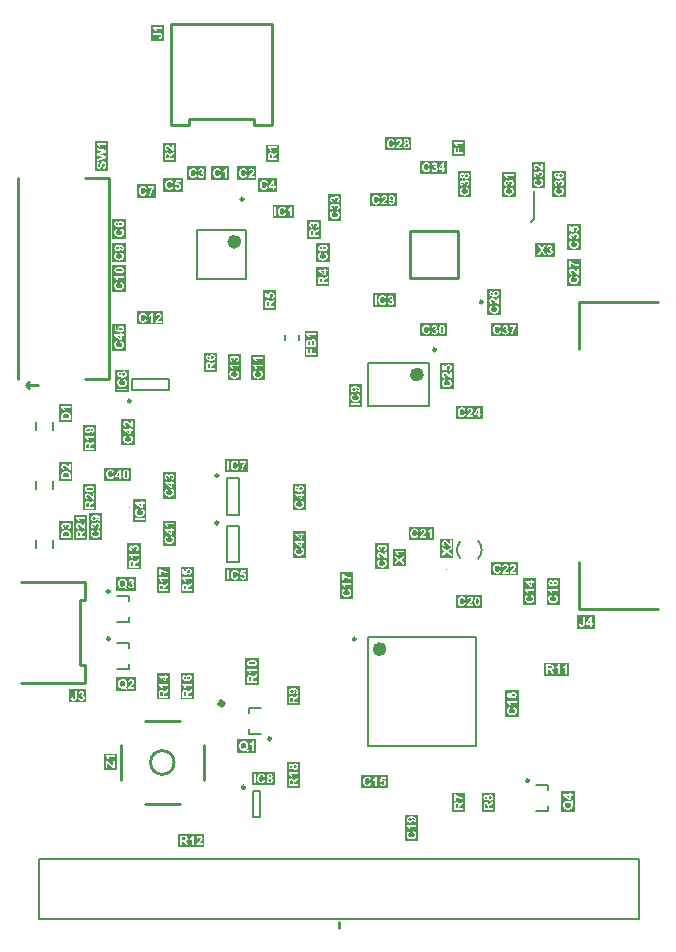
<source format=gto>
%FSLAX25Y25*%
%MOIN*%
G70*
G01*
G75*
G04 Layer_Color=65535*
%ADD10C,0.00492*%
%ADD11R,0.13386X0.13386*%
%ADD12O,0.00787X0.02559*%
%ADD13O,0.02559X0.00787*%
%ADD14R,0.02835X0.03937*%
%ADD15R,0.03937X0.02835*%
%ADD16R,0.04134X0.04528*%
%ADD17O,0.01772X0.05512*%
%ADD18R,0.03740X0.02559*%
%ADD19R,0.03150X0.02165*%
%ADD20R,0.02559X0.03740*%
%ADD21R,0.03937X0.02362*%
G04:AMPARAMS|DCode=22|XSize=118.11mil|YSize=118.11mil|CornerRadius=0mil|HoleSize=0mil|Usage=FLASHONLY|Rotation=270.000|XOffset=0mil|YOffset=0mil|HoleType=Round|Shape=Octagon|*
%AMOCTAGOND22*
4,1,8,-0.02953,-0.05906,0.02953,-0.05906,0.05906,-0.02953,0.05906,0.02953,0.02953,0.05906,-0.02953,0.05906,-0.05906,0.02953,-0.05906,-0.02953,-0.02953,-0.05906,0.0*
%
%ADD22OCTAGOND22*%

%ADD23R,0.02362X0.03937*%
%ADD24R,0.05512X0.03543*%
%ADD25O,0.01181X0.05512*%
%ADD26O,0.05512X0.01181*%
%ADD27O,0.05709X0.01181*%
%ADD28O,0.01181X0.05709*%
%ADD29R,0.06496X0.04724*%
%ADD30R,0.03937X0.01811*%
%ADD31R,0.01811X0.01811*%
%ADD32C,0.01142*%
%ADD33R,0.01378X0.03740*%
%ADD34R,0.02953X0.06496*%
%ADD35R,0.03347X0.01575*%
%ADD36C,0.00984*%
%ADD37C,0.01575*%
%ADD38C,0.00787*%
%ADD39C,0.01969*%
%ADD40C,0.01000*%
%ADD41C,0.00500*%
%ADD42O,0.09843X0.05906*%
%ADD43R,0.07874X0.07874*%
%ADD44C,0.07874*%
%ADD45R,0.05906X0.05906*%
%ADD46C,0.05906*%
%ADD47O,0.05906X0.09843*%
%ADD48C,0.11811*%
%ADD49O,0.07874X0.11811*%
%ADD50C,0.19685*%
%ADD51O,0.01969X0.03937*%
%ADD52C,0.01969*%
%ADD53C,0.00394*%
%ADD54C,0.02362*%
%ADD55C,0.00591*%
G36*
X-68254Y160827D02*
X-72695D01*
Y169654D01*
X-68254D01*
Y160827D01*
D02*
G37*
G36*
X24009Y259194D02*
X15157D01*
Y263639D01*
X24009D01*
Y259194D01*
D02*
G37*
G36*
X-54470Y143110D02*
X-58915D01*
Y151971D01*
X-54470D01*
Y143110D01*
D02*
G37*
G36*
X-71202Y192323D02*
X-75647D01*
Y201237D01*
X-71202D01*
Y192323D01*
D02*
G37*
G36*
X35801Y197187D02*
X26969D01*
Y201632D01*
X35801D01*
Y197187D01*
D02*
G37*
G36*
X43955Y243504D02*
X39510D01*
Y252356D01*
X43955D01*
Y243504D01*
D02*
G37*
G36*
X68562Y246457D02*
X64116D01*
Y255284D01*
X68562D01*
Y246457D01*
D02*
G37*
G36*
X80368Y213976D02*
X75928D01*
Y222828D01*
X80368D01*
Y213976D01*
D02*
G37*
G36*
X53798Y204134D02*
X49353D01*
Y213024D01*
X53798D01*
Y204134D01*
D02*
G37*
G36*
X85033Y99746D02*
X79134D01*
Y104148D01*
X85033D01*
Y99746D01*
D02*
G37*
G36*
X-84344Y75139D02*
X-90158D01*
Y79541D01*
X-84344D01*
Y75139D01*
D02*
G37*
G36*
X-7283Y190354D02*
X-11628D01*
Y198817D01*
X-7283D01*
Y190354D01*
D02*
G37*
G36*
X41929Y257283D02*
X37585D01*
Y262569D01*
X41929D01*
Y257283D01*
D02*
G37*
G36*
X-11168Y123425D02*
X-15608D01*
Y132373D01*
X-11168D01*
Y123425D01*
D02*
G37*
G36*
X-69514Y148958D02*
X-78347D01*
Y153403D01*
X-69514D01*
Y148958D01*
D02*
G37*
G36*
X-11163Y139173D02*
X-15608D01*
Y148063D01*
X-11163D01*
Y139173D01*
D02*
G37*
G36*
X-54475Y127362D02*
X-58915D01*
Y135700D01*
X-54475D01*
Y127362D01*
D02*
G37*
G36*
X-79076Y129331D02*
X-83521D01*
Y138173D01*
X-79076D01*
Y129331D01*
D02*
G37*
G36*
X58719Y243504D02*
X54274D01*
Y251842D01*
X58719D01*
Y243504D01*
D02*
G37*
G36*
X73483Y107677D02*
X69038D01*
Y116529D01*
X73483D01*
Y107677D01*
D02*
G37*
G36*
X59703Y70276D02*
X55258D01*
Y79166D01*
X59703D01*
Y70276D01*
D02*
G37*
G36*
X59418Y117467D02*
X50591D01*
Y121907D01*
X59418D01*
Y117467D01*
D02*
G37*
G36*
X4580Y109646D02*
X140D01*
Y118497D01*
X4580D01*
Y109646D01*
D02*
G37*
G36*
X16197Y46596D02*
X7283D01*
Y51041D01*
X16197D01*
Y46596D01*
D02*
G37*
G36*
X-58692Y201128D02*
X-67520D01*
Y205569D01*
X-58692D01*
Y201128D01*
D02*
G37*
G36*
X-24947Y182480D02*
X-29388D01*
Y190818D01*
X-24947D01*
Y182480D01*
D02*
G37*
G36*
X65604Y107677D02*
X61164D01*
Y116625D01*
X65604D01*
Y107677D01*
D02*
G37*
G36*
X-32816Y182480D02*
X-37262D01*
Y191341D01*
X-32816D01*
Y182480D01*
D02*
G37*
G36*
X80373Y225787D02*
X75928D01*
Y234701D01*
X80373D01*
Y225787D01*
D02*
G37*
G36*
X35916Y251320D02*
X26969D01*
Y255766D01*
X35916D01*
Y251320D01*
D02*
G37*
G36*
X59442Y197187D02*
X50591D01*
Y201632D01*
X59442D01*
Y197187D01*
D02*
G37*
G36*
X75451Y243504D02*
X71006D01*
Y252394D01*
X75451D01*
Y243504D01*
D02*
G37*
G36*
X648Y235630D02*
X-3797D01*
Y244491D01*
X648D01*
Y235630D01*
D02*
G37*
G36*
X31369Y129278D02*
X23031D01*
Y133718D01*
X31369D01*
Y129278D01*
D02*
G37*
G36*
X47612Y106635D02*
X38780D01*
Y111080D01*
X47612D01*
Y106635D01*
D02*
G37*
G36*
X19078Y240494D02*
X10236D01*
Y244939D01*
X19078D01*
Y240494D01*
D02*
G37*
G36*
X16396Y119488D02*
X11951D01*
Y128349D01*
X16396D01*
Y119488D01*
D02*
G37*
G36*
X-56496Y111614D02*
X-60840D01*
Y120351D01*
X-56496D01*
Y111614D01*
D02*
G37*
G36*
X-40690Y185433D02*
X-45092D01*
Y191760D01*
X-40690D01*
Y185433D01*
D02*
G37*
G36*
X-45028Y26969D02*
X-53740D01*
Y31313D01*
X-45028D01*
Y26969D01*
D02*
G37*
G36*
X-48564Y76181D02*
X-52966D01*
Y84956D01*
X-48564D01*
Y76181D01*
D02*
G37*
G36*
X76530Y84055D02*
X68307D01*
Y88399D01*
X76530D01*
Y84055D01*
D02*
G37*
G36*
X47727Y169632D02*
X38780D01*
Y174073D01*
X47727D01*
Y169632D01*
D02*
G37*
G36*
X71734Y223761D02*
X65354D01*
Y228163D01*
X71734D01*
Y223761D01*
D02*
G37*
G36*
X-77108Y252362D02*
X-81553D01*
Y262222D01*
X-77108D01*
Y252362D01*
D02*
G37*
G36*
X38050Y179528D02*
X33605D01*
Y188442D01*
X38050D01*
Y179528D01*
D02*
G37*
G36*
X-81045Y139173D02*
X-85447D01*
Y147890D01*
X-81045D01*
Y139173D01*
D02*
G37*
G36*
Y158858D02*
X-85447D01*
Y167585D01*
X-81045D01*
Y158858D01*
D02*
G37*
G36*
X-26911Y81102D02*
X-31313D01*
Y89820D01*
X-26911D01*
Y81102D01*
D02*
G37*
G36*
X-84055Y129331D02*
X-88399D01*
Y137553D01*
X-84055D01*
Y129331D01*
D02*
G37*
G36*
X-67737Y112277D02*
X-74410D01*
Y116986D01*
X-67737D01*
Y112277D01*
D02*
G37*
G36*
X-88976Y149016D02*
X-93321D01*
Y155280D01*
X-88976D01*
Y149016D01*
D02*
G37*
G36*
Y168701D02*
X-93321D01*
Y174476D01*
X-88976D01*
Y168701D01*
D02*
G37*
G36*
X-67771Y78812D02*
X-74410D01*
Y83521D01*
X-67771D01*
Y78812D01*
D02*
G37*
G36*
X-88919Y129331D02*
X-93321D01*
Y135629D01*
X-88919D01*
Y129331D01*
D02*
G37*
G36*
X22244Y120472D02*
X17900D01*
Y126329D01*
X22244D01*
Y120472D01*
D02*
G37*
G36*
X-21602Y47580D02*
X-29134D01*
Y52025D01*
X-21602D01*
Y47580D01*
D02*
G37*
G36*
X-30461Y151916D02*
X-37992D01*
Y156356D01*
X-30461D01*
Y151916D01*
D02*
G37*
G36*
X-20079Y255315D02*
X-24423D01*
Y261090D01*
X-20079D01*
Y255315D01*
D02*
G37*
G36*
X-58407Y295669D02*
X-62809D01*
Y300959D01*
X-58407D01*
Y295669D01*
D02*
G37*
G36*
X-70218Y178543D02*
X-74663D01*
Y186113D01*
X-70218D01*
Y178543D01*
D02*
G37*
G36*
X18762Y207029D02*
X11220D01*
Y211474D01*
X18762D01*
Y207029D01*
D02*
G37*
G36*
X-15226Y236561D02*
X-22244D01*
Y241002D01*
X-15226D01*
Y236561D01*
D02*
G37*
G36*
X-30398Y115494D02*
X-37992D01*
Y119939D01*
X-30398D01*
Y115494D01*
D02*
G37*
G36*
X-64317Y135236D02*
X-68758D01*
Y142864D01*
X-64317D01*
Y135236D01*
D02*
G37*
G36*
X-13131Y46654D02*
X-17533D01*
Y55390D01*
X-13131D01*
Y46654D01*
D02*
G37*
G36*
X-56496Y76181D02*
X-60840D01*
Y85013D01*
X-56496D01*
Y76181D01*
D02*
G37*
G36*
X37992Y123425D02*
X33648D01*
Y129771D01*
X37992D01*
Y123425D01*
D02*
G37*
G36*
X-66281Y119488D02*
X-70683D01*
Y128234D01*
X-66281D01*
Y119488D01*
D02*
G37*
G36*
X-48564Y111614D02*
X-52966D01*
Y120413D01*
X-48564D01*
Y111614D01*
D02*
G37*
G36*
X-6242Y229724D02*
X-10644D01*
Y236022D01*
X-6242D01*
Y229724D01*
D02*
G37*
G36*
X-54527Y255315D02*
X-58872D01*
Y261579D01*
X-54527D01*
Y255315D01*
D02*
G37*
G36*
X-21005Y206102D02*
X-25398D01*
Y212453D01*
X-21005D01*
Y206102D01*
D02*
G37*
G36*
X-3347Y213976D02*
X-7691D01*
Y220361D01*
X-3347D01*
Y213976D01*
D02*
G37*
G36*
X-71202Y229724D02*
X-75647D01*
Y236166D01*
X-71202D01*
Y229724D01*
D02*
G37*
G36*
X-20666Y245420D02*
X-27165D01*
Y249860D01*
X-20666D01*
Y245420D01*
D02*
G37*
G36*
X-74213Y52559D02*
X-78557D01*
Y58118D01*
X-74213D01*
Y52559D01*
D02*
G37*
G36*
X51829Y38780D02*
X47427D01*
Y45068D01*
X51829D01*
Y38780D01*
D02*
G37*
G36*
X-36787Y249357D02*
X-42677D01*
Y253797D01*
X-36787D01*
Y249357D01*
D02*
G37*
G36*
X-61116Y243451D02*
X-67520D01*
Y247891D01*
X-61116D01*
Y243451D01*
D02*
G37*
G36*
X26239Y28937D02*
X21794D01*
Y37779D01*
X26239D01*
Y28937D01*
D02*
G37*
G36*
X78668Y38780D02*
X73959D01*
Y45538D01*
X78668D01*
Y38780D01*
D02*
G37*
G36*
X41929Y38780D02*
X37594D01*
Y45068D01*
X41929D01*
Y38780D01*
D02*
G37*
G36*
X-3289Y221850D02*
X-7734D01*
Y228254D01*
X-3289D01*
Y221850D01*
D02*
G37*
G36*
X-13131Y74213D02*
X-17533D01*
Y80491D01*
X-13131D01*
Y74213D01*
D02*
G37*
G36*
X7538Y173622D02*
X3093D01*
Y181144D01*
X7538D01*
Y173622D01*
D02*
G37*
G36*
X-52196Y245415D02*
X-58661D01*
Y249860D01*
X-52196D01*
Y245415D01*
D02*
G37*
G36*
X-71202Y221850D02*
X-75647D01*
Y228244D01*
X-71202D01*
Y221850D01*
D02*
G37*
G36*
X-71202Y212008D02*
X-75647D01*
Y220840D01*
X-71202D01*
Y212008D01*
D02*
G37*
G36*
X-44374Y249352D02*
X-50787D01*
Y253797D01*
X-44374D01*
Y249352D01*
D02*
G37*
G36*
X-27676Y249357D02*
X-34055D01*
Y253797D01*
X-27676D01*
Y249357D01*
D02*
G37*
G36*
X-27906Y58143D02*
X-34055D01*
Y62852D01*
X-27906D01*
Y58143D01*
D02*
G37*
%LPC*%
G36*
X-12445Y129334D02*
X-12973D01*
Y128945D01*
X-14974D01*
Y128437D01*
X-12968Y127069D01*
X-12445D01*
Y128360D01*
X-11811D01*
Y128945D01*
X-12445D01*
Y129334D01*
D02*
G37*
G36*
X-12776Y126761D02*
X-12781D01*
X-12973Y126142D01*
X-12848Y126109D01*
X-12747Y126065D01*
X-12656Y126022D01*
X-12584Y125979D01*
X-12531Y125941D01*
X-12488Y125907D01*
X-12469Y125888D01*
X-12459Y125878D01*
X-12406Y125806D01*
X-12368Y125734D01*
X-12339Y125662D01*
X-12320Y125590D01*
X-12310Y125532D01*
X-12305Y125485D01*
X-12301Y125465D01*
Y125451D01*
Y125446D01*
Y125441D01*
X-12305Y125379D01*
X-12310Y125321D01*
X-12339Y125211D01*
X-12377Y125115D01*
X-12425Y125033D01*
X-12473Y124971D01*
X-12512Y124923D01*
X-12541Y124894D01*
X-12545Y124889D01*
X-12550Y124884D01*
X-12603Y124846D01*
X-12661Y124817D01*
X-12723Y124789D01*
X-12790Y124765D01*
X-12934Y124726D01*
X-13073Y124702D01*
X-13141Y124693D01*
X-13203Y124683D01*
X-13256Y124678D01*
X-13309D01*
X-13347Y124673D01*
X-13405D01*
X-13505Y124678D01*
X-13601Y124683D01*
X-13693Y124693D01*
X-13769Y124707D01*
X-13846Y124721D01*
X-13913Y124741D01*
X-13971Y124760D01*
X-14024Y124784D01*
X-14072Y124803D01*
X-14110Y124822D01*
X-14144Y124841D01*
X-14173Y124856D01*
X-14192Y124870D01*
X-14211Y124880D01*
X-14216Y124889D01*
X-14221D01*
X-14264Y124933D01*
X-14307Y124976D01*
X-14341Y125024D01*
X-14369Y125067D01*
X-14413Y125163D01*
X-14441Y125254D01*
X-14461Y125336D01*
X-14465Y125369D01*
X-14470Y125398D01*
X-14475Y125422D01*
Y125441D01*
Y125451D01*
Y125456D01*
X-14470Y125547D01*
X-14451Y125628D01*
X-14432Y125705D01*
X-14403Y125768D01*
X-14379Y125821D01*
X-14355Y125854D01*
X-14336Y125878D01*
X-14331Y125888D01*
X-14273Y125950D01*
X-14211Y125998D01*
X-14149Y126041D01*
X-14086Y126070D01*
X-14029Y126094D01*
X-13985Y126113D01*
X-13957Y126118D01*
X-13952Y126123D01*
X-13947D01*
X-14096Y126752D01*
X-14230Y126708D01*
X-14345Y126656D01*
X-14441Y126598D01*
X-14523Y126545D01*
X-14590Y126497D01*
X-14633Y126459D01*
X-14662Y126435D01*
X-14672Y126430D01*
Y126425D01*
X-14734Y126353D01*
X-14787Y126281D01*
X-14830Y126205D01*
X-14873Y126128D01*
X-14907Y126051D01*
X-14931Y125969D01*
X-14955Y125897D01*
X-14974Y125821D01*
X-14989Y125753D01*
X-14998Y125691D01*
X-15008Y125633D01*
X-15013Y125585D01*
X-15017Y125547D01*
Y125513D01*
Y125494D01*
Y125489D01*
X-15013Y125369D01*
X-14998Y125254D01*
X-14979Y125144D01*
X-14950Y125043D01*
X-14917Y124947D01*
X-14878Y124861D01*
X-14840Y124779D01*
X-14801Y124707D01*
X-14758Y124640D01*
X-14720Y124582D01*
X-14681Y124534D01*
X-14648Y124491D01*
X-14619Y124462D01*
X-14600Y124438D01*
X-14585Y124424D01*
X-14581Y124419D01*
X-14494Y124347D01*
X-14403Y124285D01*
X-14307Y124232D01*
X-14206Y124184D01*
X-14105Y124145D01*
X-14000Y124117D01*
X-13904Y124088D01*
X-13803Y124069D01*
X-13712Y124049D01*
X-13630Y124035D01*
X-13553Y124030D01*
X-13486Y124021D01*
X-13433D01*
X-13390Y124016D01*
X-13357D01*
X-13222Y124021D01*
X-13093Y124035D01*
X-12973Y124054D01*
X-12862Y124078D01*
X-12757Y124112D01*
X-12661Y124145D01*
X-12569Y124179D01*
X-12493Y124217D01*
X-12421Y124256D01*
X-12358Y124289D01*
X-12305Y124328D01*
X-12262Y124356D01*
X-12229Y124381D01*
X-12205Y124400D01*
X-12190Y124414D01*
X-12185Y124419D01*
X-12109Y124496D01*
X-12046Y124577D01*
X-11989Y124664D01*
X-11941Y124750D01*
X-11897Y124837D01*
X-11864Y124923D01*
X-11835Y125004D01*
X-11811Y125086D01*
X-11792Y125163D01*
X-11782Y125230D01*
X-11773Y125293D01*
X-11763Y125345D01*
Y125389D01*
X-11758Y125422D01*
Y125446D01*
Y125451D01*
X-11763Y125542D01*
X-11768Y125633D01*
X-11782Y125715D01*
X-11797Y125797D01*
X-11816Y125869D01*
X-11835Y125936D01*
X-11859Y125998D01*
X-11883Y126056D01*
X-11907Y126109D01*
X-11931Y126156D01*
X-11950Y126195D01*
X-11969Y126228D01*
X-11984Y126252D01*
X-11998Y126272D01*
X-12003Y126281D01*
X-12008Y126286D01*
X-12056Y126349D01*
X-12113Y126401D01*
X-12233Y126502D01*
X-12363Y126584D01*
X-12488Y126646D01*
X-12545Y126675D01*
X-12603Y126699D01*
X-12651Y126718D01*
X-12694Y126733D01*
X-12733Y126747D01*
X-12757Y126757D01*
X-12776Y126761D01*
D02*
G37*
G36*
X-20669Y258728D02*
X-21284Y258344D01*
X-21351Y258301D01*
X-21408Y258262D01*
X-21466Y258229D01*
X-21519Y258190D01*
X-21605Y258133D01*
X-21677Y258080D01*
X-21730Y258037D01*
X-21764Y258008D01*
X-21788Y257989D01*
X-21792Y257984D01*
X-21845Y257931D01*
X-21893Y257874D01*
X-21941Y257816D01*
X-21980Y257763D01*
X-22013Y257715D01*
X-22037Y257677D01*
X-22052Y257653D01*
X-22057Y257648D01*
Y257643D01*
X-22071Y257720D01*
X-22085Y257787D01*
X-22105Y257854D01*
X-22129Y257912D01*
X-22152Y257969D01*
X-22176Y258022D01*
X-22200Y258066D01*
X-22224Y258109D01*
X-22249Y258142D01*
X-22273Y258176D01*
X-22297Y258200D01*
X-22311Y258224D01*
X-22330Y258238D01*
X-22340Y258253D01*
X-22344Y258262D01*
X-22349D01*
X-22392Y258301D01*
X-22441Y258334D01*
X-22536Y258382D01*
X-22637Y258421D01*
X-22728Y258450D01*
X-22810Y258464D01*
X-22844Y258469D01*
X-22877D01*
X-22901Y258473D01*
X-22935D01*
X-23036Y258469D01*
X-23132Y258454D01*
X-23213Y258430D01*
X-23285Y258406D01*
X-23348Y258378D01*
X-23391Y258358D01*
X-23420Y258339D01*
X-23429Y258334D01*
X-23506Y258277D01*
X-23569Y258219D01*
X-23621Y258157D01*
X-23664Y258099D01*
X-23698Y258046D01*
X-23722Y258003D01*
X-23732Y257974D01*
X-23737Y257969D01*
Y257965D01*
X-23751Y257922D01*
X-23765Y257869D01*
X-23785Y257753D01*
X-23804Y257633D01*
X-23813Y257513D01*
X-23818Y257461D01*
Y257408D01*
Y257360D01*
X-23823Y257317D01*
Y257283D01*
Y257259D01*
Y257240D01*
Y257235D01*
Y255906D01*
X-20669D01*
Y256544D01*
X-21984D01*
Y256669D01*
Y256746D01*
X-21980Y256813D01*
X-21975Y256866D01*
X-21965Y256909D01*
X-21960Y256942D01*
X-21951Y256966D01*
X-21946Y256981D01*
Y256985D01*
X-21932Y257024D01*
X-21913Y257057D01*
X-21869Y257120D01*
X-21850Y257144D01*
X-21831Y257163D01*
X-21821Y257173D01*
X-21816Y257177D01*
X-21797Y257197D01*
X-21768Y257216D01*
X-21701Y257269D01*
X-21629Y257326D01*
X-21548Y257379D01*
X-21471Y257432D01*
X-21442Y257456D01*
X-21408Y257475D01*
X-21384Y257489D01*
X-21365Y257504D01*
X-21356Y257509D01*
X-21351Y257513D01*
X-20669Y257965D01*
Y258728D01*
D02*
G37*
G36*
X5402Y180553D02*
X5320D01*
X5167Y180549D01*
X5023Y180539D01*
X4893Y180525D01*
X4773Y180505D01*
X4663Y180481D01*
X4562Y180457D01*
X4471Y180429D01*
X4394Y180400D01*
X4322Y180371D01*
X4264Y180342D01*
X4211Y180318D01*
X4173Y180294D01*
X4139Y180275D01*
X4120Y180261D01*
X4106Y180251D01*
X4101Y180246D01*
X4034Y180189D01*
X3976Y180126D01*
X3928Y180059D01*
X3885Y179992D01*
X3847Y179929D01*
X3818Y179862D01*
X3794Y179800D01*
X3775Y179737D01*
X3760Y179680D01*
X3746Y179627D01*
X3736Y179579D01*
X3731Y179541D01*
X3727Y179507D01*
Y179478D01*
Y179464D01*
Y179459D01*
X3731Y179377D01*
X3741Y179301D01*
X3755Y179229D01*
X3775Y179161D01*
X3794Y179094D01*
X3823Y179037D01*
X3847Y178979D01*
X3875Y178931D01*
X3904Y178888D01*
X3928Y178849D01*
X3957Y178816D01*
X3976Y178787D01*
X3995Y178763D01*
X4010Y178749D01*
X4019Y178739D01*
X4024Y178734D01*
X4082Y178686D01*
X4139Y178643D01*
X4202Y178605D01*
X4269Y178571D01*
X4331Y178542D01*
X4399Y178518D01*
X4519Y178485D01*
X4576Y178475D01*
X4629Y178465D01*
X4677Y178461D01*
X4715Y178456D01*
X4749Y178451D01*
X4797D01*
X4883Y178456D01*
X4960Y178461D01*
X5109Y178494D01*
X5176Y178513D01*
X5239Y178537D01*
X5291Y178561D01*
X5344Y178585D01*
X5392Y178609D01*
X5431Y178633D01*
X5464Y178657D01*
X5493Y178677D01*
X5517Y178696D01*
X5531Y178710D01*
X5541Y178715D01*
X5546Y178720D01*
X5594Y178773D01*
X5637Y178825D01*
X5675Y178878D01*
X5709Y178931D01*
X5738Y178989D01*
X5762Y179041D01*
X5795Y179142D01*
X5815Y179229D01*
X5819Y179262D01*
X5824Y179296D01*
X5829Y179325D01*
Y179344D01*
Y179353D01*
Y179358D01*
X5824Y179421D01*
X5819Y179483D01*
X5786Y179593D01*
X5747Y179689D01*
X5695Y179771D01*
X5647Y179838D01*
X5608Y179886D01*
X5589Y179905D01*
X5575Y179920D01*
X5570Y179925D01*
X5565Y179929D01*
X5661Y179920D01*
X5752Y179910D01*
X5834Y179901D01*
X5906Y179886D01*
X5973Y179872D01*
X6031Y179857D01*
X6079Y179843D01*
X6127Y179833D01*
X6165Y179819D01*
X6199Y179805D01*
X6223Y179795D01*
X6247Y179781D01*
X6261Y179776D01*
X6271Y179766D01*
X6280Y179761D01*
X6338Y179709D01*
X6376Y179656D01*
X6405Y179603D01*
X6429Y179555D01*
X6439Y179512D01*
X6443Y179478D01*
X6448Y179454D01*
Y179445D01*
X6443Y179392D01*
X6434Y179344D01*
X6424Y179305D01*
X6405Y179267D01*
X6391Y179243D01*
X6381Y179219D01*
X6371Y179209D01*
X6367Y179205D01*
X6328Y179176D01*
X6290Y179152D01*
X6242Y179133D01*
X6199Y179118D01*
X6160Y179109D01*
X6127Y179104D01*
X6107Y179099D01*
X6098D01*
X6165Y178513D01*
X6299Y178542D01*
X6419Y178585D01*
X6520Y178633D01*
X6602Y178681D01*
X6669Y178725D01*
X6712Y178763D01*
X6741Y178792D01*
X6746Y178801D01*
X6751D01*
X6818Y178893D01*
X6866Y178993D01*
X6899Y179094D01*
X6923Y179190D01*
X6938Y179272D01*
X6943Y179310D01*
Y179339D01*
X6947Y179368D01*
Y179387D01*
Y179397D01*
Y179401D01*
X6943Y179493D01*
X6933Y179584D01*
X6914Y179665D01*
X6890Y179747D01*
X6861Y179819D01*
X6827Y179886D01*
X6794Y179949D01*
X6755Y180006D01*
X6722Y180059D01*
X6688Y180102D01*
X6655Y180141D01*
X6626Y180174D01*
X6602Y180198D01*
X6583Y180217D01*
X6573Y180227D01*
X6568Y180232D01*
X6491Y180289D01*
X6405Y180337D01*
X6309Y180381D01*
X6213Y180419D01*
X6107Y180448D01*
X6007Y180477D01*
X5800Y180515D01*
X5704Y180525D01*
X5613Y180534D01*
X5531Y180544D01*
X5459Y180549D01*
X5402Y180553D01*
D02*
G37*
G36*
X5925Y178086D02*
X5920D01*
X5728Y177467D01*
X5853Y177433D01*
X5954Y177390D01*
X6045Y177347D01*
X6117Y177304D01*
X6170Y177265D01*
X6213Y177232D01*
X6232Y177213D01*
X6242Y177203D01*
X6295Y177131D01*
X6333Y177059D01*
X6362Y176987D01*
X6381Y176915D01*
X6391Y176857D01*
X6395Y176809D01*
X6400Y176790D01*
Y176776D01*
Y176771D01*
Y176766D01*
X6395Y176704D01*
X6391Y176646D01*
X6362Y176536D01*
X6323Y176440D01*
X6275Y176358D01*
X6227Y176296D01*
X6189Y176248D01*
X6160Y176219D01*
X6155Y176214D01*
X6151Y176209D01*
X6098Y176171D01*
X6040Y176142D01*
X5978Y176113D01*
X5911Y176089D01*
X5767Y176051D01*
X5627Y176027D01*
X5560Y176017D01*
X5498Y176008D01*
X5445Y176003D01*
X5392D01*
X5354Y175998D01*
X5296D01*
X5195Y176003D01*
X5099Y176008D01*
X5008Y176017D01*
X4931Y176032D01*
X4855Y176046D01*
X4787Y176065D01*
X4730Y176085D01*
X4677Y176109D01*
X4629Y176128D01*
X4591Y176147D01*
X4557Y176166D01*
X4528Y176181D01*
X4509Y176195D01*
X4490Y176205D01*
X4485Y176214D01*
X4480D01*
X4437Y176257D01*
X4394Y176301D01*
X4360Y176349D01*
X4331Y176392D01*
X4288Y176488D01*
X4259Y176579D01*
X4240Y176661D01*
X4235Y176694D01*
X4231Y176723D01*
X4226Y176747D01*
Y176766D01*
Y176776D01*
Y176781D01*
X4231Y176872D01*
X4250Y176953D01*
X4269Y177030D01*
X4298Y177093D01*
X4322Y177145D01*
X4346Y177179D01*
X4365Y177203D01*
X4370Y177213D01*
X4427Y177275D01*
X4490Y177323D01*
X4552Y177366D01*
X4615Y177395D01*
X4672Y177419D01*
X4715Y177438D01*
X4744Y177443D01*
X4749Y177448D01*
X4754D01*
X4605Y178077D01*
X4471Y178033D01*
X4355Y177981D01*
X4259Y177923D01*
X4178Y177870D01*
X4111Y177822D01*
X4067Y177784D01*
X4039Y177760D01*
X4029Y177755D01*
Y177750D01*
X3967Y177678D01*
X3914Y177606D01*
X3871Y177529D01*
X3827Y177453D01*
X3794Y177376D01*
X3770Y177294D01*
X3746Y177222D01*
X3727Y177145D01*
X3712Y177078D01*
X3703Y177016D01*
X3693Y176958D01*
X3688Y176910D01*
X3683Y176872D01*
Y176838D01*
Y176819D01*
Y176814D01*
X3688Y176694D01*
X3703Y176579D01*
X3722Y176469D01*
X3751Y176368D01*
X3784Y176272D01*
X3823Y176185D01*
X3861Y176104D01*
X3899Y176032D01*
X3943Y175965D01*
X3981Y175907D01*
X4019Y175859D01*
X4053Y175816D01*
X4082Y175787D01*
X4101Y175763D01*
X4115Y175749D01*
X4120Y175744D01*
X4207Y175672D01*
X4298Y175609D01*
X4394Y175557D01*
X4495Y175509D01*
X4595Y175470D01*
X4701Y175441D01*
X4797Y175413D01*
X4898Y175393D01*
X4989Y175374D01*
X5071Y175360D01*
X5147Y175355D01*
X5215Y175345D01*
X5267D01*
X5311Y175341D01*
X5344D01*
X5479Y175345D01*
X5608Y175360D01*
X5728Y175379D01*
X5839Y175403D01*
X5944Y175437D01*
X6040Y175470D01*
X6131Y175504D01*
X6208Y175542D01*
X6280Y175581D01*
X6343Y175614D01*
X6395Y175653D01*
X6439Y175681D01*
X6472Y175705D01*
X6496Y175725D01*
X6511Y175739D01*
X6515Y175744D01*
X6592Y175821D01*
X6655Y175902D01*
X6712Y175989D01*
X6760Y176075D01*
X6803Y176161D01*
X6837Y176248D01*
X6866Y176329D01*
X6890Y176411D01*
X6909Y176488D01*
X6919Y176555D01*
X6928Y176617D01*
X6938Y176670D01*
Y176713D01*
X6943Y176747D01*
Y176771D01*
Y176776D01*
X6938Y176867D01*
X6933Y176958D01*
X6919Y177040D01*
X6904Y177121D01*
X6885Y177193D01*
X6866Y177261D01*
X6842Y177323D01*
X6818Y177381D01*
X6794Y177433D01*
X6770Y177481D01*
X6751Y177520D01*
X6731Y177553D01*
X6717Y177577D01*
X6703Y177597D01*
X6698Y177606D01*
X6693Y177611D01*
X6645Y177673D01*
X6587Y177726D01*
X6467Y177827D01*
X6338Y177909D01*
X6213Y177971D01*
X6155Y178000D01*
X6098Y178024D01*
X6050Y178043D01*
X6007Y178057D01*
X5968Y178072D01*
X5944Y178081D01*
X5925Y178086D01*
D02*
G37*
G36*
X-20669Y260499D02*
X-23832D01*
Y260005D01*
X-23727Y259962D01*
X-23631Y259904D01*
X-23544Y259841D01*
X-23472Y259779D01*
X-23410Y259717D01*
X-23367Y259669D01*
X-23352Y259654D01*
X-23338Y259640D01*
X-23333Y259630D01*
X-23328Y259626D01*
X-23252Y259525D01*
X-23194Y259429D01*
X-23141Y259342D01*
X-23103Y259265D01*
X-23069Y259203D01*
X-23050Y259155D01*
X-23045Y259136D01*
X-23041Y259121D01*
X-23036Y259117D01*
Y259112D01*
X-22489D01*
X-22551Y259275D01*
X-22623Y259424D01*
X-22695Y259554D01*
X-22733Y259616D01*
X-22772Y259669D01*
X-22805Y259721D01*
X-22839Y259765D01*
X-22868Y259803D01*
X-22892Y259837D01*
X-22916Y259861D01*
X-22930Y259880D01*
X-22940Y259890D01*
X-22944Y259894D01*
X-20669D01*
Y260499D01*
D02*
G37*
G36*
X-25884Y51435D02*
X-25942D01*
X-26062Y51430D01*
X-26177Y51415D01*
X-26287Y51396D01*
X-26388Y51368D01*
X-26484Y51334D01*
X-26570Y51296D01*
X-26652Y51257D01*
X-26724Y51219D01*
X-26791Y51175D01*
X-26849Y51137D01*
X-26897Y51099D01*
X-26940Y51065D01*
X-26969Y51036D01*
X-26993Y51017D01*
X-27007Y51003D01*
X-27012Y50998D01*
X-27084Y50911D01*
X-27147Y50820D01*
X-27199Y50724D01*
X-27247Y50624D01*
X-27286Y50523D01*
X-27314Y50417D01*
X-27343Y50321D01*
X-27362Y50220D01*
X-27382Y50129D01*
X-27396Y50048D01*
X-27401Y49971D01*
X-27411Y49904D01*
Y49851D01*
X-27415Y49808D01*
Y49784D01*
Y49774D01*
X-27411Y49640D01*
X-27396Y49510D01*
X-27377Y49390D01*
X-27353Y49280D01*
X-27319Y49174D01*
X-27286Y49078D01*
X-27252Y48987D01*
X-27214Y48910D01*
X-27175Y48838D01*
X-27142Y48776D01*
X-27103Y48723D01*
X-27075Y48680D01*
X-27051Y48646D01*
X-27031Y48622D01*
X-27017Y48608D01*
X-27012Y48603D01*
X-26935Y48526D01*
X-26854Y48463D01*
X-26767Y48406D01*
X-26681Y48358D01*
X-26594Y48315D01*
X-26508Y48281D01*
X-26427Y48252D01*
X-26345Y48228D01*
X-26268Y48209D01*
X-26201Y48199D01*
X-26138Y48190D01*
X-26086Y48180D01*
X-26043D01*
X-26009Y48175D01*
X-25980D01*
X-25889Y48180D01*
X-25798Y48185D01*
X-25716Y48199D01*
X-25635Y48214D01*
X-25563Y48233D01*
X-25495Y48252D01*
X-25433Y48276D01*
X-25375Y48300D01*
X-25322Y48324D01*
X-25275Y48348D01*
X-25236Y48368D01*
X-25203Y48387D01*
X-25179Y48401D01*
X-25159Y48416D01*
X-25150Y48420D01*
X-25145Y48425D01*
X-25082Y48473D01*
X-25030Y48531D01*
X-24929Y48651D01*
X-24847Y48780D01*
X-24785Y48905D01*
X-24756Y48963D01*
X-24732Y49020D01*
X-24713Y49068D01*
X-24699Y49112D01*
X-24684Y49150D01*
X-24675Y49174D01*
X-24670Y49193D01*
Y49198D01*
X-25289Y49390D01*
X-25322Y49265D01*
X-25366Y49164D01*
X-25409Y49073D01*
X-25452Y49001D01*
X-25490Y48948D01*
X-25524Y48905D01*
X-25543Y48886D01*
X-25553Y48876D01*
X-25625Y48824D01*
X-25697Y48785D01*
X-25769Y48756D01*
X-25841Y48737D01*
X-25899Y48728D01*
X-25947Y48723D01*
X-25966Y48718D01*
X-25990D01*
X-26052Y48723D01*
X-26110Y48728D01*
X-26220Y48756D01*
X-26316Y48795D01*
X-26398Y48843D01*
X-26460Y48891D01*
X-26508Y48929D01*
X-26537Y48958D01*
X-26542Y48963D01*
X-26546Y48967D01*
X-26585Y49020D01*
X-26614Y49078D01*
X-26643Y49140D01*
X-26667Y49207D01*
X-26705Y49352D01*
X-26729Y49491D01*
X-26739Y49558D01*
X-26748Y49620D01*
X-26753Y49673D01*
Y49726D01*
X-26758Y49764D01*
Y49798D01*
Y49817D01*
Y49822D01*
X-26753Y49923D01*
X-26748Y50019D01*
X-26739Y50110D01*
X-26724Y50187D01*
X-26710Y50264D01*
X-26691Y50331D01*
X-26671Y50388D01*
X-26647Y50441D01*
X-26628Y50489D01*
X-26609Y50528D01*
X-26590Y50561D01*
X-26575Y50590D01*
X-26561Y50609D01*
X-26551Y50628D01*
X-26542Y50633D01*
Y50638D01*
X-26498Y50681D01*
X-26455Y50724D01*
X-26407Y50758D01*
X-26364Y50787D01*
X-26268Y50830D01*
X-26177Y50859D01*
X-26095Y50878D01*
X-26062Y50883D01*
X-26033Y50888D01*
X-26009Y50892D01*
X-25975D01*
X-25884Y50888D01*
X-25802Y50868D01*
X-25726Y50849D01*
X-25663Y50820D01*
X-25611Y50796D01*
X-25577Y50772D01*
X-25553Y50753D01*
X-25543Y50748D01*
X-25481Y50691D01*
X-25433Y50628D01*
X-25390Y50566D01*
X-25361Y50504D01*
X-25337Y50446D01*
X-25318Y50403D01*
X-25313Y50374D01*
X-25308Y50369D01*
Y50364D01*
X-24679Y50513D01*
X-24723Y50648D01*
X-24775Y50763D01*
X-24833Y50859D01*
X-24886Y50940D01*
X-24934Y51007D01*
X-24972Y51051D01*
X-24996Y51080D01*
X-25001Y51089D01*
X-25006D01*
X-25078Y51152D01*
X-25150Y51204D01*
X-25227Y51248D01*
X-25303Y51291D01*
X-25380Y51324D01*
X-25462Y51348D01*
X-25534Y51372D01*
X-25611Y51392D01*
X-25678Y51406D01*
X-25740Y51415D01*
X-25798Y51425D01*
X-25846Y51430D01*
X-25884Y51435D01*
D02*
G37*
G36*
X-27905Y51382D02*
X-28543D01*
Y48228D01*
X-27905D01*
Y51382D01*
D02*
G37*
G36*
X-36763Y155713D02*
X-37402D01*
Y152559D01*
X-36763D01*
Y155713D01*
D02*
G37*
G36*
X-46002Y253163D02*
X-46045D01*
X-46141Y253158D01*
X-46232Y253149D01*
X-46309Y253130D01*
X-46381Y253115D01*
X-46439Y253096D01*
X-46482Y253077D01*
X-46510Y253067D01*
X-46515Y253062D01*
X-46520D01*
X-46592Y253024D01*
X-46659Y252981D01*
X-46712Y252938D01*
X-46760Y252894D01*
X-46799Y252851D01*
X-46822Y252822D01*
X-46842Y252803D01*
X-46846Y252794D01*
X-46885Y252726D01*
X-46923Y252650D01*
X-46952Y252573D01*
X-46976Y252501D01*
X-46995Y252434D01*
X-47010Y252381D01*
X-47014Y252362D01*
Y252347D01*
X-47019Y252338D01*
Y252333D01*
X-46463Y252242D01*
X-46453Y252314D01*
X-46434Y252376D01*
X-46414Y252429D01*
X-46390Y252477D01*
X-46366Y252510D01*
X-46352Y252534D01*
X-46338Y252549D01*
X-46333Y252554D01*
X-46290Y252592D01*
X-46242Y252616D01*
X-46198Y252635D01*
X-46155Y252650D01*
X-46117Y252659D01*
X-46088Y252664D01*
X-46064D01*
X-46007Y252659D01*
X-45954Y252650D01*
X-45910Y252635D01*
X-45872Y252616D01*
X-45843Y252597D01*
X-45824Y252582D01*
X-45810Y252573D01*
X-45805Y252568D01*
X-45771Y252530D01*
X-45747Y252486D01*
X-45733Y252443D01*
X-45719Y252405D01*
X-45714Y252371D01*
X-45709Y252342D01*
Y252318D01*
Y252314D01*
X-45714Y252246D01*
X-45728Y252189D01*
X-45752Y252136D01*
X-45776Y252093D01*
X-45800Y252059D01*
X-45824Y252030D01*
X-45838Y252016D01*
X-45843Y252011D01*
X-45896Y251978D01*
X-45958Y251949D01*
X-46021Y251930D01*
X-46078Y251920D01*
X-46131Y251915D01*
X-46179Y251910D01*
X-46218D01*
X-46285Y251421D01*
X-46227Y251435D01*
X-46174Y251450D01*
X-46126Y251459D01*
X-46088Y251464D01*
X-46055Y251469D01*
X-46011D01*
X-45949Y251464D01*
X-45891Y251450D01*
X-45838Y251426D01*
X-45795Y251402D01*
X-45757Y251378D01*
X-45733Y251354D01*
X-45714Y251339D01*
X-45709Y251334D01*
X-45666Y251282D01*
X-45637Y251219D01*
X-45613Y251162D01*
X-45599Y251104D01*
X-45589Y251051D01*
X-45584Y251008D01*
Y250979D01*
Y250974D01*
Y250970D01*
X-45589Y250883D01*
X-45603Y250806D01*
X-45627Y250739D01*
X-45646Y250682D01*
X-45670Y250638D01*
X-45695Y250610D01*
X-45709Y250586D01*
X-45714Y250581D01*
X-45766Y250533D01*
X-45819Y250499D01*
X-45872Y250475D01*
X-45920Y250461D01*
X-45963Y250451D01*
X-45997Y250442D01*
X-46031D01*
X-46093Y250446D01*
X-46150Y250461D01*
X-46198Y250480D01*
X-46242Y250499D01*
X-46280Y250518D01*
X-46304Y250538D01*
X-46323Y250552D01*
X-46328Y250557D01*
X-46371Y250605D01*
X-46405Y250662D01*
X-46429Y250720D01*
X-46448Y250773D01*
X-46463Y250826D01*
X-46472Y250864D01*
X-46477Y250893D01*
Y250898D01*
Y250902D01*
X-47063Y250830D01*
X-47053Y250758D01*
X-47038Y250686D01*
X-46995Y250562D01*
X-46942Y250451D01*
X-46885Y250360D01*
X-46856Y250322D01*
X-46832Y250288D01*
X-46808Y250254D01*
X-46784Y250230D01*
X-46765Y250211D01*
X-46751Y250197D01*
X-46746Y250192D01*
X-46741Y250187D01*
X-46688Y250144D01*
X-46630Y250106D01*
X-46568Y250072D01*
X-46510Y250048D01*
X-46390Y250000D01*
X-46275Y249971D01*
X-46227Y249962D01*
X-46179Y249957D01*
X-46136Y249952D01*
X-46098Y249947D01*
X-46069Y249942D01*
X-46026D01*
X-45944Y249947D01*
X-45862Y249957D01*
X-45790Y249971D01*
X-45719Y249990D01*
X-45651Y250010D01*
X-45589Y250034D01*
X-45531Y250062D01*
X-45478Y250091D01*
X-45430Y250115D01*
X-45392Y250144D01*
X-45354Y250168D01*
X-45325Y250192D01*
X-45301Y250206D01*
X-45287Y250221D01*
X-45277Y250230D01*
X-45272Y250235D01*
X-45219Y250293D01*
X-45171Y250350D01*
X-45128Y250408D01*
X-45094Y250470D01*
X-45066Y250528D01*
X-45042Y250586D01*
X-45003Y250696D01*
X-44989Y250749D01*
X-44979Y250797D01*
X-44974Y250835D01*
X-44970Y250874D01*
X-44965Y250902D01*
Y250922D01*
Y250936D01*
Y250941D01*
X-44970Y251046D01*
X-44989Y251138D01*
X-45018Y251224D01*
X-45046Y251296D01*
X-45075Y251354D01*
X-45104Y251397D01*
X-45123Y251421D01*
X-45128Y251430D01*
X-45195Y251498D01*
X-45263Y251555D01*
X-45334Y251603D01*
X-45406Y251637D01*
X-45464Y251661D01*
X-45517Y251680D01*
X-45536Y251685D01*
X-45546D01*
X-45555Y251690D01*
X-45560D01*
X-45478Y251738D01*
X-45411Y251790D01*
X-45349Y251843D01*
X-45296Y251901D01*
X-45253Y251954D01*
X-45214Y252011D01*
X-45186Y252064D01*
X-45162Y252117D01*
X-45142Y252165D01*
X-45128Y252208D01*
X-45118Y252246D01*
X-45109Y252285D01*
Y252314D01*
X-45104Y252333D01*
Y252347D01*
Y252352D01*
Y252405D01*
X-45114Y252458D01*
X-45138Y252558D01*
X-45176Y252645D01*
X-45214Y252722D01*
X-45258Y252789D01*
X-45296Y252837D01*
X-45310Y252851D01*
X-45320Y252866D01*
X-45325Y252870D01*
X-45330Y252875D01*
X-45382Y252928D01*
X-45435Y252971D01*
X-45498Y253010D01*
X-45555Y253043D01*
X-45613Y253072D01*
X-45675Y253091D01*
X-45786Y253130D01*
X-45838Y253139D01*
X-45891Y253149D01*
X-45934Y253154D01*
X-45973Y253158D01*
X-46002Y253163D01*
D02*
G37*
G36*
X-59055Y300369D02*
X-62218D01*
Y299874D01*
X-62113Y299831D01*
X-62017Y299773D01*
X-61930Y299711D01*
X-61858Y299649D01*
X-61796Y299586D01*
X-61753Y299538D01*
X-61738Y299524D01*
X-61724Y299509D01*
X-61719Y299500D01*
X-61714Y299495D01*
X-61638Y299394D01*
X-61580Y299298D01*
X-61527Y299212D01*
X-61489Y299135D01*
X-61455Y299073D01*
X-61436Y299025D01*
X-61431Y299005D01*
X-61426Y298991D01*
X-61422Y298986D01*
Y298981D01*
X-60874D01*
X-60937Y299145D01*
X-61009Y299293D01*
X-61081Y299423D01*
X-61119Y299485D01*
X-61158Y299538D01*
X-61191Y299591D01*
X-61225Y299634D01*
X-61253Y299673D01*
X-61278Y299706D01*
X-61301Y299730D01*
X-61316Y299749D01*
X-61326Y299759D01*
X-61330Y299764D01*
X-59055D01*
Y300369D01*
D02*
G37*
G36*
X-60111Y298276D02*
X-62209D01*
Y297637D01*
X-60097D01*
X-60034Y297633D01*
X-59977Y297628D01*
X-59924Y297623D01*
X-59876Y297618D01*
X-59838Y297609D01*
X-59799Y297599D01*
X-59770Y297594D01*
X-59718Y297575D01*
X-59684Y297561D01*
X-59665Y297551D01*
X-59660Y297546D01*
X-59622Y297508D01*
X-59593Y297465D01*
X-59569Y297417D01*
X-59554Y297364D01*
X-59545Y297321D01*
X-59540Y297282D01*
Y297258D01*
Y297253D01*
Y297249D01*
X-59549Y297177D01*
X-59569Y297114D01*
X-59593Y297061D01*
X-59626Y297018D01*
X-59655Y296985D01*
X-59684Y296961D01*
X-59703Y296946D01*
X-59708Y296941D01*
X-59756Y296917D01*
X-59813Y296903D01*
X-59876Y296889D01*
X-59943Y296879D01*
X-60001Y296869D01*
X-60049D01*
X-60068Y296865D01*
X-60092D01*
X-60025Y296260D01*
X-59934Y296265D01*
X-59847Y296269D01*
X-59765Y296284D01*
X-59689Y296298D01*
X-59622Y296317D01*
X-59559Y296337D01*
X-59501Y296361D01*
X-59449Y296385D01*
X-59405Y296409D01*
X-59367Y296433D01*
X-59333Y296452D01*
X-59305Y296471D01*
X-59285Y296485D01*
X-59271Y296500D01*
X-59262Y296505D01*
X-59257Y296509D01*
X-59214Y296557D01*
X-59170Y296615D01*
X-59137Y296673D01*
X-59108Y296730D01*
X-59060Y296850D01*
X-59031Y296965D01*
X-59022Y297018D01*
X-59012Y297071D01*
X-59007Y297114D01*
X-59002Y297153D01*
X-58997Y297186D01*
Y297210D01*
Y297225D01*
Y297229D01*
X-59002Y297373D01*
X-59022Y297498D01*
X-59050Y297609D01*
X-59079Y297700D01*
X-59093Y297738D01*
X-59108Y297772D01*
X-59122Y297801D01*
X-59137Y297825D01*
X-59146Y297844D01*
X-59156Y297858D01*
X-59161Y297863D01*
Y297868D01*
X-59228Y297954D01*
X-59300Y298021D01*
X-59377Y298084D01*
X-59444Y298127D01*
X-59506Y298161D01*
X-59559Y298185D01*
X-59578Y298194D01*
X-59593Y298199D01*
X-59597Y298204D01*
X-59602D01*
X-59689Y298228D01*
X-59785Y298247D01*
X-59886Y298257D01*
X-59986Y298266D01*
X-60073Y298271D01*
X-60111Y298276D01*
D02*
G37*
G36*
X-23196Y51392D02*
X-23239D01*
X-23321Y51387D01*
X-23403Y51382D01*
X-23474Y51372D01*
X-23542Y51358D01*
X-23604Y51339D01*
X-23662Y51320D01*
X-23715Y51300D01*
X-23763Y51276D01*
X-23801Y51257D01*
X-23839Y51233D01*
X-23868Y51214D01*
X-23897Y51200D01*
X-23916Y51180D01*
X-23931Y51171D01*
X-23935Y51166D01*
X-23940Y51161D01*
X-23983Y51118D01*
X-24022Y51070D01*
X-24055Y51022D01*
X-24079Y50974D01*
X-24127Y50873D01*
X-24156Y50782D01*
X-24171Y50700D01*
X-24175Y50667D01*
X-24180Y50633D01*
X-24185Y50609D01*
Y50590D01*
Y50580D01*
Y50576D01*
X-24180Y50499D01*
X-24171Y50432D01*
X-24151Y50364D01*
X-24132Y50307D01*
X-24113Y50264D01*
X-24094Y50225D01*
X-24084Y50206D01*
X-24079Y50196D01*
X-24036Y50134D01*
X-23983Y50081D01*
X-23926Y50033D01*
X-23873Y49999D01*
X-23820Y49966D01*
X-23782Y49947D01*
X-23753Y49932D01*
X-23748Y49928D01*
X-23743D01*
X-23839Y49880D01*
X-23921Y49827D01*
X-23988Y49774D01*
X-24046Y49721D01*
X-24089Y49673D01*
X-24118Y49630D01*
X-24137Y49606D01*
X-24142Y49601D01*
Y49596D01*
X-24185Y49515D01*
X-24214Y49433D01*
X-24238Y49352D01*
X-24252Y49280D01*
X-24262Y49217D01*
X-24266Y49169D01*
Y49150D01*
Y49136D01*
Y49131D01*
Y49126D01*
X-24262Y49040D01*
X-24252Y48963D01*
X-24238Y48886D01*
X-24214Y48814D01*
X-24190Y48752D01*
X-24161Y48689D01*
X-24127Y48636D01*
X-24099Y48588D01*
X-24065Y48545D01*
X-24036Y48507D01*
X-24007Y48473D01*
X-23983Y48444D01*
X-23959Y48425D01*
X-23945Y48411D01*
X-23935Y48401D01*
X-23931Y48396D01*
X-23878Y48358D01*
X-23820Y48324D01*
X-23700Y48267D01*
X-23580Y48228D01*
X-23465Y48199D01*
X-23417Y48190D01*
X-23369Y48185D01*
X-23326Y48175D01*
X-23287D01*
X-23258Y48171D01*
X-23215D01*
X-23129Y48175D01*
X-23052Y48180D01*
X-22975Y48195D01*
X-22903Y48214D01*
X-22841Y48233D01*
X-22779Y48257D01*
X-22721Y48281D01*
X-22673Y48305D01*
X-22630Y48329D01*
X-22587Y48353D01*
X-22553Y48377D01*
X-22529Y48396D01*
X-22505Y48416D01*
X-22490Y48430D01*
X-22481Y48435D01*
X-22476Y48440D01*
X-22428Y48492D01*
X-22380Y48550D01*
X-22346Y48608D01*
X-22313Y48665D01*
X-22284Y48728D01*
X-22260Y48785D01*
X-22227Y48895D01*
X-22217Y48948D01*
X-22207Y48996D01*
X-22203Y49040D01*
X-22198Y49078D01*
X-22193Y49107D01*
Y49131D01*
Y49145D01*
Y49150D01*
X-22198Y49246D01*
X-22212Y49337D01*
X-22236Y49419D01*
X-22260Y49486D01*
X-22289Y49543D01*
X-22308Y49587D01*
X-22327Y49611D01*
X-22332Y49620D01*
X-22390Y49692D01*
X-22452Y49755D01*
X-22519Y49808D01*
X-22582Y49851D01*
X-22639Y49884D01*
X-22687Y49908D01*
X-22706Y49918D01*
X-22721Y49923D01*
X-22726Y49928D01*
X-22730D01*
X-22659Y49966D01*
X-22591Y50004D01*
X-22538Y50048D01*
X-22490Y50091D01*
X-22457Y50129D01*
X-22428Y50158D01*
X-22414Y50177D01*
X-22409Y50187D01*
X-22370Y50254D01*
X-22342Y50321D01*
X-22322Y50384D01*
X-22308Y50446D01*
X-22298Y50499D01*
X-22294Y50537D01*
Y50566D01*
Y50576D01*
X-22298Y50643D01*
X-22303Y50705D01*
X-22332Y50816D01*
X-22370Y50916D01*
X-22419Y51003D01*
X-22467Y51070D01*
X-22505Y51118D01*
X-22519Y51137D01*
X-22534Y51152D01*
X-22538Y51156D01*
X-22543Y51161D01*
X-22591Y51200D01*
X-22644Y51238D01*
X-22759Y51296D01*
X-22874Y51334D01*
X-22985Y51363D01*
X-23038Y51372D01*
X-23086Y51382D01*
X-23129Y51387D01*
X-23167D01*
X-23196Y51392D01*
D02*
G37*
G36*
X6890Y174851D02*
X3736D01*
Y174213D01*
X6890D01*
Y174851D01*
D02*
G37*
G36*
X-50225Y119822D02*
X-50264D01*
X-50350Y119817D01*
X-50432Y119808D01*
X-50509Y119798D01*
X-50581Y119779D01*
X-50648Y119755D01*
X-50710Y119731D01*
X-50768Y119707D01*
X-50821Y119683D01*
X-50869Y119654D01*
X-50912Y119630D01*
X-50945Y119606D01*
X-50974Y119582D01*
X-50998Y119563D01*
X-51013Y119553D01*
X-51022Y119544D01*
X-51027Y119539D01*
X-51080Y119486D01*
X-51123Y119429D01*
X-51161Y119371D01*
X-51195Y119314D01*
X-51224Y119256D01*
X-51248Y119203D01*
X-51281Y119093D01*
X-51296Y119045D01*
X-51305Y119001D01*
X-51310Y118958D01*
X-51315Y118925D01*
X-51320Y118896D01*
Y118877D01*
Y118862D01*
Y118858D01*
X-51315Y118781D01*
X-51305Y118704D01*
X-51286Y118632D01*
X-51272Y118574D01*
X-51253Y118521D01*
X-51233Y118478D01*
X-51224Y118454D01*
X-51219Y118445D01*
X-51752Y118541D01*
Y119683D01*
X-52318D01*
Y118085D01*
X-50677Y117778D01*
X-50609Y118262D01*
X-50648Y118301D01*
X-50686Y118344D01*
X-50744Y118421D01*
X-50782Y118502D01*
X-50811Y118574D01*
X-50830Y118637D01*
X-50835Y118690D01*
X-50840Y118709D01*
Y118723D01*
Y118728D01*
Y118733D01*
X-50835Y118805D01*
X-50816Y118872D01*
X-50792Y118930D01*
X-50768Y118977D01*
X-50739Y119016D01*
X-50715Y119045D01*
X-50696Y119064D01*
X-50691Y119069D01*
X-50633Y119112D01*
X-50561Y119146D01*
X-50489Y119169D01*
X-50417Y119189D01*
X-50355Y119198D01*
X-50302Y119203D01*
X-50254D01*
X-50149Y119198D01*
X-50053Y119184D01*
X-49976Y119160D01*
X-49909Y119136D01*
X-49861Y119112D01*
X-49822Y119088D01*
X-49803Y119073D01*
X-49793Y119069D01*
X-49741Y119016D01*
X-49707Y118963D01*
X-49678Y118910D01*
X-49659Y118858D01*
X-49649Y118814D01*
X-49645Y118781D01*
X-49640Y118757D01*
Y118747D01*
X-49645Y118690D01*
X-49659Y118632D01*
X-49678Y118584D01*
X-49697Y118541D01*
X-49717Y118502D01*
X-49736Y118478D01*
X-49750Y118459D01*
X-49755Y118454D01*
X-49803Y118411D01*
X-49856Y118377D01*
X-49913Y118353D01*
X-49961Y118334D01*
X-50009Y118320D01*
X-50048Y118310D01*
X-50072Y118306D01*
X-50081D01*
X-50019Y117706D01*
X-49947Y117720D01*
X-49880Y117734D01*
X-49750Y117778D01*
X-49645Y117830D01*
X-49553Y117888D01*
X-49515Y117917D01*
X-49481Y117941D01*
X-49453Y117965D01*
X-49429Y117989D01*
X-49409Y118008D01*
X-49395Y118022D01*
X-49390Y118027D01*
X-49385Y118032D01*
X-49347Y118085D01*
X-49309Y118142D01*
X-49251Y118257D01*
X-49213Y118377D01*
X-49184Y118488D01*
X-49174Y118541D01*
X-49169Y118589D01*
X-49160Y118632D01*
Y118670D01*
X-49155Y118699D01*
Y118723D01*
Y118737D01*
Y118742D01*
X-49160Y118843D01*
X-49174Y118934D01*
X-49193Y119026D01*
X-49217Y119107D01*
X-49251Y119184D01*
X-49285Y119251D01*
X-49323Y119318D01*
X-49361Y119376D01*
X-49400Y119424D01*
X-49438Y119472D01*
X-49472Y119510D01*
X-49505Y119539D01*
X-49529Y119563D01*
X-49549Y119582D01*
X-49563Y119592D01*
X-49568Y119597D01*
X-49625Y119635D01*
X-49688Y119674D01*
X-49808Y119726D01*
X-49923Y119770D01*
X-50033Y119793D01*
X-50081Y119803D01*
X-50125Y119813D01*
X-50163Y119817D01*
X-50197D01*
X-50225Y119822D01*
D02*
G37*
G36*
X77626Y42543D02*
X77588Y42442D01*
X77545Y42346D01*
X77501Y42260D01*
X77458Y42183D01*
X77420Y42121D01*
X77391Y42072D01*
X77377Y42058D01*
X77372Y42044D01*
X77362Y42039D01*
Y42034D01*
X77281Y42101D01*
X77199Y42154D01*
X77118Y42202D01*
X77050Y42241D01*
X76988Y42269D01*
X76940Y42293D01*
X76925Y42298D01*
X76911Y42303D01*
X76906Y42308D01*
X76902D01*
X76781Y42346D01*
X76661Y42375D01*
X76542Y42394D01*
X76426Y42408D01*
X76378Y42413D01*
X76330Y42418D01*
X76292D01*
X76253Y42423D01*
X76186D01*
X76042Y42418D01*
X75913Y42404D01*
X75788Y42384D01*
X75668Y42360D01*
X75562Y42327D01*
X75462Y42293D01*
X75375Y42255D01*
X75293Y42217D01*
X75222Y42178D01*
X75159Y42140D01*
X75106Y42106D01*
X75058Y42072D01*
X75025Y42048D01*
X75001Y42029D01*
X74986Y42015D01*
X74981Y42010D01*
X74905Y41928D01*
X74837Y41847D01*
X74780Y41756D01*
X74732Y41664D01*
X74689Y41573D01*
X74655Y41482D01*
X74626Y41391D01*
X74602Y41304D01*
X74588Y41223D01*
X74573Y41146D01*
X74564Y41074D01*
X74554Y41017D01*
Y40968D01*
X74550Y40930D01*
Y40911D01*
Y40901D01*
X74554Y40772D01*
X74569Y40647D01*
X74588Y40532D01*
X74617Y40426D01*
X74650Y40325D01*
X74684Y40234D01*
X74727Y40148D01*
X74765Y40076D01*
X74804Y40004D01*
X74842Y39946D01*
X74881Y39893D01*
X74914Y39855D01*
X74943Y39821D01*
X74962Y39797D01*
X74977Y39783D01*
X74981Y39778D01*
X75063Y39706D01*
X75154Y39644D01*
X75250Y39591D01*
X75351Y39543D01*
X75447Y39505D01*
X75548Y39471D01*
X75649Y39442D01*
X75740Y39423D01*
X75831Y39404D01*
X75913Y39394D01*
X75990Y39384D01*
X76052Y39375D01*
X76109D01*
X76148Y39370D01*
X76182D01*
X76321Y39375D01*
X76455Y39389D01*
X76580Y39408D01*
X76700Y39432D01*
X76806Y39466D01*
X76906Y39500D01*
X76993Y39538D01*
X77074Y39577D01*
X77146Y39610D01*
X77209Y39649D01*
X77262Y39682D01*
X77310Y39716D01*
X77343Y39740D01*
X77367Y39759D01*
X77381Y39773D01*
X77386Y39778D01*
X77463Y39860D01*
X77526Y39946D01*
X77583Y40037D01*
X77631Y40128D01*
X77674Y40224D01*
X77708Y40321D01*
X77737Y40412D01*
X77761Y40503D01*
X77780Y40584D01*
X77789Y40666D01*
X77799Y40733D01*
X77809Y40796D01*
Y40848D01*
X77814Y40882D01*
Y40906D01*
Y40916D01*
X77809Y41055D01*
X77794Y41184D01*
X77770Y41300D01*
X77746Y41401D01*
X77732Y41444D01*
X77722Y41487D01*
X77708Y41521D01*
X77698Y41549D01*
X77693Y41573D01*
X77684Y41588D01*
X77679Y41597D01*
Y41602D01*
X77727Y41674D01*
X77766Y41732D01*
X77804Y41789D01*
X77833Y41833D01*
X77861Y41876D01*
X77881Y41909D01*
X77900Y41938D01*
X77919Y41962D01*
X77938Y41996D01*
X77953Y42015D01*
X77957Y42024D01*
X78005Y42125D01*
X78025Y42173D01*
X78044Y42217D01*
X78058Y42255D01*
X78068Y42284D01*
X78078Y42303D01*
Y42308D01*
X77626Y42543D01*
D02*
G37*
G36*
X-21654Y209515D02*
X-22268Y209131D01*
X-22335Y209088D01*
X-22393Y209050D01*
X-22450Y209016D01*
X-22503Y208978D01*
X-22590Y208920D01*
X-22661Y208867D01*
X-22714Y208824D01*
X-22748Y208795D01*
X-22772Y208776D01*
X-22777Y208771D01*
X-22829Y208718D01*
X-22877Y208661D01*
X-22926Y208603D01*
X-22964Y208551D01*
X-22998Y208503D01*
X-23021Y208464D01*
X-23036Y208440D01*
X-23041Y208435D01*
Y208431D01*
X-23055Y208507D01*
X-23069Y208575D01*
X-23089Y208642D01*
X-23113Y208699D01*
X-23137Y208757D01*
X-23161Y208810D01*
X-23185Y208853D01*
X-23209Y208896D01*
X-23233Y208930D01*
X-23257Y208963D01*
X-23281Y208987D01*
X-23295Y209011D01*
X-23314Y209026D01*
X-23324Y209040D01*
X-23329Y209050D01*
X-23334D01*
X-23377Y209088D01*
X-23425Y209122D01*
X-23521Y209170D01*
X-23621Y209208D01*
X-23713Y209237D01*
X-23794Y209251D01*
X-23828Y209256D01*
X-23862D01*
X-23886Y209261D01*
X-23919D01*
X-24020Y209256D01*
X-24116Y209242D01*
X-24197Y209218D01*
X-24270Y209194D01*
X-24332Y209165D01*
X-24375Y209146D01*
X-24404Y209126D01*
X-24414Y209122D01*
X-24490Y209064D01*
X-24553Y209007D01*
X-24606Y208944D01*
X-24649Y208887D01*
X-24682Y208834D01*
X-24706Y208790D01*
X-24716Y208762D01*
X-24721Y208757D01*
Y208752D01*
X-24735Y208709D01*
X-24749Y208656D01*
X-24769Y208541D01*
X-24788Y208421D01*
X-24798Y208301D01*
X-24802Y208248D01*
Y208195D01*
Y208147D01*
X-24807Y208104D01*
Y208070D01*
Y208047D01*
Y208027D01*
Y208022D01*
Y206693D01*
X-21654D01*
Y207331D01*
X-22969D01*
Y207456D01*
Y207533D01*
X-22964Y207600D01*
X-22959Y207653D01*
X-22950Y207696D01*
X-22945Y207730D01*
X-22935Y207754D01*
X-22930Y207768D01*
Y207773D01*
X-22916Y207811D01*
X-22897Y207845D01*
X-22853Y207907D01*
X-22834Y207931D01*
X-22815Y207950D01*
X-22806Y207960D01*
X-22801Y207965D01*
X-22782Y207984D01*
X-22753Y208003D01*
X-22685Y208056D01*
X-22614Y208114D01*
X-22532Y208167D01*
X-22455Y208219D01*
X-22426Y208243D01*
X-22393Y208262D01*
X-22369Y208277D01*
X-22350Y208291D01*
X-22340Y208296D01*
X-22335Y208301D01*
X-21654Y208752D01*
Y209515D01*
D02*
G37*
G36*
X-56083Y130698D02*
X-56088D01*
X-56280Y130079D01*
X-56155Y130046D01*
X-56054Y130002D01*
X-55963Y129959D01*
X-55891Y129916D01*
X-55838Y129878D01*
X-55795Y129844D01*
X-55776Y129825D01*
X-55766Y129815D01*
X-55713Y129743D01*
X-55675Y129671D01*
X-55646Y129599D01*
X-55627Y129527D01*
X-55617Y129470D01*
X-55612Y129422D01*
X-55608Y129402D01*
Y129388D01*
Y129383D01*
Y129378D01*
X-55612Y129316D01*
X-55617Y129258D01*
X-55646Y129148D01*
X-55685Y129052D01*
X-55733Y128970D01*
X-55781Y128908D01*
X-55819Y128860D01*
X-55848Y128831D01*
X-55853Y128826D01*
X-55857Y128822D01*
X-55910Y128783D01*
X-55968Y128754D01*
X-56030Y128726D01*
X-56097Y128702D01*
X-56241Y128663D01*
X-56380Y128639D01*
X-56448Y128630D01*
X-56510Y128620D01*
X-56563Y128615D01*
X-56616D01*
X-56654Y128610D01*
X-56712D01*
X-56813Y128615D01*
X-56909Y128620D01*
X-57000Y128630D01*
X-57077Y128644D01*
X-57153Y128658D01*
X-57221Y128678D01*
X-57278Y128697D01*
X-57331Y128721D01*
X-57379Y128740D01*
X-57417Y128759D01*
X-57451Y128778D01*
X-57480Y128793D01*
X-57499Y128807D01*
X-57518Y128817D01*
X-57523Y128826D01*
X-57528D01*
X-57571Y128870D01*
X-57614Y128913D01*
X-57648Y128961D01*
X-57677Y129004D01*
X-57720Y129100D01*
X-57749Y129191D01*
X-57768Y129273D01*
X-57772Y129306D01*
X-57777Y129335D01*
X-57782Y129359D01*
Y129378D01*
Y129388D01*
Y129393D01*
X-57777Y129484D01*
X-57758Y129566D01*
X-57739Y129642D01*
X-57710Y129705D01*
X-57686Y129758D01*
X-57662Y129791D01*
X-57643Y129815D01*
X-57638Y129825D01*
X-57581Y129887D01*
X-57518Y129935D01*
X-57456Y129978D01*
X-57393Y130007D01*
X-57336Y130031D01*
X-57292Y130050D01*
X-57264Y130055D01*
X-57259Y130060D01*
X-57254D01*
X-57403Y130689D01*
X-57537Y130646D01*
X-57652Y130593D01*
X-57749Y130535D01*
X-57830Y130482D01*
X-57897Y130434D01*
X-57941Y130396D01*
X-57969Y130372D01*
X-57979Y130367D01*
Y130362D01*
X-58041Y130290D01*
X-58094Y130218D01*
X-58137Y130142D01*
X-58180Y130065D01*
X-58214Y129988D01*
X-58238Y129906D01*
X-58262Y129834D01*
X-58281Y129758D01*
X-58296Y129690D01*
X-58305Y129628D01*
X-58315Y129570D01*
X-58320Y129522D01*
X-58324Y129484D01*
Y129450D01*
Y129431D01*
Y129426D01*
X-58320Y129306D01*
X-58305Y129191D01*
X-58286Y129081D01*
X-58257Y128980D01*
X-58224Y128884D01*
X-58185Y128798D01*
X-58147Y128716D01*
X-58109Y128644D01*
X-58065Y128577D01*
X-58027Y128519D01*
X-57989Y128471D01*
X-57955Y128428D01*
X-57926Y128399D01*
X-57907Y128375D01*
X-57893Y128361D01*
X-57888Y128356D01*
X-57801Y128284D01*
X-57710Y128222D01*
X-57614Y128169D01*
X-57513Y128121D01*
X-57412Y128082D01*
X-57307Y128054D01*
X-57211Y128025D01*
X-57110Y128006D01*
X-57019Y127986D01*
X-56937Y127972D01*
X-56861Y127967D01*
X-56793Y127958D01*
X-56740D01*
X-56697Y127953D01*
X-56664D01*
X-56529Y127958D01*
X-56400Y127972D01*
X-56280Y127991D01*
X-56169Y128015D01*
X-56064Y128049D01*
X-55968Y128082D01*
X-55876Y128116D01*
X-55800Y128154D01*
X-55728Y128193D01*
X-55665Y128226D01*
X-55612Y128265D01*
X-55569Y128294D01*
X-55536Y128318D01*
X-55512Y128337D01*
X-55497Y128351D01*
X-55493Y128356D01*
X-55416Y128433D01*
X-55353Y128514D01*
X-55296Y128601D01*
X-55248Y128687D01*
X-55204Y128774D01*
X-55171Y128860D01*
X-55142Y128942D01*
X-55118Y129023D01*
X-55099Y129100D01*
X-55089Y129167D01*
X-55080Y129230D01*
X-55070Y129282D01*
Y129326D01*
X-55065Y129359D01*
Y129383D01*
Y129388D01*
X-55070Y129479D01*
X-55075Y129570D01*
X-55089Y129652D01*
X-55104Y129734D01*
X-55123Y129806D01*
X-55142Y129873D01*
X-55166Y129935D01*
X-55190Y129993D01*
X-55214Y130046D01*
X-55238Y130094D01*
X-55257Y130132D01*
X-55277Y130166D01*
X-55291Y130190D01*
X-55305Y130209D01*
X-55310Y130218D01*
X-55315Y130223D01*
X-55363Y130286D01*
X-55421Y130338D01*
X-55541Y130439D01*
X-55670Y130521D01*
X-55795Y130583D01*
X-55853Y130612D01*
X-55910Y130636D01*
X-55958Y130655D01*
X-56001Y130670D01*
X-56040Y130684D01*
X-56064Y130694D01*
X-56083Y130698D01*
D02*
G37*
G36*
X77122Y44948D02*
X76594D01*
Y44559D01*
X74593D01*
Y44050D01*
X76599Y42682D01*
X77122D01*
Y43973D01*
X77756D01*
Y44559D01*
X77122D01*
Y44948D01*
D02*
G37*
G36*
X-49213Y115027D02*
X-49827Y114643D01*
X-49894Y114600D01*
X-49952Y114561D01*
X-50009Y114528D01*
X-50062Y114489D01*
X-50149Y114432D01*
X-50221Y114379D01*
X-50273Y114336D01*
X-50307Y114307D01*
X-50331Y114288D01*
X-50336Y114283D01*
X-50389Y114230D01*
X-50437Y114173D01*
X-50485Y114115D01*
X-50523Y114062D01*
X-50557Y114014D01*
X-50581Y113976D01*
X-50595Y113952D01*
X-50600Y113947D01*
Y113942D01*
X-50614Y114019D01*
X-50629Y114086D01*
X-50648Y114154D01*
X-50672Y114211D01*
X-50696Y114269D01*
X-50720Y114321D01*
X-50744Y114365D01*
X-50768Y114408D01*
X-50792Y114442D01*
X-50816Y114475D01*
X-50840Y114499D01*
X-50854Y114523D01*
X-50873Y114538D01*
X-50883Y114552D01*
X-50888Y114561D01*
X-50893D01*
X-50936Y114600D01*
X-50984Y114634D01*
X-51080Y114681D01*
X-51181Y114720D01*
X-51272Y114749D01*
X-51353Y114763D01*
X-51387Y114768D01*
X-51421D01*
X-51445Y114773D01*
X-51478D01*
X-51579Y114768D01*
X-51675Y114753D01*
X-51757Y114729D01*
X-51829Y114706D01*
X-51891Y114677D01*
X-51934Y114657D01*
X-51963Y114638D01*
X-51973Y114634D01*
X-52049Y114576D01*
X-52112Y114518D01*
X-52165Y114456D01*
X-52208Y114398D01*
X-52241Y114346D01*
X-52265Y114302D01*
X-52275Y114274D01*
X-52280Y114269D01*
Y114264D01*
X-52294Y114221D01*
X-52309Y114168D01*
X-52328Y114053D01*
X-52347Y113933D01*
X-52357Y113813D01*
X-52361Y113760D01*
Y113707D01*
Y113659D01*
X-52366Y113616D01*
Y113582D01*
Y113558D01*
Y113539D01*
Y113534D01*
Y112205D01*
X-49213D01*
Y112843D01*
X-50528D01*
Y112968D01*
Y113045D01*
X-50523Y113112D01*
X-50518Y113165D01*
X-50509Y113208D01*
X-50504Y113242D01*
X-50494Y113266D01*
X-50489Y113280D01*
Y113285D01*
X-50475Y113323D01*
X-50456Y113357D01*
X-50413Y113419D01*
X-50393Y113443D01*
X-50374Y113462D01*
X-50365Y113472D01*
X-50360Y113477D01*
X-50341Y113496D01*
X-50312Y113515D01*
X-50245Y113568D01*
X-50173Y113626D01*
X-50091Y113678D01*
X-50014Y113731D01*
X-49985Y113755D01*
X-49952Y113774D01*
X-49928Y113789D01*
X-49909Y113803D01*
X-49899Y113808D01*
X-49894Y113813D01*
X-49213Y114264D01*
Y115027D01*
D02*
G37*
G36*
Y116798D02*
X-52376D01*
Y116304D01*
X-52270Y116261D01*
X-52174Y116203D01*
X-52088Y116141D01*
X-52016Y116078D01*
X-51953Y116016D01*
X-51910Y115968D01*
X-51896Y115954D01*
X-51881Y115939D01*
X-51877Y115929D01*
X-51872Y115925D01*
X-51795Y115824D01*
X-51737Y115728D01*
X-51685Y115641D01*
X-51646Y115565D01*
X-51613Y115502D01*
X-51593Y115454D01*
X-51589Y115435D01*
X-51584Y115421D01*
X-51579Y115416D01*
Y115411D01*
X-51032D01*
X-51094Y115574D01*
X-51166Y115723D01*
X-51238Y115853D01*
X-51277Y115915D01*
X-51315Y115968D01*
X-51349Y116021D01*
X-51382Y116064D01*
X-51411Y116102D01*
X-51435Y116136D01*
X-51459Y116160D01*
X-51473Y116179D01*
X-51483Y116189D01*
X-51488Y116193D01*
X-49213D01*
Y116798D01*
D02*
G37*
G36*
X-22666Y211862D02*
X-22705D01*
X-22791Y211858D01*
X-22873Y211848D01*
X-22950Y211839D01*
X-23021Y211819D01*
X-23089Y211795D01*
X-23151Y211771D01*
X-23209Y211747D01*
X-23261Y211723D01*
X-23310Y211695D01*
X-23353Y211670D01*
X-23386Y211647D01*
X-23415Y211623D01*
X-23439Y211603D01*
X-23453Y211594D01*
X-23463Y211584D01*
X-23468Y211579D01*
X-23521Y211526D01*
X-23564Y211469D01*
X-23602Y211411D01*
X-23636Y211354D01*
X-23665Y211296D01*
X-23689Y211243D01*
X-23722Y211133D01*
X-23737Y211085D01*
X-23746Y211042D01*
X-23751Y210999D01*
X-23756Y210965D01*
X-23761Y210936D01*
Y210917D01*
Y210903D01*
Y210898D01*
X-23756Y210821D01*
X-23746Y210744D01*
X-23727Y210672D01*
X-23713Y210614D01*
X-23694Y210562D01*
X-23674Y210519D01*
X-23665Y210494D01*
X-23660Y210485D01*
X-24193Y210581D01*
Y211723D01*
X-24759D01*
Y210125D01*
X-23118Y209818D01*
X-23050Y210302D01*
X-23089Y210341D01*
X-23127Y210384D01*
X-23185Y210461D01*
X-23223Y210542D01*
X-23252Y210614D01*
X-23271Y210677D01*
X-23276Y210730D01*
X-23281Y210749D01*
Y210763D01*
Y210768D01*
Y210773D01*
X-23276Y210845D01*
X-23257Y210912D01*
X-23233Y210970D01*
X-23209Y211018D01*
X-23180Y211056D01*
X-23156Y211085D01*
X-23137Y211104D01*
X-23132Y211109D01*
X-23074Y211152D01*
X-23002Y211186D01*
X-22930Y211210D01*
X-22858Y211229D01*
X-22796Y211239D01*
X-22743Y211243D01*
X-22695D01*
X-22590Y211239D01*
X-22493Y211224D01*
X-22417Y211200D01*
X-22350Y211176D01*
X-22301Y211152D01*
X-22263Y211128D01*
X-22244Y211114D01*
X-22234Y211109D01*
X-22182Y211056D01*
X-22148Y211003D01*
X-22119Y210950D01*
X-22100Y210898D01*
X-22090Y210855D01*
X-22085Y210821D01*
X-22081Y210797D01*
Y210787D01*
X-22085Y210730D01*
X-22100Y210672D01*
X-22119Y210624D01*
X-22138Y210581D01*
X-22158Y210542D01*
X-22177Y210519D01*
X-22191Y210499D01*
X-22196Y210494D01*
X-22244Y210451D01*
X-22297Y210418D01*
X-22354Y210394D01*
X-22402Y210374D01*
X-22450Y210360D01*
X-22489Y210350D01*
X-22513Y210346D01*
X-22522D01*
X-22460Y209746D01*
X-22388Y209760D01*
X-22321Y209774D01*
X-22191Y209818D01*
X-22085Y209871D01*
X-21994Y209928D01*
X-21956Y209957D01*
X-21922Y209981D01*
X-21893Y210005D01*
X-21869Y210029D01*
X-21850Y210048D01*
X-21836Y210063D01*
X-21831Y210067D01*
X-21826Y210072D01*
X-21788Y210125D01*
X-21749Y210182D01*
X-21692Y210298D01*
X-21654Y210418D01*
X-21625Y210528D01*
X-21615Y210581D01*
X-21610Y210629D01*
X-21601Y210672D01*
Y210711D01*
X-21596Y210739D01*
Y210763D01*
Y210778D01*
Y210783D01*
X-21601Y210883D01*
X-21615Y210975D01*
X-21634Y211066D01*
X-21658Y211147D01*
X-21692Y211224D01*
X-21725Y211291D01*
X-21764Y211358D01*
X-21802Y211416D01*
X-21841Y211464D01*
X-21879Y211512D01*
X-21913Y211550D01*
X-21946Y211579D01*
X-21970Y211603D01*
X-21990Y211623D01*
X-22004Y211632D01*
X-22009Y211637D01*
X-22066Y211675D01*
X-22129Y211714D01*
X-22249Y211767D01*
X-22364Y211810D01*
X-22474Y211834D01*
X-22522Y211843D01*
X-22566Y211853D01*
X-22604Y211858D01*
X-22637D01*
X-22666Y211862D01*
D02*
G37*
G36*
X-7792Y235432D02*
X-7831D01*
X-7936Y235427D01*
X-8027Y235408D01*
X-8114Y235379D01*
X-8186Y235350D01*
X-8243Y235321D01*
X-8287Y235293D01*
X-8311Y235273D01*
X-8320Y235269D01*
X-8387Y235201D01*
X-8445Y235134D01*
X-8493Y235062D01*
X-8527Y234990D01*
X-8551Y234933D01*
X-8570Y234880D01*
X-8575Y234861D01*
Y234851D01*
X-8579Y234841D01*
Y234837D01*
X-8627Y234918D01*
X-8680Y234985D01*
X-8733Y235048D01*
X-8791Y235101D01*
X-8843Y235144D01*
X-8901Y235182D01*
X-8954Y235211D01*
X-9007Y235235D01*
X-9055Y235254D01*
X-9098Y235269D01*
X-9136Y235278D01*
X-9175Y235288D01*
X-9203D01*
X-9223Y235293D01*
X-9295D01*
X-9347Y235283D01*
X-9448Y235259D01*
X-9535Y235221D01*
X-9611Y235182D01*
X-9679Y235139D01*
X-9727Y235101D01*
X-9741Y235086D01*
X-9755Y235077D01*
X-9760Y235072D01*
X-9765Y235067D01*
X-9818Y235014D01*
X-9861Y234961D01*
X-9899Y234899D01*
X-9933Y234841D01*
X-9962Y234784D01*
X-9981Y234721D01*
X-10019Y234611D01*
X-10029Y234558D01*
X-10039Y234505D01*
X-10043Y234462D01*
X-10048Y234424D01*
X-10053Y234395D01*
Y234371D01*
Y234357D01*
Y234352D01*
X-10048Y234256D01*
X-10039Y234165D01*
X-10019Y234088D01*
X-10005Y234016D01*
X-9986Y233958D01*
X-9967Y233915D01*
X-9957Y233886D01*
X-9952Y233881D01*
Y233877D01*
X-9914Y233805D01*
X-9871Y233737D01*
X-9827Y233685D01*
X-9784Y233637D01*
X-9741Y233598D01*
X-9712Y233574D01*
X-9693Y233555D01*
X-9683Y233550D01*
X-9616Y233512D01*
X-9539Y233473D01*
X-9463Y233445D01*
X-9391Y233421D01*
X-9323Y233401D01*
X-9271Y233387D01*
X-9251Y233382D01*
X-9237D01*
X-9227Y233377D01*
X-9223D01*
X-9131Y233934D01*
X-9203Y233944D01*
X-9266Y233963D01*
X-9319Y233982D01*
X-9367Y234006D01*
X-9400Y234030D01*
X-9424Y234045D01*
X-9439Y234059D01*
X-9443Y234064D01*
X-9482Y234107D01*
X-9506Y234155D01*
X-9525Y234198D01*
X-9539Y234241D01*
X-9549Y234280D01*
X-9554Y234309D01*
Y234328D01*
Y234333D01*
X-9549Y234390D01*
X-9539Y234443D01*
X-9525Y234486D01*
X-9506Y234525D01*
X-9487Y234553D01*
X-9472Y234573D01*
X-9463Y234587D01*
X-9458Y234592D01*
X-9419Y234625D01*
X-9376Y234649D01*
X-9333Y234664D01*
X-9295Y234678D01*
X-9261Y234683D01*
X-9232Y234688D01*
X-9203D01*
X-9136Y234683D01*
X-9079Y234669D01*
X-9026Y234645D01*
X-8983Y234621D01*
X-8949Y234597D01*
X-8920Y234573D01*
X-8906Y234558D01*
X-8901Y234553D01*
X-8867Y234501D01*
X-8839Y234438D01*
X-8819Y234376D01*
X-8810Y234318D01*
X-8805Y234265D01*
X-8800Y234217D01*
Y234189D01*
Y234184D01*
Y234179D01*
X-8311Y234112D01*
X-8325Y234169D01*
X-8339Y234222D01*
X-8349Y234270D01*
X-8354Y234309D01*
X-8359Y234342D01*
Y234366D01*
Y234381D01*
Y234385D01*
X-8354Y234448D01*
X-8339Y234505D01*
X-8315Y234558D01*
X-8291Y234601D01*
X-8267Y234640D01*
X-8243Y234664D01*
X-8229Y234683D01*
X-8224Y234688D01*
X-8171Y234731D01*
X-8109Y234760D01*
X-8051Y234784D01*
X-7994Y234798D01*
X-7941Y234808D01*
X-7898Y234813D01*
X-7859D01*
X-7773Y234808D01*
X-7696Y234793D01*
X-7629Y234769D01*
X-7571Y234750D01*
X-7528Y234726D01*
X-7499Y234702D01*
X-7475Y234688D01*
X-7471Y234683D01*
X-7423Y234630D01*
X-7389Y234577D01*
X-7365Y234525D01*
X-7351Y234477D01*
X-7341Y234433D01*
X-7331Y234400D01*
Y234376D01*
Y234366D01*
X-7336Y234304D01*
X-7351Y234246D01*
X-7370Y234198D01*
X-7389Y234155D01*
X-7408Y234117D01*
X-7427Y234093D01*
X-7442Y234073D01*
X-7447Y234069D01*
X-7495Y234025D01*
X-7552Y233992D01*
X-7610Y233968D01*
X-7663Y233949D01*
X-7715Y233934D01*
X-7754Y233925D01*
X-7783Y233920D01*
X-7792D01*
X-7720Y233334D01*
X-7648Y233344D01*
X-7576Y233358D01*
X-7451Y233401D01*
X-7341Y233454D01*
X-7250Y233512D01*
X-7211Y233541D01*
X-7178Y233565D01*
X-7144Y233589D01*
X-7120Y233613D01*
X-7101Y233632D01*
X-7087Y233646D01*
X-7082Y233651D01*
X-7077Y233656D01*
X-7034Y233709D01*
X-6995Y233766D01*
X-6962Y233829D01*
X-6938Y233886D01*
X-6890Y234006D01*
X-6861Y234121D01*
X-6851Y234169D01*
X-6847Y234217D01*
X-6842Y234261D01*
X-6837Y234299D01*
X-6832Y234328D01*
Y234352D01*
Y234366D01*
Y234371D01*
X-6837Y234453D01*
X-6847Y234534D01*
X-6861Y234606D01*
X-6880Y234678D01*
X-6899Y234745D01*
X-6923Y234808D01*
X-6952Y234865D01*
X-6981Y234918D01*
X-7005Y234966D01*
X-7034Y235005D01*
X-7058Y235043D01*
X-7082Y235072D01*
X-7096Y235096D01*
X-7111Y235110D01*
X-7120Y235120D01*
X-7125Y235125D01*
X-7183Y235177D01*
X-7240Y235225D01*
X-7298Y235269D01*
X-7360Y235302D01*
X-7418Y235331D01*
X-7475Y235355D01*
X-7586Y235393D01*
X-7639Y235408D01*
X-7687Y235417D01*
X-7725Y235422D01*
X-7763Y235427D01*
X-7792Y235432D01*
D02*
G37*
G36*
X-55118Y258728D02*
X-55733Y258344D01*
X-55800Y258301D01*
X-55857Y258262D01*
X-55915Y258229D01*
X-55968Y258190D01*
X-56054Y258133D01*
X-56126Y258080D01*
X-56179Y258037D01*
X-56213Y258008D01*
X-56236Y257989D01*
X-56241Y257984D01*
X-56294Y257931D01*
X-56342Y257874D01*
X-56390Y257816D01*
X-56428Y257763D01*
X-56462Y257715D01*
X-56486Y257677D01*
X-56501Y257653D01*
X-56505Y257648D01*
Y257643D01*
X-56520Y257720D01*
X-56534Y257787D01*
X-56553Y257854D01*
X-56577Y257912D01*
X-56601Y257969D01*
X-56625Y258022D01*
X-56649Y258066D01*
X-56673Y258109D01*
X-56697Y258142D01*
X-56721Y258176D01*
X-56745Y258200D01*
X-56760Y258224D01*
X-56779Y258238D01*
X-56788Y258253D01*
X-56793Y258262D01*
X-56798D01*
X-56841Y258301D01*
X-56889Y258334D01*
X-56985Y258382D01*
X-57086Y258421D01*
X-57177Y258450D01*
X-57259Y258464D01*
X-57292Y258469D01*
X-57326D01*
X-57350Y258473D01*
X-57384D01*
X-57485Y258469D01*
X-57581Y258454D01*
X-57662Y258430D01*
X-57734Y258406D01*
X-57797Y258378D01*
X-57840Y258358D01*
X-57868Y258339D01*
X-57878Y258334D01*
X-57955Y258277D01*
X-58017Y258219D01*
X-58070Y258157D01*
X-58113Y258099D01*
X-58147Y258046D01*
X-58171Y258003D01*
X-58180Y257974D01*
X-58185Y257969D01*
Y257965D01*
X-58200Y257922D01*
X-58214Y257869D01*
X-58233Y257753D01*
X-58253Y257633D01*
X-58262Y257513D01*
X-58267Y257461D01*
Y257408D01*
Y257360D01*
X-58272Y257317D01*
Y257283D01*
Y257259D01*
Y257240D01*
Y257235D01*
Y255906D01*
X-55118D01*
Y256544D01*
X-56433D01*
Y256669D01*
Y256746D01*
X-56428Y256813D01*
X-56424Y256866D01*
X-56414Y256909D01*
X-56409Y256942D01*
X-56400Y256966D01*
X-56395Y256981D01*
Y256985D01*
X-56380Y257024D01*
X-56361Y257057D01*
X-56318Y257120D01*
X-56299Y257144D01*
X-56280Y257163D01*
X-56270Y257173D01*
X-56265Y257177D01*
X-56246Y257197D01*
X-56217Y257216D01*
X-56150Y257269D01*
X-56078Y257326D01*
X-55997Y257379D01*
X-55920Y257432D01*
X-55891Y257456D01*
X-55857Y257475D01*
X-55833Y257489D01*
X-55814Y257504D01*
X-55805Y257509D01*
X-55800Y257513D01*
X-55118Y257965D01*
Y258728D01*
D02*
G37*
G36*
Y260989D02*
X-55680D01*
Y259784D01*
X-55742Y259822D01*
X-55790Y259865D01*
X-55814Y259880D01*
X-55828Y259894D01*
X-55838Y259904D01*
X-55843Y259909D01*
X-55862Y259928D01*
X-55881Y259947D01*
X-55934Y260000D01*
X-55992Y260057D01*
X-56049Y260120D01*
X-56107Y260177D01*
X-56150Y260226D01*
X-56169Y260240D01*
X-56184Y260254D01*
X-56188Y260264D01*
X-56193Y260269D01*
X-56284Y260369D01*
X-56366Y260451D01*
X-56438Y260523D01*
X-56496Y260576D01*
X-56539Y260619D01*
X-56573Y260648D01*
X-56592Y260662D01*
X-56596Y260667D01*
X-56673Y260725D01*
X-56745Y260777D01*
X-56813Y260821D01*
X-56875Y260854D01*
X-56923Y260878D01*
X-56961Y260897D01*
X-56985Y260907D01*
X-56995Y260912D01*
X-57067Y260936D01*
X-57144Y260955D01*
X-57211Y260969D01*
X-57273Y260979D01*
X-57326Y260984D01*
X-57369Y260989D01*
X-57403D01*
X-57470Y260984D01*
X-57537Y260979D01*
X-57657Y260946D01*
X-57763Y260902D01*
X-57854Y260854D01*
X-57926Y260806D01*
X-57960Y260782D01*
X-57984Y260763D01*
X-58003Y260744D01*
X-58017Y260730D01*
X-58022Y260725D01*
X-58027Y260720D01*
X-58070Y260667D01*
X-58113Y260614D01*
X-58147Y260552D01*
X-58176Y260494D01*
X-58219Y260369D01*
X-58248Y260254D01*
X-58262Y260197D01*
X-58267Y260149D01*
X-58272Y260101D01*
X-58276Y260062D01*
X-58281Y260029D01*
Y260005D01*
Y259990D01*
Y259985D01*
Y259909D01*
X-58272Y259832D01*
X-58248Y259698D01*
X-58209Y259577D01*
X-58190Y259525D01*
X-58171Y259477D01*
X-58152Y259429D01*
X-58132Y259390D01*
X-58113Y259357D01*
X-58094Y259333D01*
X-58080Y259309D01*
X-58070Y259294D01*
X-58065Y259285D01*
X-58060Y259280D01*
X-58017Y259232D01*
X-57969Y259184D01*
X-57916Y259145D01*
X-57859Y259107D01*
X-57739Y259050D01*
X-57624Y259006D01*
X-57566Y258987D01*
X-57513Y258978D01*
X-57470Y258963D01*
X-57427Y258958D01*
X-57393Y258949D01*
X-57369D01*
X-57350Y258944D01*
X-57345D01*
X-57288Y259544D01*
X-57379Y259554D01*
X-57460Y259568D01*
X-57523Y259592D01*
X-57576Y259611D01*
X-57619Y259635D01*
X-57643Y259649D01*
X-57662Y259664D01*
X-57667Y259669D01*
X-57705Y259717D01*
X-57734Y259765D01*
X-57753Y259818D01*
X-57768Y259865D01*
X-57777Y259904D01*
X-57782Y259942D01*
Y259962D01*
Y259971D01*
X-57777Y260038D01*
X-57763Y260101D01*
X-57749Y260154D01*
X-57729Y260197D01*
X-57705Y260230D01*
X-57691Y260254D01*
X-57677Y260269D01*
X-57672Y260274D01*
X-57629Y260312D01*
X-57576Y260336D01*
X-57523Y260355D01*
X-57475Y260369D01*
X-57432Y260379D01*
X-57393Y260384D01*
X-57360D01*
X-57292Y260379D01*
X-57225Y260365D01*
X-57163Y260346D01*
X-57105Y260321D01*
X-57057Y260297D01*
X-57024Y260278D01*
X-57000Y260264D01*
X-56990Y260259D01*
X-56961Y260240D01*
X-56928Y260211D01*
X-56894Y260177D01*
X-56856Y260139D01*
X-56769Y260057D01*
X-56683Y259971D01*
X-56606Y259890D01*
X-56568Y259851D01*
X-56539Y259822D01*
X-56515Y259793D01*
X-56491Y259774D01*
X-56481Y259760D01*
X-56476Y259755D01*
X-56390Y259664D01*
X-56309Y259577D01*
X-56232Y259506D01*
X-56160Y259434D01*
X-56093Y259371D01*
X-56030Y259318D01*
X-55972Y259265D01*
X-55920Y259222D01*
X-55876Y259189D01*
X-55833Y259155D01*
X-55800Y259131D01*
X-55771Y259107D01*
X-55747Y259093D01*
X-55733Y259083D01*
X-55723Y259073D01*
X-55718D01*
X-55612Y259016D01*
X-55507Y258973D01*
X-55406Y258934D01*
X-55310Y258910D01*
X-55233Y258891D01*
X-55200Y258886D01*
X-55171Y258881D01*
X-55152Y258877D01*
X-55133Y258872D01*
X-55118D01*
Y260989D01*
D02*
G37*
G36*
X-6890Y233137D02*
X-7504Y232753D01*
X-7571Y232710D01*
X-7629Y232672D01*
X-7687Y232638D01*
X-7739Y232600D01*
X-7826Y232542D01*
X-7898Y232489D01*
X-7951Y232446D01*
X-7984Y232417D01*
X-8008Y232398D01*
X-8013Y232393D01*
X-8066Y232341D01*
X-8114Y232283D01*
X-8162Y232225D01*
X-8200Y232173D01*
X-8234Y232125D01*
X-8258Y232086D01*
X-8272Y232062D01*
X-8277Y232057D01*
Y232053D01*
X-8291Y232129D01*
X-8306Y232197D01*
X-8325Y232264D01*
X-8349Y232321D01*
X-8373Y232379D01*
X-8397Y232432D01*
X-8421Y232475D01*
X-8445Y232518D01*
X-8469Y232552D01*
X-8493Y232585D01*
X-8517Y232609D01*
X-8531Y232633D01*
X-8551Y232648D01*
X-8560Y232662D01*
X-8565Y232672D01*
X-8570D01*
X-8613Y232710D01*
X-8661Y232744D01*
X-8757Y232792D01*
X-8858Y232830D01*
X-8949Y232859D01*
X-9031Y232873D01*
X-9064Y232878D01*
X-9098D01*
X-9122Y232883D01*
X-9155D01*
X-9256Y232878D01*
X-9352Y232864D01*
X-9434Y232840D01*
X-9506Y232816D01*
X-9568Y232787D01*
X-9611Y232768D01*
X-9640Y232749D01*
X-9650Y232744D01*
X-9727Y232686D01*
X-9789Y232629D01*
X-9842Y232566D01*
X-9885Y232509D01*
X-9919Y232456D01*
X-9943Y232413D01*
X-9952Y232384D01*
X-9957Y232379D01*
Y232374D01*
X-9971Y232331D01*
X-9986Y232278D01*
X-10005Y232163D01*
X-10024Y232043D01*
X-10034Y231923D01*
X-10039Y231870D01*
Y231817D01*
Y231769D01*
X-10043Y231726D01*
Y231693D01*
Y231669D01*
Y231649D01*
Y231645D01*
Y230315D01*
X-6890D01*
Y230953D01*
X-8205D01*
Y231078D01*
Y231155D01*
X-8200Y231222D01*
X-8195Y231275D01*
X-8186Y231318D01*
X-8181Y231352D01*
X-8171Y231376D01*
X-8167Y231390D01*
Y231395D01*
X-8152Y231433D01*
X-8133Y231467D01*
X-8090Y231529D01*
X-8071Y231553D01*
X-8051Y231573D01*
X-8042Y231582D01*
X-8037Y231587D01*
X-8018Y231606D01*
X-7989Y231625D01*
X-7922Y231678D01*
X-7850Y231736D01*
X-7768Y231789D01*
X-7691Y231841D01*
X-7663Y231865D01*
X-7629Y231885D01*
X-7605Y231899D01*
X-7586Y231913D01*
X-7576Y231918D01*
X-7571Y231923D01*
X-6890Y232374D01*
Y233137D01*
D02*
G37*
G36*
X-3937Y217389D02*
X-4551Y217005D01*
X-4619Y216962D01*
X-4676Y216924D01*
X-4734Y216890D01*
X-4787Y216852D01*
X-4873Y216794D01*
X-4945Y216741D01*
X-4998Y216698D01*
X-5031Y216669D01*
X-5055Y216650D01*
X-5060Y216645D01*
X-5113Y216593D01*
X-5161Y216535D01*
X-5209Y216477D01*
X-5247Y216424D01*
X-5281Y216376D01*
X-5305Y216338D01*
X-5319Y216314D01*
X-5324Y216309D01*
Y216304D01*
X-5339Y216381D01*
X-5353Y216448D01*
X-5372Y216516D01*
X-5396Y216573D01*
X-5420Y216631D01*
X-5444Y216684D01*
X-5468Y216727D01*
X-5492Y216770D01*
X-5516Y216804D01*
X-5540Y216837D01*
X-5564Y216861D01*
X-5579Y216885D01*
X-5598Y216900D01*
X-5607Y216914D01*
X-5612Y216924D01*
X-5617D01*
X-5660Y216962D01*
X-5708Y216996D01*
X-5804Y217044D01*
X-5905Y217082D01*
X-5996Y217111D01*
X-6078Y217125D01*
X-6111Y217130D01*
X-6145D01*
X-6169Y217135D01*
X-6203D01*
X-6303Y217130D01*
X-6399Y217116D01*
X-6481Y217092D01*
X-6553Y217068D01*
X-6615Y217039D01*
X-6659Y217020D01*
X-6687Y217001D01*
X-6697Y216996D01*
X-6774Y216938D01*
X-6836Y216880D01*
X-6889Y216818D01*
X-6932Y216760D01*
X-6966Y216708D01*
X-6990Y216665D01*
X-6999Y216636D01*
X-7004Y216631D01*
Y216626D01*
X-7019Y216583D01*
X-7033Y216530D01*
X-7052Y216415D01*
X-7071Y216295D01*
X-7081Y216175D01*
X-7086Y216122D01*
Y216069D01*
Y216021D01*
X-7091Y215978D01*
Y215945D01*
Y215920D01*
Y215901D01*
Y215897D01*
Y214567D01*
X-3937D01*
Y215205D01*
X-5252D01*
Y215330D01*
Y215407D01*
X-5247Y215474D01*
X-5243Y215527D01*
X-5233Y215570D01*
X-5228Y215604D01*
X-5219Y215628D01*
X-5214Y215642D01*
Y215647D01*
X-5199Y215685D01*
X-5180Y215719D01*
X-5137Y215781D01*
X-5118Y215805D01*
X-5099Y215825D01*
X-5089Y215834D01*
X-5084Y215839D01*
X-5065Y215858D01*
X-5036Y215877D01*
X-4969Y215930D01*
X-4897Y215988D01*
X-4815Y216040D01*
X-4739Y216093D01*
X-4710Y216117D01*
X-4676Y216137D01*
X-4652Y216151D01*
X-4633Y216165D01*
X-4623Y216170D01*
X-4619Y216175D01*
X-3937Y216626D01*
Y217389D01*
D02*
G37*
G36*
X-4571Y219770D02*
X-5099D01*
Y219381D01*
X-7100D01*
Y218872D01*
X-5094Y217505D01*
X-4571D01*
Y218796D01*
X-3937D01*
Y219381D01*
X-4571D01*
Y219770D01*
D02*
G37*
G36*
X-12445Y131782D02*
X-12973D01*
Y131393D01*
X-14974D01*
Y130885D01*
X-12968Y129517D01*
X-12445D01*
Y130808D01*
X-11811D01*
Y131393D01*
X-12445D01*
Y131782D01*
D02*
G37*
G36*
X-31051Y155665D02*
X-33115D01*
Y155103D01*
X-31747D01*
X-31896Y154897D01*
X-32030Y154685D01*
X-32146Y154479D01*
X-32198Y154383D01*
X-32242Y154292D01*
X-32285Y154206D01*
X-32323Y154129D01*
X-32352Y154057D01*
X-32376Y153999D01*
X-32395Y153951D01*
X-32414Y153913D01*
X-32419Y153893D01*
X-32424Y153884D01*
X-32467Y153759D01*
X-32510Y153634D01*
X-32544Y153509D01*
X-32573Y153390D01*
X-32597Y153279D01*
X-32621Y153169D01*
X-32640Y153063D01*
X-32654Y152967D01*
X-32664Y152881D01*
X-32674Y152799D01*
X-32683Y152732D01*
X-32688Y152670D01*
Y152621D01*
X-32693Y152588D01*
Y152569D01*
Y152559D01*
X-32112D01*
X-32107Y152717D01*
X-32093Y152881D01*
X-32074Y153039D01*
X-32059Y153111D01*
X-32045Y153183D01*
X-32035Y153250D01*
X-32021Y153313D01*
X-32011Y153366D01*
X-31997Y153413D01*
X-31992Y153447D01*
X-31982Y153476D01*
X-31978Y153495D01*
Y153500D01*
X-31920Y153697D01*
X-31858Y153884D01*
X-31824Y153970D01*
X-31790Y154052D01*
X-31757Y154129D01*
X-31723Y154201D01*
X-31694Y154268D01*
X-31666Y154325D01*
X-31642Y154378D01*
X-31618Y154421D01*
X-31598Y154455D01*
X-31584Y154484D01*
X-31579Y154498D01*
X-31574Y154503D01*
X-31526Y154589D01*
X-31474Y154671D01*
X-31426Y154743D01*
X-31382Y154815D01*
X-31334Y154877D01*
X-31291Y154940D01*
X-31253Y154993D01*
X-31214Y155041D01*
X-31181Y155084D01*
X-31147Y155122D01*
X-31118Y155156D01*
X-31094Y155180D01*
X-31075Y155199D01*
X-31061Y155218D01*
X-31056Y155223D01*
X-31051Y155228D01*
Y155665D01*
D02*
G37*
G36*
X84054Y103557D02*
X83545D01*
X82177Y101550D01*
Y101027D01*
X83468D01*
Y100394D01*
X84054D01*
Y101027D01*
X84443D01*
Y101555D01*
X84054D01*
Y103557D01*
D02*
G37*
G36*
X-21015Y240358D02*
X-21654D01*
Y237205D01*
X-21015D01*
Y240358D01*
D02*
G37*
G36*
X-15817Y240368D02*
X-16311D01*
X-16354Y240262D01*
X-16412Y240166D01*
X-16474Y240080D01*
X-16537Y240008D01*
X-16599Y239946D01*
X-16647Y239902D01*
X-16661Y239888D01*
X-16676Y239874D01*
X-16686Y239869D01*
X-16690Y239864D01*
X-16791Y239787D01*
X-16887Y239729D01*
X-16973Y239677D01*
X-17050Y239638D01*
X-17113Y239605D01*
X-17161Y239585D01*
X-17180Y239581D01*
X-17194Y239576D01*
X-17199Y239571D01*
X-17204D01*
Y239024D01*
X-17041Y239086D01*
X-16892Y239158D01*
X-16762Y239230D01*
X-16700Y239269D01*
X-16647Y239307D01*
X-16594Y239341D01*
X-16551Y239374D01*
X-16513Y239403D01*
X-16479Y239427D01*
X-16455Y239451D01*
X-16436Y239465D01*
X-16426Y239475D01*
X-16421Y239480D01*
Y237205D01*
X-15817D01*
Y240368D01*
D02*
G37*
G36*
X14470Y210884D02*
X14413D01*
X14293Y210879D01*
X14177Y210864D01*
X14067Y210845D01*
X13966Y210816D01*
X13870Y210783D01*
X13784Y210744D01*
X13702Y210706D01*
X13630Y210668D01*
X13563Y210624D01*
X13505Y210586D01*
X13457Y210548D01*
X13414Y210514D01*
X13385Y210485D01*
X13361Y210466D01*
X13347Y210452D01*
X13342Y210447D01*
X13270Y210360D01*
X13208Y210269D01*
X13155Y210173D01*
X13107Y210072D01*
X13069Y209972D01*
X13040Y209866D01*
X13011Y209770D01*
X12992Y209669D01*
X12973Y209578D01*
X12958Y209496D01*
X12953Y209420D01*
X12944Y209352D01*
Y209300D01*
X12939Y209256D01*
Y209232D01*
Y209223D01*
X12944Y209088D01*
X12958Y208959D01*
X12977Y208839D01*
X13001Y208728D01*
X13035Y208623D01*
X13069Y208527D01*
X13102Y208436D01*
X13141Y208359D01*
X13179Y208287D01*
X13213Y208224D01*
X13251Y208172D01*
X13280Y208128D01*
X13304Y208095D01*
X13323Y208071D01*
X13337Y208056D01*
X13342Y208052D01*
X13419Y207975D01*
X13501Y207912D01*
X13587Y207855D01*
X13673Y207807D01*
X13760Y207764D01*
X13846Y207730D01*
X13928Y207701D01*
X14009Y207677D01*
X14086Y207658D01*
X14153Y207648D01*
X14216Y207639D01*
X14269Y207629D01*
X14312D01*
X14345Y207624D01*
X14374D01*
X14465Y207629D01*
X14557Y207634D01*
X14638Y207648D01*
X14720Y207663D01*
X14792Y207682D01*
X14859Y207701D01*
X14921Y207725D01*
X14979Y207749D01*
X15032Y207773D01*
X15080Y207797D01*
X15118Y207816D01*
X15152Y207836D01*
X15176Y207850D01*
X15195Y207864D01*
X15205Y207869D01*
X15209Y207874D01*
X15272Y207922D01*
X15325Y207980D01*
X15425Y208100D01*
X15507Y208229D01*
X15569Y208354D01*
X15598Y208412D01*
X15622Y208469D01*
X15641Y208517D01*
X15656Y208560D01*
X15670Y208599D01*
X15680Y208623D01*
X15685Y208642D01*
Y208647D01*
X15065Y208839D01*
X15032Y208714D01*
X14989Y208613D01*
X14945Y208522D01*
X14902Y208450D01*
X14864Y208397D01*
X14830Y208354D01*
X14811Y208335D01*
X14801Y208325D01*
X14729Y208272D01*
X14657Y208234D01*
X14585Y208205D01*
X14513Y208186D01*
X14456Y208176D01*
X14408Y208172D01*
X14389Y208167D01*
X14365D01*
X14302Y208172D01*
X14245Y208176D01*
X14134Y208205D01*
X14038Y208244D01*
X13957Y208292D01*
X13894Y208340D01*
X13846Y208378D01*
X13817Y208407D01*
X13813Y208412D01*
X13808Y208416D01*
X13769Y208469D01*
X13741Y208527D01*
X13712Y208589D01*
X13688Y208656D01*
X13649Y208800D01*
X13625Y208940D01*
X13616Y209007D01*
X13606Y209069D01*
X13601Y209122D01*
Y209175D01*
X13597Y209213D01*
Y209247D01*
Y209266D01*
Y209271D01*
X13601Y209372D01*
X13606Y209468D01*
X13616Y209559D01*
X13630Y209636D01*
X13645Y209712D01*
X13664Y209780D01*
X13683Y209837D01*
X13707Y209890D01*
X13726Y209938D01*
X13745Y209976D01*
X13765Y210010D01*
X13779Y210039D01*
X13793Y210058D01*
X13803Y210077D01*
X13813Y210082D01*
Y210087D01*
X13856Y210130D01*
X13899Y210173D01*
X13947Y210207D01*
X13990Y210236D01*
X14086Y210279D01*
X14177Y210308D01*
X14259Y210327D01*
X14293Y210332D01*
X14321Y210336D01*
X14345Y210341D01*
X14379D01*
X14470Y210336D01*
X14552Y210317D01*
X14629Y210298D01*
X14691Y210269D01*
X14744Y210245D01*
X14777Y210221D01*
X14801Y210202D01*
X14811Y210197D01*
X14873Y210140D01*
X14921Y210077D01*
X14965Y210015D01*
X14993Y209952D01*
X15017Y209895D01*
X15037Y209852D01*
X15041Y209823D01*
X15046Y209818D01*
Y209813D01*
X15675Y209962D01*
X15632Y210096D01*
X15579Y210212D01*
X15521Y210308D01*
X15469Y210389D01*
X15421Y210456D01*
X15382Y210500D01*
X15358Y210528D01*
X15353Y210538D01*
X15349D01*
X15277Y210600D01*
X15205Y210653D01*
X15128Y210696D01*
X15051Y210740D01*
X14974Y210773D01*
X14893Y210797D01*
X14821Y210821D01*
X14744Y210840D01*
X14677Y210855D01*
X14614Y210864D01*
X14557Y210874D01*
X14509Y210879D01*
X14470Y210884D01*
D02*
G37*
G36*
X12449Y210831D02*
X11811D01*
Y207677D01*
X12449D01*
Y210831D01*
D02*
G37*
G36*
X81740Y103547D02*
X81102D01*
Y101503D01*
Y101435D01*
X81097Y101373D01*
X81092Y101315D01*
X81088Y101262D01*
X81083Y101215D01*
X81073Y101176D01*
X81064Y101138D01*
X81059Y101109D01*
X81040Y101056D01*
X81025Y101023D01*
X81016Y101003D01*
X81011Y100998D01*
X80972Y100960D01*
X80929Y100931D01*
X80881Y100907D01*
X80828Y100893D01*
X80785Y100883D01*
X80747Y100879D01*
X80713D01*
X80641Y100888D01*
X80579Y100907D01*
X80526Y100931D01*
X80483Y100965D01*
X80449Y100994D01*
X80425Y101023D01*
X80411Y101042D01*
X80406Y101047D01*
X80382Y101094D01*
X80368Y101152D01*
X80353Y101215D01*
X80344Y101282D01*
X80334Y101339D01*
Y101387D01*
X80329Y101407D01*
Y101421D01*
Y101426D01*
Y101430D01*
X79724Y101363D01*
X79729Y101272D01*
X79734Y101186D01*
X79748Y101104D01*
X79763Y101027D01*
X79782Y100960D01*
X79801Y100898D01*
X79825Y100840D01*
X79849Y100787D01*
X79873Y100744D01*
X79897Y100706D01*
X79916Y100672D01*
X79936Y100643D01*
X79950Y100624D01*
X79964Y100610D01*
X79969Y100600D01*
X79974Y100595D01*
X80022Y100552D01*
X80080Y100509D01*
X80137Y100475D01*
X80195Y100446D01*
X80315Y100399D01*
X80430Y100370D01*
X80483Y100360D01*
X80536Y100350D01*
X80579Y100346D01*
X80617Y100341D01*
X80651Y100336D01*
X80694D01*
X80838Y100341D01*
X80963Y100360D01*
X81073Y100389D01*
X81164Y100418D01*
X81203Y100432D01*
X81236Y100446D01*
X81265Y100461D01*
X81289Y100475D01*
X81308Y100485D01*
X81323Y100495D01*
X81328Y100499D01*
X81332D01*
X81419Y100566D01*
X81486Y100638D01*
X81548Y100715D01*
X81592Y100783D01*
X81625Y100845D01*
X81649Y100898D01*
X81659Y100917D01*
X81664Y100931D01*
X81668Y100936D01*
Y100941D01*
X81692Y101027D01*
X81712Y101123D01*
X81721Y101224D01*
X81731Y101325D01*
X81736Y101411D01*
X81740Y101450D01*
Y101483D01*
Y101507D01*
Y101526D01*
Y101541D01*
Y101546D01*
Y103547D01*
D02*
G37*
G36*
X17134Y210840D02*
X17091D01*
X16995Y210836D01*
X16904Y210826D01*
X16827Y210807D01*
X16755Y210792D01*
X16697Y210773D01*
X16654Y210754D01*
X16625Y210744D01*
X16621Y210740D01*
X16616D01*
X16544Y210701D01*
X16477Y210658D01*
X16424Y210615D01*
X16376Y210572D01*
X16337Y210528D01*
X16313Y210500D01*
X16294Y210480D01*
X16289Y210471D01*
X16251Y210404D01*
X16213Y210327D01*
X16184Y210250D01*
X16160Y210178D01*
X16141Y210111D01*
X16126Y210058D01*
X16121Y210039D01*
Y210024D01*
X16117Y210015D01*
Y210010D01*
X16673Y209919D01*
X16683Y209991D01*
X16702Y210053D01*
X16721Y210106D01*
X16745Y210154D01*
X16769Y210188D01*
X16784Y210212D01*
X16798Y210226D01*
X16803Y210231D01*
X16846Y210269D01*
X16894Y210293D01*
X16937Y210312D01*
X16981Y210327D01*
X17019Y210336D01*
X17048Y210341D01*
X17072D01*
X17129Y210336D01*
X17182Y210327D01*
X17225Y210312D01*
X17264Y210293D01*
X17293Y210274D01*
X17312Y210260D01*
X17326Y210250D01*
X17331Y210245D01*
X17365Y210207D01*
X17389Y210164D01*
X17403Y210120D01*
X17417Y210082D01*
X17422Y210048D01*
X17427Y210020D01*
Y209996D01*
Y209991D01*
X17422Y209924D01*
X17408Y209866D01*
X17384Y209813D01*
X17360Y209770D01*
X17336Y209736D01*
X17312Y209708D01*
X17297Y209693D01*
X17293Y209688D01*
X17240Y209655D01*
X17177Y209626D01*
X17115Y209607D01*
X17057Y209597D01*
X17005Y209592D01*
X16957Y209588D01*
X16918D01*
X16851Y209098D01*
X16909Y209112D01*
X16961Y209127D01*
X17009Y209136D01*
X17048Y209141D01*
X17081Y209146D01*
X17125D01*
X17187Y209141D01*
X17245Y209127D01*
X17297Y209103D01*
X17341Y209079D01*
X17379Y209055D01*
X17403Y209031D01*
X17422Y209016D01*
X17427Y209012D01*
X17470Y208959D01*
X17499Y208896D01*
X17523Y208839D01*
X17537Y208781D01*
X17547Y208728D01*
X17552Y208685D01*
Y208656D01*
Y208652D01*
Y208647D01*
X17547Y208560D01*
X17533Y208484D01*
X17509Y208416D01*
X17489Y208359D01*
X17465Y208316D01*
X17441Y208287D01*
X17427Y208263D01*
X17422Y208258D01*
X17369Y208210D01*
X17317Y208176D01*
X17264Y208152D01*
X17216Y208138D01*
X17173Y208128D01*
X17139Y208119D01*
X17105D01*
X17043Y208124D01*
X16985Y208138D01*
X16937Y208157D01*
X16894Y208176D01*
X16856Y208196D01*
X16832Y208215D01*
X16813Y208229D01*
X16808Y208234D01*
X16765Y208282D01*
X16731Y208340D01*
X16707Y208397D01*
X16688Y208450D01*
X16673Y208503D01*
X16664Y208541D01*
X16659Y208570D01*
Y208575D01*
Y208580D01*
X16073Y208508D01*
X16083Y208436D01*
X16097Y208364D01*
X16141Y208239D01*
X16193Y208128D01*
X16251Y208037D01*
X16280Y207999D01*
X16304Y207965D01*
X16328Y207932D01*
X16352Y207908D01*
X16371Y207888D01*
X16385Y207874D01*
X16390Y207869D01*
X16395Y207864D01*
X16448Y207821D01*
X16505Y207783D01*
X16568Y207749D01*
X16625Y207725D01*
X16745Y207677D01*
X16861Y207648D01*
X16909Y207639D01*
X16957Y207634D01*
X17000Y207629D01*
X17038Y207624D01*
X17067Y207620D01*
X17110D01*
X17192Y207624D01*
X17273Y207634D01*
X17345Y207648D01*
X17417Y207668D01*
X17485Y207687D01*
X17547Y207711D01*
X17605Y207740D01*
X17657Y207768D01*
X17705Y207792D01*
X17744Y207821D01*
X17782Y207845D01*
X17811Y207869D01*
X17835Y207884D01*
X17849Y207898D01*
X17859Y207908D01*
X17864Y207912D01*
X17917Y207970D01*
X17965Y208028D01*
X18008Y208085D01*
X18041Y208148D01*
X18070Y208205D01*
X18094Y208263D01*
X18133Y208373D01*
X18147Y208426D01*
X18157Y208474D01*
X18161Y208512D01*
X18166Y208551D01*
X18171Y208580D01*
Y208599D01*
Y208613D01*
Y208618D01*
X18166Y208724D01*
X18147Y208815D01*
X18118Y208901D01*
X18089Y208973D01*
X18061Y209031D01*
X18032Y209074D01*
X18013Y209098D01*
X18008Y209108D01*
X17941Y209175D01*
X17873Y209232D01*
X17801Y209280D01*
X17729Y209314D01*
X17672Y209338D01*
X17619Y209357D01*
X17600Y209362D01*
X17590D01*
X17581Y209367D01*
X17576D01*
X17657Y209415D01*
X17725Y209468D01*
X17787Y209520D01*
X17840Y209578D01*
X17883Y209631D01*
X17921Y209688D01*
X17950Y209741D01*
X17974Y209794D01*
X17993Y209842D01*
X18008Y209885D01*
X18017Y209924D01*
X18027Y209962D01*
Y209991D01*
X18032Y210010D01*
Y210024D01*
Y210029D01*
Y210082D01*
X18022Y210135D01*
X17998Y210236D01*
X17960Y210322D01*
X17921Y210399D01*
X17878Y210466D01*
X17840Y210514D01*
X17825Y210528D01*
X17816Y210543D01*
X17811Y210548D01*
X17806Y210552D01*
X17753Y210605D01*
X17701Y210648D01*
X17638Y210687D01*
X17581Y210720D01*
X17523Y210749D01*
X17461Y210768D01*
X17350Y210807D01*
X17297Y210816D01*
X17245Y210826D01*
X17201Y210831D01*
X17163Y210836D01*
X17134Y210840D01*
D02*
G37*
G36*
X-18994Y240411D02*
X-19052D01*
X-19172Y240406D01*
X-19287Y240392D01*
X-19398Y240373D01*
X-19498Y240344D01*
X-19594Y240310D01*
X-19681Y240272D01*
X-19762Y240233D01*
X-19834Y240195D01*
X-19902Y240152D01*
X-19959Y240113D01*
X-20007Y240075D01*
X-20050Y240041D01*
X-20079Y240013D01*
X-20103Y239994D01*
X-20118Y239979D01*
X-20122Y239974D01*
X-20194Y239888D01*
X-20257Y239797D01*
X-20310Y239701D01*
X-20358Y239600D01*
X-20396Y239499D01*
X-20425Y239393D01*
X-20453Y239298D01*
X-20473Y239197D01*
X-20492Y239106D01*
X-20506Y239024D01*
X-20511Y238947D01*
X-20521Y238880D01*
Y238827D01*
X-20526Y238784D01*
Y238760D01*
Y238750D01*
X-20521Y238616D01*
X-20506Y238486D01*
X-20487Y238366D01*
X-20463Y238256D01*
X-20429Y238150D01*
X-20396Y238054D01*
X-20362Y237963D01*
X-20324Y237886D01*
X-20286Y237814D01*
X-20252Y237752D01*
X-20213Y237699D01*
X-20185Y237656D01*
X-20161Y237622D01*
X-20142Y237598D01*
X-20127Y237584D01*
X-20122Y237579D01*
X-20045Y237502D01*
X-19964Y237440D01*
X-19877Y237382D01*
X-19791Y237334D01*
X-19705Y237291D01*
X-19618Y237258D01*
X-19537Y237229D01*
X-19455Y237205D01*
X-19378Y237186D01*
X-19311Y237176D01*
X-19249Y237166D01*
X-19196Y237157D01*
X-19153D01*
X-19119Y237152D01*
X-19090D01*
X-18999Y237157D01*
X-18908Y237161D01*
X-18826Y237176D01*
X-18745Y237190D01*
X-18673Y237210D01*
X-18606Y237229D01*
X-18543Y237253D01*
X-18485Y237277D01*
X-18433Y237301D01*
X-18385Y237325D01*
X-18346Y237344D01*
X-18313Y237363D01*
X-18289Y237378D01*
X-18270Y237392D01*
X-18260Y237397D01*
X-18255Y237402D01*
X-18193Y237450D01*
X-18140Y237507D01*
X-18039Y237627D01*
X-17957Y237757D01*
X-17895Y237881D01*
X-17866Y237939D01*
X-17842Y237997D01*
X-17823Y238045D01*
X-17809Y238088D01*
X-17794Y238126D01*
X-17785Y238150D01*
X-17780Y238170D01*
Y238174D01*
X-18399Y238366D01*
X-18433Y238242D01*
X-18476Y238141D01*
X-18519Y238050D01*
X-18562Y237978D01*
X-18601Y237925D01*
X-18634Y237881D01*
X-18654Y237862D01*
X-18663Y237853D01*
X-18735Y237800D01*
X-18807Y237761D01*
X-18879Y237733D01*
X-18951Y237714D01*
X-19009Y237704D01*
X-19057Y237699D01*
X-19076Y237694D01*
X-19100D01*
X-19162Y237699D01*
X-19220Y237704D01*
X-19330Y237733D01*
X-19426Y237771D01*
X-19508Y237819D01*
X-19570Y237867D01*
X-19618Y237906D01*
X-19647Y237934D01*
X-19652Y237939D01*
X-19657Y237944D01*
X-19695Y237997D01*
X-19724Y238054D01*
X-19753Y238117D01*
X-19777Y238184D01*
X-19815Y238328D01*
X-19839Y238467D01*
X-19849Y238534D01*
X-19858Y238597D01*
X-19863Y238650D01*
Y238702D01*
X-19868Y238741D01*
Y238774D01*
Y238793D01*
Y238798D01*
X-19863Y238899D01*
X-19858Y238995D01*
X-19849Y239086D01*
X-19834Y239163D01*
X-19820Y239240D01*
X-19801Y239307D01*
X-19782Y239365D01*
X-19758Y239418D01*
X-19738Y239465D01*
X-19719Y239504D01*
X-19700Y239538D01*
X-19685Y239566D01*
X-19671Y239585D01*
X-19661Y239605D01*
X-19652Y239610D01*
Y239614D01*
X-19609Y239657D01*
X-19566Y239701D01*
X-19518Y239734D01*
X-19474Y239763D01*
X-19378Y239806D01*
X-19287Y239835D01*
X-19206Y239854D01*
X-19172Y239859D01*
X-19143Y239864D01*
X-19119Y239869D01*
X-19085D01*
X-18994Y239864D01*
X-18913Y239845D01*
X-18836Y239826D01*
X-18774Y239797D01*
X-18721Y239773D01*
X-18687Y239749D01*
X-18663Y239729D01*
X-18654Y239725D01*
X-18591Y239667D01*
X-18543Y239605D01*
X-18500Y239542D01*
X-18471Y239480D01*
X-18447Y239422D01*
X-18428Y239379D01*
X-18423Y239350D01*
X-18418Y239346D01*
Y239341D01*
X-17789Y239490D01*
X-17833Y239624D01*
X-17886Y239739D01*
X-17943Y239835D01*
X-17996Y239917D01*
X-18044Y239984D01*
X-18082Y240027D01*
X-18106Y240056D01*
X-18111Y240066D01*
X-18116D01*
X-18188Y240128D01*
X-18260Y240181D01*
X-18337Y240224D01*
X-18414Y240267D01*
X-18490Y240301D01*
X-18572Y240325D01*
X-18644Y240349D01*
X-18721Y240368D01*
X-18788Y240382D01*
X-18850Y240392D01*
X-18908Y240402D01*
X-18956Y240406D01*
X-18994Y240411D01*
D02*
G37*
G36*
X-29226Y253163D02*
X-29346D01*
X-29423Y253154D01*
X-29557Y253130D01*
X-29677Y253091D01*
X-29730Y253072D01*
X-29778Y253053D01*
X-29826Y253034D01*
X-29865Y253014D01*
X-29898Y252995D01*
X-29922Y252976D01*
X-29946Y252962D01*
X-29961Y252952D01*
X-29970Y252947D01*
X-29975Y252942D01*
X-30023Y252899D01*
X-30071Y252851D01*
X-30109Y252798D01*
X-30148Y252741D01*
X-30205Y252621D01*
X-30249Y252506D01*
X-30268Y252448D01*
X-30277Y252395D01*
X-30292Y252352D01*
X-30297Y252309D01*
X-30306Y252275D01*
Y252251D01*
X-30311Y252232D01*
Y252227D01*
X-29711Y252170D01*
X-29701Y252261D01*
X-29687Y252342D01*
X-29663Y252405D01*
X-29644Y252458D01*
X-29620Y252501D01*
X-29605Y252525D01*
X-29591Y252544D01*
X-29586Y252549D01*
X-29538Y252587D01*
X-29490Y252616D01*
X-29437Y252635D01*
X-29389Y252650D01*
X-29351Y252659D01*
X-29313Y252664D01*
X-29284D01*
X-29217Y252659D01*
X-29154Y252645D01*
X-29101Y252630D01*
X-29058Y252611D01*
X-29025Y252587D01*
X-29001Y252573D01*
X-28986Y252558D01*
X-28981Y252554D01*
X-28943Y252510D01*
X-28919Y252458D01*
X-28900Y252405D01*
X-28885Y252357D01*
X-28876Y252314D01*
X-28871Y252275D01*
Y252251D01*
Y252242D01*
X-28876Y252174D01*
X-28890Y252107D01*
X-28909Y252045D01*
X-28933Y251987D01*
X-28957Y251939D01*
X-28977Y251906D01*
X-28991Y251882D01*
X-28996Y251872D01*
X-29015Y251843D01*
X-29044Y251810D01*
X-29077Y251776D01*
X-29116Y251738D01*
X-29197Y251651D01*
X-29284Y251565D01*
X-29365Y251488D01*
X-29404Y251450D01*
X-29433Y251421D01*
X-29461Y251397D01*
X-29481Y251373D01*
X-29495Y251363D01*
X-29500Y251358D01*
X-29591Y251272D01*
X-29677Y251190D01*
X-29749Y251114D01*
X-29821Y251042D01*
X-29884Y250974D01*
X-29937Y250912D01*
X-29989Y250854D01*
X-30033Y250802D01*
X-30066Y250758D01*
X-30100Y250715D01*
X-30124Y250682D01*
X-30148Y250653D01*
X-30162Y250629D01*
X-30172Y250614D01*
X-30181Y250605D01*
Y250600D01*
X-30239Y250494D01*
X-30282Y250389D01*
X-30321Y250288D01*
X-30345Y250192D01*
X-30364Y250115D01*
X-30369Y250082D01*
X-30373Y250053D01*
X-30378Y250034D01*
X-30383Y250014D01*
Y250005D01*
Y250000D01*
X-28266D01*
Y250562D01*
X-29471D01*
X-29433Y250624D01*
X-29389Y250672D01*
X-29375Y250696D01*
X-29361Y250710D01*
X-29351Y250720D01*
X-29346Y250725D01*
X-29327Y250744D01*
X-29308Y250763D01*
X-29255Y250816D01*
X-29197Y250874D01*
X-29135Y250931D01*
X-29077Y250989D01*
X-29029Y251032D01*
X-29015Y251051D01*
X-29001Y251066D01*
X-28991Y251070D01*
X-28986Y251075D01*
X-28885Y251166D01*
X-28804Y251248D01*
X-28732Y251320D01*
X-28679Y251378D01*
X-28636Y251421D01*
X-28607Y251454D01*
X-28593Y251474D01*
X-28588Y251478D01*
X-28530Y251555D01*
X-28477Y251627D01*
X-28434Y251694D01*
X-28401Y251757D01*
X-28377Y251805D01*
X-28357Y251843D01*
X-28348Y251867D01*
X-28343Y251877D01*
X-28319Y251949D01*
X-28300Y252026D01*
X-28285Y252093D01*
X-28276Y252155D01*
X-28271Y252208D01*
X-28266Y252251D01*
Y252275D01*
Y252285D01*
X-28271Y252352D01*
X-28276Y252419D01*
X-28309Y252539D01*
X-28353Y252645D01*
X-28401Y252736D01*
X-28449Y252808D01*
X-28473Y252842D01*
X-28492Y252866D01*
X-28511Y252885D01*
X-28525Y252899D01*
X-28530Y252904D01*
X-28535Y252909D01*
X-28588Y252952D01*
X-28641Y252995D01*
X-28703Y253029D01*
X-28761Y253058D01*
X-28885Y253101D01*
X-29001Y253130D01*
X-29058Y253144D01*
X-29106Y253149D01*
X-29154Y253154D01*
X-29193Y253158D01*
X-29226Y253163D01*
D02*
G37*
G36*
X38718Y260034D02*
X38185D01*
Y257874D01*
X41339D01*
Y258512D01*
X39999D01*
Y259828D01*
X39467D01*
Y258512D01*
X38718D01*
Y260034D01*
D02*
G37*
G36*
X41339Y261978D02*
X38175D01*
Y261484D01*
X38281Y261440D01*
X38377Y261383D01*
X38463Y261320D01*
X38535Y261258D01*
X38598Y261196D01*
X38641Y261148D01*
X38655Y261133D01*
X38670Y261119D01*
X38675Y261109D01*
X38679Y261104D01*
X38756Y261004D01*
X38814Y260908D01*
X38867Y260821D01*
X38905Y260744D01*
X38939Y260682D01*
X38958Y260634D01*
X38963Y260615D01*
X38967Y260600D01*
X38972Y260596D01*
Y260591D01*
X39519D01*
X39457Y260754D01*
X39385Y260903D01*
X39313Y261032D01*
X39275Y261095D01*
X39236Y261148D01*
X39203Y261200D01*
X39169Y261244D01*
X39140Y261282D01*
X39116Y261316D01*
X39092Y261340D01*
X39078Y261359D01*
X39068Y261368D01*
X39063Y261373D01*
X41339D01*
Y261978D01*
D02*
G37*
G36*
X-7874Y198226D02*
X-11037D01*
Y197732D01*
X-10932Y197689D01*
X-10836Y197631D01*
X-10749Y197569D01*
X-10677Y197506D01*
X-10615Y197444D01*
X-10572Y197396D01*
X-10557Y197382D01*
X-10543Y197367D01*
X-10538Y197358D01*
X-10533Y197353D01*
X-10456Y197252D01*
X-10399Y197156D01*
X-10346Y197070D01*
X-10308Y196993D01*
X-10274Y196931D01*
X-10255Y196882D01*
X-10250Y196863D01*
X-10245Y196849D01*
X-10240Y196844D01*
Y196839D01*
X-9693D01*
X-9756Y197002D01*
X-9828Y197151D01*
X-9900Y197281D01*
X-9938Y197343D01*
X-9976Y197396D01*
X-10010Y197449D01*
X-10044Y197492D01*
X-10072Y197530D01*
X-10096Y197564D01*
X-10120Y197588D01*
X-10135Y197607D01*
X-10144Y197617D01*
X-10149Y197622D01*
X-7874D01*
Y198226D01*
D02*
G37*
G36*
X-31933Y253206D02*
X-31991D01*
X-32111Y253202D01*
X-32226Y253187D01*
X-32337Y253168D01*
X-32437Y253139D01*
X-32533Y253106D01*
X-32620Y253067D01*
X-32701Y253029D01*
X-32773Y252990D01*
X-32841Y252947D01*
X-32898Y252909D01*
X-32946Y252870D01*
X-32989Y252837D01*
X-33018Y252808D01*
X-33042Y252789D01*
X-33057Y252774D01*
X-33061Y252770D01*
X-33133Y252683D01*
X-33196Y252592D01*
X-33249Y252496D01*
X-33297Y252395D01*
X-33335Y252294D01*
X-33364Y252189D01*
X-33393Y252093D01*
X-33412Y251992D01*
X-33431Y251901D01*
X-33445Y251819D01*
X-33450Y251742D01*
X-33460Y251675D01*
Y251622D01*
X-33465Y251579D01*
Y251555D01*
Y251546D01*
X-33460Y251411D01*
X-33445Y251282D01*
X-33426Y251162D01*
X-33402Y251051D01*
X-33369Y250946D01*
X-33335Y250850D01*
X-33301Y250758D01*
X-33263Y250682D01*
X-33225Y250610D01*
X-33191Y250547D01*
X-33153Y250494D01*
X-33124Y250451D01*
X-33100Y250418D01*
X-33081Y250394D01*
X-33066Y250379D01*
X-33061Y250374D01*
X-32985Y250298D01*
X-32903Y250235D01*
X-32817Y250178D01*
X-32730Y250130D01*
X-32644Y250086D01*
X-32557Y250053D01*
X-32476Y250024D01*
X-32394Y250000D01*
X-32317Y249981D01*
X-32250Y249971D01*
X-32188Y249962D01*
X-32135Y249952D01*
X-32092D01*
X-32058Y249947D01*
X-32029D01*
X-31938Y249952D01*
X-31847Y249957D01*
X-31765Y249971D01*
X-31684Y249986D01*
X-31612Y250005D01*
X-31545Y250024D01*
X-31482Y250048D01*
X-31425Y250072D01*
X-31372Y250096D01*
X-31324Y250120D01*
X-31285Y250139D01*
X-31252Y250158D01*
X-31228Y250173D01*
X-31209Y250187D01*
X-31199Y250192D01*
X-31194Y250197D01*
X-31132Y250245D01*
X-31079Y250302D01*
X-30978Y250422D01*
X-30897Y250552D01*
X-30834Y250677D01*
X-30805Y250734D01*
X-30781Y250792D01*
X-30762Y250840D01*
X-30748Y250883D01*
X-30733Y250922D01*
X-30724Y250946D01*
X-30719Y250965D01*
Y250970D01*
X-31338Y251162D01*
X-31372Y251037D01*
X-31415Y250936D01*
X-31458Y250845D01*
X-31501Y250773D01*
X-31540Y250720D01*
X-31573Y250677D01*
X-31593Y250658D01*
X-31602Y250648D01*
X-31674Y250595D01*
X-31746Y250557D01*
X-31818Y250528D01*
X-31890Y250509D01*
X-31948Y250499D01*
X-31996Y250494D01*
X-32015Y250490D01*
X-32039D01*
X-32101Y250494D01*
X-32159Y250499D01*
X-32269Y250528D01*
X-32365Y250566D01*
X-32447Y250614D01*
X-32509Y250662D01*
X-32557Y250701D01*
X-32586Y250730D01*
X-32591Y250734D01*
X-32596Y250739D01*
X-32634Y250792D01*
X-32663Y250850D01*
X-32692Y250912D01*
X-32716Y250979D01*
X-32754Y251123D01*
X-32778Y251262D01*
X-32788Y251330D01*
X-32797Y251392D01*
X-32802Y251445D01*
Y251498D01*
X-32807Y251536D01*
Y251570D01*
Y251589D01*
Y251594D01*
X-32802Y251694D01*
X-32797Y251790D01*
X-32788Y251882D01*
X-32773Y251958D01*
X-32759Y252035D01*
X-32740Y252102D01*
X-32721Y252160D01*
X-32697Y252213D01*
X-32677Y252261D01*
X-32658Y252299D01*
X-32639Y252333D01*
X-32625Y252362D01*
X-32610Y252381D01*
X-32601Y252400D01*
X-32591Y252405D01*
Y252410D01*
X-32548Y252453D01*
X-32505Y252496D01*
X-32457Y252530D01*
X-32413Y252558D01*
X-32317Y252602D01*
X-32226Y252630D01*
X-32145Y252650D01*
X-32111Y252654D01*
X-32082Y252659D01*
X-32058Y252664D01*
X-32025D01*
X-31933Y252659D01*
X-31852Y252640D01*
X-31775Y252621D01*
X-31713Y252592D01*
X-31660Y252568D01*
X-31626Y252544D01*
X-31602Y252525D01*
X-31593Y252520D01*
X-31530Y252462D01*
X-31482Y252400D01*
X-31439Y252338D01*
X-31410Y252275D01*
X-31386Y252218D01*
X-31367Y252174D01*
X-31362Y252146D01*
X-31357Y252141D01*
Y252136D01*
X-30729Y252285D01*
X-30772Y252419D01*
X-30825Y252534D01*
X-30882Y252630D01*
X-30935Y252712D01*
X-30983Y252779D01*
X-31021Y252822D01*
X-31045Y252851D01*
X-31050Y252861D01*
X-31055D01*
X-31127Y252923D01*
X-31199Y252976D01*
X-31276Y253019D01*
X-31353Y253062D01*
X-31429Y253096D01*
X-31511Y253120D01*
X-31583Y253144D01*
X-31660Y253163D01*
X-31727Y253178D01*
X-31789Y253187D01*
X-31847Y253197D01*
X-31895Y253202D01*
X-31933Y253206D01*
D02*
G37*
G36*
X-10495Y193105D02*
X-11028D01*
Y190945D01*
X-7874D01*
Y191583D01*
X-9213D01*
Y192898D01*
X-9746D01*
Y191583D01*
X-10495D01*
Y193105D01*
D02*
G37*
G36*
X-8748Y196273D02*
X-8786D01*
X-8887Y196268D01*
X-8978Y196249D01*
X-9055Y196225D01*
X-9127Y196196D01*
X-9184Y196162D01*
X-9228Y196139D01*
X-9252Y196119D01*
X-9261Y196115D01*
X-9333Y196052D01*
X-9396Y195980D01*
X-9444Y195908D01*
X-9482Y195836D01*
X-9511Y195774D01*
X-9535Y195721D01*
X-9540Y195702D01*
X-9544Y195687D01*
X-9549Y195678D01*
Y195673D01*
X-9588Y195745D01*
X-9631Y195812D01*
X-9674Y195865D01*
X-9722Y195913D01*
X-9760Y195951D01*
X-9794Y195975D01*
X-9813Y195994D01*
X-9823Y195999D01*
X-9895Y196038D01*
X-9967Y196066D01*
X-10034Y196090D01*
X-10096Y196105D01*
X-10149Y196115D01*
X-10192Y196119D01*
X-10231D01*
X-10308Y196115D01*
X-10375Y196105D01*
X-10437Y196086D01*
X-10495Y196071D01*
X-10538Y196052D01*
X-10572Y196033D01*
X-10591Y196023D01*
X-10600Y196019D01*
X-10658Y195980D01*
X-10711Y195942D01*
X-10754Y195898D01*
X-10792Y195865D01*
X-10826Y195831D01*
X-10845Y195802D01*
X-10860Y195783D01*
X-10864Y195779D01*
X-10898Y195721D01*
X-10927Y195668D01*
X-10951Y195610D01*
X-10965Y195558D01*
X-10980Y195515D01*
X-10989Y195481D01*
X-10994Y195457D01*
Y195447D01*
X-11004Y195370D01*
X-11013Y195284D01*
X-11018Y195193D01*
X-11023Y195102D01*
X-11028Y195020D01*
Y194982D01*
Y194953D01*
Y194924D01*
Y194905D01*
Y194895D01*
Y194890D01*
Y193633D01*
X-7874D01*
Y194703D01*
Y194814D01*
Y194910D01*
Y195001D01*
X-7879Y195082D01*
Y195150D01*
Y195212D01*
X-7884Y195270D01*
Y195318D01*
Y195356D01*
X-7888Y195390D01*
Y195419D01*
Y195438D01*
X-7893Y195452D01*
Y195462D01*
Y195471D01*
X-7908Y195563D01*
X-7927Y195644D01*
X-7951Y195716D01*
X-7980Y195779D01*
X-8004Y195831D01*
X-8023Y195870D01*
X-8037Y195889D01*
X-8042Y195898D01*
X-8090Y195961D01*
X-8148Y196014D01*
X-8200Y196062D01*
X-8253Y196100D01*
X-8296Y196129D01*
X-8335Y196153D01*
X-8359Y196167D01*
X-8368Y196172D01*
X-8445Y196206D01*
X-8517Y196230D01*
X-8589Y196249D01*
X-8652Y196258D01*
X-8709Y196268D01*
X-8748Y196273D01*
D02*
G37*
G36*
X24626Y32273D02*
X24621D01*
X24429Y31654D01*
X24554Y31620D01*
X24655Y31577D01*
X24746Y31534D01*
X24818Y31491D01*
X24871Y31452D01*
X24914Y31419D01*
X24933Y31400D01*
X24942Y31390D01*
X24995Y31318D01*
X25034Y31246D01*
X25063Y31174D01*
X25082Y31102D01*
X25091Y31044D01*
X25096Y30996D01*
X25101Y30977D01*
Y30963D01*
Y30958D01*
Y30953D01*
X25096Y30891D01*
X25091Y30833D01*
X25063Y30723D01*
X25024Y30627D01*
X24976Y30545D01*
X24928Y30483D01*
X24890Y30435D01*
X24861Y30406D01*
X24856Y30401D01*
X24851Y30396D01*
X24799Y30358D01*
X24741Y30329D01*
X24679Y30300D01*
X24611Y30276D01*
X24467Y30238D01*
X24328Y30214D01*
X24261Y30204D01*
X24199Y30195D01*
X24146Y30190D01*
X24093D01*
X24055Y30185D01*
X23997D01*
X23896Y30190D01*
X23800Y30195D01*
X23709Y30204D01*
X23632Y30219D01*
X23555Y30233D01*
X23488Y30252D01*
X23430Y30272D01*
X23378Y30296D01*
X23330Y30315D01*
X23291Y30334D01*
X23258Y30353D01*
X23229Y30368D01*
X23210Y30382D01*
X23190Y30392D01*
X23186Y30401D01*
X23181D01*
X23138Y30444D01*
X23095Y30488D01*
X23061Y30536D01*
X23032Y30579D01*
X22989Y30675D01*
X22960Y30766D01*
X22941Y30848D01*
X22936Y30881D01*
X22931Y30910D01*
X22927Y30934D01*
Y30953D01*
Y30963D01*
Y30968D01*
X22931Y31059D01*
X22951Y31140D01*
X22970Y31217D01*
X22999Y31280D01*
X23023Y31332D01*
X23046Y31366D01*
X23066Y31390D01*
X23071Y31400D01*
X23128Y31462D01*
X23190Y31510D01*
X23253Y31553D01*
X23315Y31582D01*
X23373Y31606D01*
X23416Y31625D01*
X23445Y31630D01*
X23450Y31635D01*
X23455D01*
X23306Y32264D01*
X23171Y32220D01*
X23056Y32168D01*
X22960Y32110D01*
X22879Y32057D01*
X22811Y32009D01*
X22768Y31971D01*
X22739Y31947D01*
X22730Y31942D01*
Y31937D01*
X22667Y31865D01*
X22614Y31793D01*
X22571Y31716D01*
X22528Y31640D01*
X22495Y31563D01*
X22471Y31481D01*
X22446Y31409D01*
X22427Y31332D01*
X22413Y31265D01*
X22403Y31203D01*
X22394Y31145D01*
X22389Y31097D01*
X22384Y31059D01*
Y31025D01*
Y31006D01*
Y31001D01*
X22389Y30881D01*
X22403Y30766D01*
X22423Y30656D01*
X22451Y30555D01*
X22485Y30459D01*
X22523Y30372D01*
X22562Y30291D01*
X22600Y30219D01*
X22643Y30152D01*
X22682Y30094D01*
X22720Y30046D01*
X22754Y30003D01*
X22783Y29974D01*
X22802Y29950D01*
X22816Y29936D01*
X22821Y29931D01*
X22907Y29859D01*
X22999Y29796D01*
X23095Y29744D01*
X23195Y29696D01*
X23296Y29657D01*
X23402Y29628D01*
X23498Y29600D01*
X23599Y29580D01*
X23690Y29561D01*
X23771Y29547D01*
X23848Y29542D01*
X23915Y29532D01*
X23968D01*
X24011Y29528D01*
X24045D01*
X24179Y29532D01*
X24309Y29547D01*
X24429Y29566D01*
X24539Y29590D01*
X24645Y29624D01*
X24741Y29657D01*
X24832Y29691D01*
X24909Y29729D01*
X24981Y29768D01*
X25043Y29801D01*
X25096Y29840D01*
X25139Y29868D01*
X25173Y29892D01*
X25197Y29912D01*
X25211Y29926D01*
X25216Y29931D01*
X25293Y30008D01*
X25355Y30089D01*
X25413Y30176D01*
X25461Y30262D01*
X25504Y30348D01*
X25538Y30435D01*
X25567Y30516D01*
X25591Y30598D01*
X25610Y30675D01*
X25619Y30742D01*
X25629Y30804D01*
X25638Y30857D01*
Y30900D01*
X25643Y30934D01*
Y30958D01*
Y30963D01*
X25638Y31054D01*
X25634Y31145D01*
X25619Y31227D01*
X25605Y31308D01*
X25586Y31380D01*
X25567Y31448D01*
X25543Y31510D01*
X25519Y31568D01*
X25495Y31620D01*
X25471Y31668D01*
X25451Y31707D01*
X25432Y31740D01*
X25418Y31764D01*
X25403Y31784D01*
X25399Y31793D01*
X25394Y31798D01*
X25346Y31860D01*
X25288Y31913D01*
X25168Y32014D01*
X25039Y32096D01*
X24914Y32158D01*
X24856Y32187D01*
X24799Y32211D01*
X24751Y32230D01*
X24707Y32244D01*
X24669Y32259D01*
X24645Y32268D01*
X24626Y32273D01*
D02*
G37*
G36*
X-87551Y78941D02*
X-88189D01*
Y76896D01*
Y76829D01*
X-88194Y76767D01*
X-88199Y76709D01*
X-88204Y76656D01*
X-88209Y76608D01*
X-88218Y76570D01*
X-88228Y76531D01*
X-88232Y76503D01*
X-88252Y76450D01*
X-88266Y76416D01*
X-88276Y76397D01*
X-88280Y76392D01*
X-88319Y76354D01*
X-88362Y76325D01*
X-88410Y76301D01*
X-88463Y76287D01*
X-88506Y76277D01*
X-88544Y76272D01*
X-88578D01*
X-88650Y76282D01*
X-88713Y76301D01*
X-88765Y76325D01*
X-88809Y76359D01*
X-88842Y76387D01*
X-88866Y76416D01*
X-88880Y76435D01*
X-88885Y76440D01*
X-88909Y76488D01*
X-88924Y76546D01*
X-88938Y76608D01*
X-88948Y76675D01*
X-88957Y76733D01*
Y76781D01*
X-88962Y76800D01*
Y76815D01*
Y76819D01*
Y76824D01*
X-89567Y76757D01*
X-89562Y76666D01*
X-89557Y76579D01*
X-89543Y76498D01*
X-89529Y76421D01*
X-89509Y76354D01*
X-89490Y76291D01*
X-89466Y76234D01*
X-89442Y76181D01*
X-89418Y76138D01*
X-89394Y76099D01*
X-89375Y76066D01*
X-89356Y76037D01*
X-89341Y76018D01*
X-89327Y76003D01*
X-89322Y75994D01*
X-89317Y75989D01*
X-89269Y75946D01*
X-89212Y75903D01*
X-89154Y75869D01*
X-89096Y75840D01*
X-88977Y75792D01*
X-88861Y75763D01*
X-88809Y75754D01*
X-88756Y75744D01*
X-88713Y75739D01*
X-88674Y75735D01*
X-88640Y75730D01*
X-88597D01*
X-88453Y75735D01*
X-88328Y75754D01*
X-88218Y75783D01*
X-88127Y75811D01*
X-88089Y75826D01*
X-88055Y75840D01*
X-88026Y75855D01*
X-88002Y75869D01*
X-87983Y75879D01*
X-87968Y75888D01*
X-87964Y75893D01*
X-87959D01*
X-87872Y75960D01*
X-87805Y76032D01*
X-87743Y76109D01*
X-87700Y76176D01*
X-87666Y76239D01*
X-87642Y76291D01*
X-87633Y76311D01*
X-87628Y76325D01*
X-87623Y76330D01*
Y76335D01*
X-87599Y76421D01*
X-87580Y76517D01*
X-87570Y76618D01*
X-87560Y76719D01*
X-87556Y76805D01*
X-87551Y76843D01*
Y76877D01*
Y76901D01*
Y76920D01*
Y76935D01*
Y76939D01*
Y78941D01*
D02*
G37*
G36*
X24103Y37188D02*
X24021D01*
X23867Y37184D01*
X23723Y37174D01*
X23594Y37160D01*
X23474Y37140D01*
X23363Y37116D01*
X23262Y37092D01*
X23171Y37064D01*
X23095Y37035D01*
X23023Y37006D01*
X22965Y36977D01*
X22912Y36953D01*
X22874Y36929D01*
X22840Y36910D01*
X22821Y36896D01*
X22806Y36886D01*
X22802Y36881D01*
X22735Y36824D01*
X22677Y36761D01*
X22629Y36694D01*
X22586Y36627D01*
X22547Y36564D01*
X22519Y36497D01*
X22495Y36435D01*
X22475Y36372D01*
X22461Y36315D01*
X22446Y36262D01*
X22437Y36214D01*
X22432Y36176D01*
X22427Y36142D01*
Y36113D01*
Y36099D01*
Y36094D01*
X22432Y36012D01*
X22442Y35936D01*
X22456Y35864D01*
X22475Y35796D01*
X22495Y35729D01*
X22523Y35672D01*
X22547Y35614D01*
X22576Y35566D01*
X22605Y35523D01*
X22629Y35484D01*
X22658Y35451D01*
X22677Y35422D01*
X22696Y35398D01*
X22711Y35384D01*
X22720Y35374D01*
X22725Y35369D01*
X22783Y35321D01*
X22840Y35278D01*
X22903Y35240D01*
X22970Y35206D01*
X23032Y35177D01*
X23099Y35153D01*
X23219Y35120D01*
X23277Y35110D01*
X23330Y35100D01*
X23378Y35096D01*
X23416Y35091D01*
X23450Y35086D01*
X23498D01*
X23584Y35091D01*
X23661Y35096D01*
X23810Y35129D01*
X23877Y35148D01*
X23939Y35172D01*
X23992Y35196D01*
X24045Y35220D01*
X24093Y35244D01*
X24131Y35268D01*
X24165Y35292D01*
X24194Y35312D01*
X24218Y35331D01*
X24232Y35345D01*
X24242Y35350D01*
X24247Y35355D01*
X24295Y35408D01*
X24338Y35460D01*
X24376Y35513D01*
X24410Y35566D01*
X24439Y35624D01*
X24463Y35676D01*
X24496Y35777D01*
X24515Y35864D01*
X24520Y35897D01*
X24525Y35931D01*
X24530Y35960D01*
Y35979D01*
Y35988D01*
Y35993D01*
X24525Y36056D01*
X24520Y36118D01*
X24487Y36228D01*
X24448Y36324D01*
X24395Y36406D01*
X24347Y36473D01*
X24309Y36521D01*
X24290Y36540D01*
X24275Y36555D01*
X24271Y36560D01*
X24266Y36564D01*
X24362Y36555D01*
X24453Y36545D01*
X24534Y36536D01*
X24607Y36521D01*
X24674Y36507D01*
X24731Y36492D01*
X24779Y36478D01*
X24827Y36468D01*
X24866Y36454D01*
X24899Y36440D01*
X24923Y36430D01*
X24947Y36416D01*
X24962Y36411D01*
X24971Y36401D01*
X24981Y36396D01*
X25039Y36344D01*
X25077Y36291D01*
X25106Y36238D01*
X25130Y36190D01*
X25139Y36147D01*
X25144Y36113D01*
X25149Y36089D01*
Y36080D01*
X25144Y36027D01*
X25135Y35979D01*
X25125Y35940D01*
X25106Y35902D01*
X25091Y35878D01*
X25082Y35854D01*
X25072Y35844D01*
X25067Y35840D01*
X25029Y35811D01*
X24991Y35787D01*
X24942Y35768D01*
X24899Y35753D01*
X24861Y35744D01*
X24827Y35739D01*
X24808Y35734D01*
X24799D01*
X24866Y35148D01*
X25000Y35177D01*
X25120Y35220D01*
X25221Y35268D01*
X25302Y35316D01*
X25370Y35360D01*
X25413Y35398D01*
X25442Y35427D01*
X25447Y35436D01*
X25451D01*
X25519Y35528D01*
X25567Y35628D01*
X25600Y35729D01*
X25624Y35825D01*
X25638Y35907D01*
X25643Y35945D01*
Y35974D01*
X25648Y36003D01*
Y36022D01*
Y36032D01*
Y36036D01*
X25643Y36128D01*
X25634Y36219D01*
X25615Y36300D01*
X25591Y36382D01*
X25562Y36454D01*
X25528Y36521D01*
X25495Y36584D01*
X25456Y36641D01*
X25423Y36694D01*
X25389Y36737D01*
X25355Y36776D01*
X25327Y36809D01*
X25302Y36833D01*
X25283Y36852D01*
X25274Y36862D01*
X25269Y36867D01*
X25192Y36924D01*
X25106Y36972D01*
X25010Y37016D01*
X24914Y37054D01*
X24808Y37083D01*
X24707Y37112D01*
X24501Y37150D01*
X24405Y37160D01*
X24314Y37169D01*
X24232Y37179D01*
X24160Y37184D01*
X24103Y37188D01*
D02*
G37*
G36*
X-85972Y78951D02*
X-86015D01*
X-86111Y78946D01*
X-86202Y78936D01*
X-86279Y78917D01*
X-86351Y78903D01*
X-86409Y78883D01*
X-86452Y78864D01*
X-86480Y78855D01*
X-86485Y78850D01*
X-86490D01*
X-86562Y78811D01*
X-86629Y78768D01*
X-86682Y78725D01*
X-86730Y78682D01*
X-86769Y78639D01*
X-86792Y78610D01*
X-86812Y78591D01*
X-86817Y78581D01*
X-86855Y78514D01*
X-86893Y78437D01*
X-86922Y78360D01*
X-86946Y78288D01*
X-86965Y78221D01*
X-86980Y78168D01*
X-86984Y78149D01*
Y78135D01*
X-86989Y78125D01*
Y78120D01*
X-86432Y78029D01*
X-86423Y78101D01*
X-86404Y78163D01*
X-86384Y78216D01*
X-86361Y78264D01*
X-86336Y78298D01*
X-86322Y78322D01*
X-86308Y78336D01*
X-86303Y78341D01*
X-86260Y78379D01*
X-86212Y78403D01*
X-86168Y78423D01*
X-86125Y78437D01*
X-86087Y78447D01*
X-86058Y78451D01*
X-86034D01*
X-85976Y78447D01*
X-85924Y78437D01*
X-85881Y78423D01*
X-85842Y78403D01*
X-85813Y78384D01*
X-85794Y78370D01*
X-85780Y78360D01*
X-85775Y78355D01*
X-85741Y78317D01*
X-85717Y78274D01*
X-85703Y78231D01*
X-85689Y78192D01*
X-85684Y78159D01*
X-85679Y78130D01*
Y78106D01*
Y78101D01*
X-85684Y78034D01*
X-85698Y77976D01*
X-85722Y77923D01*
X-85746Y77880D01*
X-85770Y77847D01*
X-85794Y77818D01*
X-85808Y77803D01*
X-85813Y77799D01*
X-85866Y77765D01*
X-85928Y77736D01*
X-85991Y77717D01*
X-86049Y77707D01*
X-86101Y77703D01*
X-86149Y77698D01*
X-86188D01*
X-86255Y77208D01*
X-86197Y77223D01*
X-86145Y77237D01*
X-86097Y77247D01*
X-86058Y77251D01*
X-86024Y77256D01*
X-85981D01*
X-85919Y77251D01*
X-85861Y77237D01*
X-85808Y77213D01*
X-85765Y77189D01*
X-85727Y77165D01*
X-85703Y77141D01*
X-85684Y77127D01*
X-85679Y77122D01*
X-85636Y77069D01*
X-85607Y77007D01*
X-85583Y76949D01*
X-85568Y76891D01*
X-85559Y76839D01*
X-85554Y76795D01*
Y76767D01*
Y76762D01*
Y76757D01*
X-85559Y76671D01*
X-85573Y76594D01*
X-85597Y76527D01*
X-85616Y76469D01*
X-85641Y76426D01*
X-85664Y76397D01*
X-85679Y76373D01*
X-85684Y76368D01*
X-85737Y76320D01*
X-85789Y76287D01*
X-85842Y76263D01*
X-85890Y76248D01*
X-85933Y76239D01*
X-85967Y76229D01*
X-86001D01*
X-86063Y76234D01*
X-86120Y76248D01*
X-86168Y76267D01*
X-86212Y76287D01*
X-86250Y76306D01*
X-86274Y76325D01*
X-86293Y76339D01*
X-86298Y76344D01*
X-86341Y76392D01*
X-86375Y76450D01*
X-86399Y76507D01*
X-86418Y76560D01*
X-86432Y76613D01*
X-86442Y76651D01*
X-86447Y76680D01*
Y76685D01*
Y76690D01*
X-87033Y76618D01*
X-87023Y76546D01*
X-87009Y76474D01*
X-86965Y76349D01*
X-86913Y76239D01*
X-86855Y76147D01*
X-86826Y76109D01*
X-86802Y76075D01*
X-86778Y76042D01*
X-86754Y76018D01*
X-86735Y75999D01*
X-86721Y75984D01*
X-86716Y75979D01*
X-86711Y75975D01*
X-86658Y75931D01*
X-86601Y75893D01*
X-86538Y75859D01*
X-86480Y75835D01*
X-86361Y75787D01*
X-86245Y75759D01*
X-86197Y75749D01*
X-86149Y75744D01*
X-86106Y75739D01*
X-86068Y75735D01*
X-86039Y75730D01*
X-85996D01*
X-85914Y75735D01*
X-85833Y75744D01*
X-85760Y75759D01*
X-85689Y75778D01*
X-85621Y75797D01*
X-85559Y75821D01*
X-85501Y75850D01*
X-85448Y75879D01*
X-85400Y75903D01*
X-85362Y75931D01*
X-85324Y75955D01*
X-85295Y75979D01*
X-85271Y75994D01*
X-85256Y76008D01*
X-85247Y76018D01*
X-85242Y76023D01*
X-85189Y76080D01*
X-85141Y76138D01*
X-85098Y76195D01*
X-85065Y76258D01*
X-85036Y76315D01*
X-85012Y76373D01*
X-84973Y76483D01*
X-84959Y76536D01*
X-84949Y76584D01*
X-84944Y76623D01*
X-84940Y76661D01*
X-84935Y76690D01*
Y76709D01*
Y76723D01*
Y76728D01*
X-84940Y76834D01*
X-84959Y76925D01*
X-84988Y77011D01*
X-85017Y77083D01*
X-85045Y77141D01*
X-85074Y77184D01*
X-85093Y77208D01*
X-85098Y77218D01*
X-85165Y77285D01*
X-85233Y77343D01*
X-85304Y77391D01*
X-85377Y77424D01*
X-85434Y77448D01*
X-85487Y77467D01*
X-85506Y77472D01*
X-85516D01*
X-85525Y77477D01*
X-85530D01*
X-85448Y77525D01*
X-85381Y77578D01*
X-85319Y77631D01*
X-85266Y77688D01*
X-85223Y77741D01*
X-85185Y77799D01*
X-85156Y77851D01*
X-85132Y77904D01*
X-85113Y77952D01*
X-85098Y77995D01*
X-85088Y78034D01*
X-85079Y78072D01*
Y78101D01*
X-85074Y78120D01*
Y78135D01*
Y78139D01*
Y78192D01*
X-85084Y78245D01*
X-85108Y78346D01*
X-85146Y78432D01*
X-85185Y78509D01*
X-85228Y78576D01*
X-85266Y78624D01*
X-85281Y78639D01*
X-85290Y78653D01*
X-85295Y78658D01*
X-85300Y78663D01*
X-85352Y78715D01*
X-85405Y78759D01*
X-85468Y78797D01*
X-85525Y78831D01*
X-85583Y78859D01*
X-85645Y78879D01*
X-85756Y78917D01*
X-85808Y78927D01*
X-85861Y78936D01*
X-85905Y78941D01*
X-85943Y78946D01*
X-85972Y78951D01*
D02*
G37*
G36*
X-71826Y185523D02*
X-71874D01*
X-71956Y185518D01*
X-72037Y185513D01*
X-72114Y185499D01*
X-72181Y185479D01*
X-72249Y185460D01*
X-72311Y185436D01*
X-72369Y185412D01*
X-72417Y185388D01*
X-72465Y185360D01*
X-72503Y185336D01*
X-72536Y185311D01*
X-72565Y185292D01*
X-72589Y185273D01*
X-72604Y185259D01*
X-72613Y185254D01*
X-72618Y185249D01*
X-72671Y185196D01*
X-72714Y185143D01*
X-72752Y185091D01*
X-72786Y185033D01*
X-72815Y184980D01*
X-72839Y184927D01*
X-72873Y184827D01*
X-72896Y184740D01*
X-72901Y184702D01*
X-72906Y184668D01*
X-72911Y184644D01*
Y184620D01*
Y184611D01*
Y184606D01*
X-72906Y184544D01*
X-72901Y184486D01*
X-72868Y184376D01*
X-72825Y184280D01*
X-72777Y184198D01*
X-72729Y184135D01*
X-72685Y184083D01*
X-72666Y184068D01*
X-72652Y184054D01*
X-72647Y184049D01*
X-72642Y184044D01*
X-72738Y184054D01*
X-72829Y184063D01*
X-72911Y184073D01*
X-72983Y184083D01*
X-73050Y184097D01*
X-73108Y184111D01*
X-73160Y184126D01*
X-73204Y184140D01*
X-73242Y184150D01*
X-73276Y184164D01*
X-73300Y184179D01*
X-73324Y184188D01*
X-73338Y184193D01*
X-73348Y184203D01*
X-73357Y184207D01*
X-73415Y184260D01*
X-73458Y184313D01*
X-73487Y184371D01*
X-73511Y184423D01*
X-73520Y184467D01*
X-73525Y184500D01*
X-73530Y184524D01*
Y184534D01*
X-73525Y184587D01*
X-73516Y184630D01*
X-73501Y184668D01*
X-73487Y184702D01*
X-73472Y184731D01*
X-73458Y184750D01*
X-73448Y184759D01*
X-73444Y184764D01*
X-73410Y184798D01*
X-73367Y184822D01*
X-73324Y184841D01*
X-73281Y184855D01*
X-73242Y184865D01*
X-73208Y184875D01*
X-73189Y184880D01*
X-73180D01*
X-73242Y185465D01*
X-73377Y185432D01*
X-73497Y185388D01*
X-73597Y185340D01*
X-73679Y185287D01*
X-73746Y185240D01*
X-73789Y185201D01*
X-73818Y185172D01*
X-73828Y185168D01*
Y185163D01*
X-73895Y185072D01*
X-73943Y184971D01*
X-73981Y184870D01*
X-74005Y184779D01*
X-74020Y184692D01*
X-74024Y184659D01*
Y184630D01*
X-74029Y184601D01*
Y184582D01*
Y184572D01*
Y184567D01*
X-74024Y184476D01*
X-74015Y184385D01*
X-73996Y184303D01*
X-73972Y184222D01*
X-73938Y184150D01*
X-73909Y184083D01*
X-73871Y184020D01*
X-73837Y183963D01*
X-73804Y183910D01*
X-73765Y183867D01*
X-73737Y183828D01*
X-73708Y183795D01*
X-73679Y183771D01*
X-73660Y183751D01*
X-73650Y183742D01*
X-73645Y183737D01*
X-73568Y183679D01*
X-73482Y183632D01*
X-73386Y183588D01*
X-73290Y183555D01*
X-73185Y183521D01*
X-73079Y183497D01*
X-72877Y183459D01*
X-72777Y183449D01*
X-72690Y183440D01*
X-72604Y183430D01*
X-72536Y183425D01*
X-72474Y183420D01*
X-72392D01*
X-72239Y183425D01*
X-72100Y183435D01*
X-71965Y183449D01*
X-71845Y183468D01*
X-71735Y183492D01*
X-71639Y183516D01*
X-71548Y183545D01*
X-71471Y183574D01*
X-71399Y183598D01*
X-71341Y183627D01*
X-71289Y183651D01*
X-71250Y183675D01*
X-71216Y183694D01*
X-71197Y183708D01*
X-71183Y183718D01*
X-71178Y183723D01*
X-71111Y183780D01*
X-71058Y183843D01*
X-71005Y183910D01*
X-70967Y183977D01*
X-70929Y184039D01*
X-70900Y184107D01*
X-70876Y184169D01*
X-70856Y184231D01*
X-70837Y184289D01*
X-70828Y184342D01*
X-70818Y184390D01*
X-70813Y184428D01*
Y184462D01*
X-70809Y184491D01*
Y184505D01*
Y184510D01*
X-70813Y184591D01*
X-70823Y184668D01*
X-70837Y184740D01*
X-70852Y184808D01*
X-70876Y184875D01*
X-70900Y184932D01*
X-70924Y184990D01*
X-70952Y185038D01*
X-70981Y185081D01*
X-71005Y185124D01*
X-71029Y185158D01*
X-71053Y185182D01*
X-71068Y185206D01*
X-71082Y185220D01*
X-71092Y185230D01*
X-71096Y185235D01*
X-71154Y185287D01*
X-71216Y185331D01*
X-71279Y185369D01*
X-71341Y185403D01*
X-71408Y185432D01*
X-71471Y185451D01*
X-71596Y185489D01*
X-71653Y185499D01*
X-71706Y185508D01*
X-71754Y185513D01*
X-71793Y185518D01*
X-71826Y185523D01*
D02*
G37*
G36*
X-34742Y155765D02*
X-34800D01*
X-34920Y155761D01*
X-35035Y155746D01*
X-35146Y155727D01*
X-35246Y155698D01*
X-35342Y155665D01*
X-35429Y155626D01*
X-35510Y155588D01*
X-35582Y155550D01*
X-35650Y155506D01*
X-35707Y155468D01*
X-35755Y155429D01*
X-35798Y155396D01*
X-35827Y155367D01*
X-35851Y155348D01*
X-35866Y155333D01*
X-35870Y155329D01*
X-35942Y155242D01*
X-36005Y155151D01*
X-36058Y155055D01*
X-36106Y154954D01*
X-36144Y154853D01*
X-36173Y154748D01*
X-36202Y154652D01*
X-36221Y154551D01*
X-36240Y154460D01*
X-36254Y154378D01*
X-36259Y154302D01*
X-36269Y154234D01*
Y154182D01*
X-36274Y154138D01*
Y154114D01*
Y154105D01*
X-36269Y153970D01*
X-36254Y153841D01*
X-36235Y153721D01*
X-36211Y153610D01*
X-36178Y153505D01*
X-36144Y153409D01*
X-36110Y153317D01*
X-36072Y153241D01*
X-36034Y153169D01*
X-36000Y153106D01*
X-35962Y153053D01*
X-35933Y153010D01*
X-35909Y152977D01*
X-35890Y152953D01*
X-35875Y152938D01*
X-35870Y152934D01*
X-35794Y152857D01*
X-35712Y152794D01*
X-35626Y152737D01*
X-35539Y152689D01*
X-35453Y152646D01*
X-35366Y152612D01*
X-35285Y152583D01*
X-35203Y152559D01*
X-35126Y152540D01*
X-35059Y152530D01*
X-34997Y152521D01*
X-34944Y152511D01*
X-34901D01*
X-34867Y152506D01*
X-34838D01*
X-34747Y152511D01*
X-34656Y152516D01*
X-34574Y152530D01*
X-34493Y152545D01*
X-34421Y152564D01*
X-34354Y152583D01*
X-34291Y152607D01*
X-34234Y152631D01*
X-34181Y152655D01*
X-34133Y152679D01*
X-34094Y152698D01*
X-34061Y152717D01*
X-34037Y152732D01*
X-34018Y152746D01*
X-34008Y152751D01*
X-34003Y152756D01*
X-33941Y152804D01*
X-33888Y152861D01*
X-33787Y152981D01*
X-33706Y153111D01*
X-33643Y153236D01*
X-33614Y153294D01*
X-33590Y153351D01*
X-33571Y153399D01*
X-33557Y153442D01*
X-33542Y153481D01*
X-33533Y153505D01*
X-33528Y153524D01*
Y153529D01*
X-34147Y153721D01*
X-34181Y153596D01*
X-34224Y153495D01*
X-34267Y153404D01*
X-34310Y153332D01*
X-34349Y153279D01*
X-34382Y153236D01*
X-34402Y153217D01*
X-34411Y153207D01*
X-34483Y153154D01*
X-34555Y153116D01*
X-34627Y153087D01*
X-34699Y153068D01*
X-34757Y153058D01*
X-34805Y153053D01*
X-34824Y153049D01*
X-34848D01*
X-34910Y153053D01*
X-34968Y153058D01*
X-35078Y153087D01*
X-35174Y153126D01*
X-35256Y153173D01*
X-35318Y153221D01*
X-35366Y153260D01*
X-35395Y153289D01*
X-35400Y153294D01*
X-35405Y153298D01*
X-35443Y153351D01*
X-35472Y153409D01*
X-35501Y153471D01*
X-35525Y153538D01*
X-35563Y153682D01*
X-35587Y153822D01*
X-35597Y153889D01*
X-35606Y153951D01*
X-35611Y154004D01*
Y154057D01*
X-35616Y154095D01*
Y154129D01*
Y154148D01*
Y154153D01*
X-35611Y154253D01*
X-35606Y154350D01*
X-35597Y154441D01*
X-35582Y154517D01*
X-35568Y154594D01*
X-35549Y154662D01*
X-35530Y154719D01*
X-35506Y154772D01*
X-35486Y154820D01*
X-35467Y154858D01*
X-35448Y154892D01*
X-35434Y154921D01*
X-35419Y154940D01*
X-35410Y154959D01*
X-35400Y154964D01*
Y154969D01*
X-35357Y155012D01*
X-35314Y155055D01*
X-35266Y155089D01*
X-35222Y155117D01*
X-35126Y155161D01*
X-35035Y155190D01*
X-34954Y155209D01*
X-34920Y155213D01*
X-34891Y155218D01*
X-34867Y155223D01*
X-34834D01*
X-34742Y155218D01*
X-34661Y155199D01*
X-34584Y155180D01*
X-34522Y155151D01*
X-34469Y155127D01*
X-34435Y155103D01*
X-34411Y155084D01*
X-34402Y155079D01*
X-34339Y155022D01*
X-34291Y154959D01*
X-34248Y154897D01*
X-34219Y154834D01*
X-34195Y154777D01*
X-34176Y154734D01*
X-34171Y154705D01*
X-34166Y154700D01*
Y154695D01*
X-33538Y154844D01*
X-33581Y154978D01*
X-33634Y155094D01*
X-33691Y155190D01*
X-33744Y155271D01*
X-33792Y155338D01*
X-33830Y155382D01*
X-33854Y155410D01*
X-33859Y155420D01*
X-33864D01*
X-33936Y155482D01*
X-34008Y155535D01*
X-34085Y155578D01*
X-34162Y155622D01*
X-34238Y155655D01*
X-34320Y155679D01*
X-34392Y155703D01*
X-34469Y155722D01*
X-34536Y155737D01*
X-34598Y155746D01*
X-34656Y155756D01*
X-34704Y155761D01*
X-34742Y155765D01*
D02*
G37*
G36*
X-70866Y179772D02*
X-74020D01*
Y179134D01*
X-70866D01*
Y179772D01*
D02*
G37*
G36*
X-71831Y183008D02*
X-71836D01*
X-72028Y182388D01*
X-71903Y182355D01*
X-71802Y182311D01*
X-71711Y182268D01*
X-71639Y182225D01*
X-71586Y182187D01*
X-71543Y182153D01*
X-71524Y182134D01*
X-71514Y182124D01*
X-71461Y182052D01*
X-71423Y181980D01*
X-71394Y181908D01*
X-71375Y181836D01*
X-71365Y181779D01*
X-71360Y181731D01*
X-71356Y181711D01*
Y181697D01*
Y181692D01*
Y181687D01*
X-71360Y181625D01*
X-71365Y181568D01*
X-71394Y181457D01*
X-71433Y181361D01*
X-71481Y181280D01*
X-71529Y181217D01*
X-71567Y181169D01*
X-71596Y181140D01*
X-71601Y181135D01*
X-71605Y181131D01*
X-71658Y181092D01*
X-71716Y181063D01*
X-71778Y181035D01*
X-71845Y181011D01*
X-71989Y180972D01*
X-72128Y180948D01*
X-72196Y180939D01*
X-72258Y180929D01*
X-72311Y180924D01*
X-72364D01*
X-72402Y180920D01*
X-72460D01*
X-72561Y180924D01*
X-72657Y180929D01*
X-72748Y180939D01*
X-72825Y180953D01*
X-72901Y180967D01*
X-72969Y180987D01*
X-73026Y181006D01*
X-73079Y181030D01*
X-73127Y181049D01*
X-73165Y181068D01*
X-73199Y181088D01*
X-73228Y181102D01*
X-73247Y181116D01*
X-73266Y181126D01*
X-73271Y181135D01*
X-73276D01*
X-73319Y181179D01*
X-73362Y181222D01*
X-73396Y181270D01*
X-73425Y181313D01*
X-73468Y181409D01*
X-73497Y181500D01*
X-73516Y181582D01*
X-73520Y181615D01*
X-73525Y181644D01*
X-73530Y181668D01*
Y181687D01*
Y181697D01*
Y181702D01*
X-73525Y181793D01*
X-73506Y181875D01*
X-73487Y181951D01*
X-73458Y182014D01*
X-73434Y182067D01*
X-73410Y182100D01*
X-73391Y182124D01*
X-73386Y182134D01*
X-73329Y182196D01*
X-73266Y182244D01*
X-73204Y182288D01*
X-73141Y182316D01*
X-73084Y182340D01*
X-73040Y182360D01*
X-73012Y182364D01*
X-73007Y182369D01*
X-73002D01*
X-73151Y182998D01*
X-73285Y182955D01*
X-73400Y182902D01*
X-73497Y182844D01*
X-73578Y182791D01*
X-73645Y182744D01*
X-73689Y182705D01*
X-73717Y182681D01*
X-73727Y182676D01*
Y182671D01*
X-73789Y182599D01*
X-73842Y182527D01*
X-73885Y182451D01*
X-73928Y182374D01*
X-73962Y182297D01*
X-73986Y182215D01*
X-74010Y182143D01*
X-74029Y182067D01*
X-74044Y182000D01*
X-74053Y181937D01*
X-74063Y181879D01*
X-74068Y181832D01*
X-74072Y181793D01*
Y181760D01*
Y181740D01*
Y181736D01*
X-74068Y181615D01*
X-74053Y181500D01*
X-74034Y181390D01*
X-74005Y181289D01*
X-73972Y181193D01*
X-73933Y181107D01*
X-73895Y181025D01*
X-73857Y180953D01*
X-73813Y180886D01*
X-73775Y180828D01*
X-73737Y180780D01*
X-73703Y180737D01*
X-73674Y180708D01*
X-73655Y180684D01*
X-73641Y180670D01*
X-73636Y180665D01*
X-73549Y180593D01*
X-73458Y180531D01*
X-73362Y180478D01*
X-73261Y180430D01*
X-73160Y180392D01*
X-73055Y180363D01*
X-72959Y180334D01*
X-72858Y180315D01*
X-72767Y180296D01*
X-72685Y180281D01*
X-72609Y180276D01*
X-72541Y180267D01*
X-72488D01*
X-72445Y180262D01*
X-72412D01*
X-72277Y180267D01*
X-72148Y180281D01*
X-72028Y180300D01*
X-71917Y180324D01*
X-71812Y180358D01*
X-71716Y180392D01*
X-71624Y180425D01*
X-71548Y180464D01*
X-71476Y180502D01*
X-71413Y180535D01*
X-71360Y180574D01*
X-71317Y180603D01*
X-71284Y180627D01*
X-71260Y180646D01*
X-71245Y180660D01*
X-71241Y180665D01*
X-71164Y180742D01*
X-71101Y180824D01*
X-71044Y180910D01*
X-70996Y180996D01*
X-70952Y181083D01*
X-70919Y181169D01*
X-70890Y181251D01*
X-70866Y181332D01*
X-70847Y181409D01*
X-70837Y181476D01*
X-70828Y181539D01*
X-70818Y181591D01*
Y181635D01*
X-70813Y181668D01*
Y181692D01*
Y181697D01*
X-70818Y181788D01*
X-70823Y181879D01*
X-70837Y181961D01*
X-70852Y182043D01*
X-70871Y182115D01*
X-70890Y182182D01*
X-70914Y182244D01*
X-70938Y182302D01*
X-70962Y182355D01*
X-70986Y182403D01*
X-71005Y182441D01*
X-71025Y182475D01*
X-71039Y182499D01*
X-71053Y182518D01*
X-71058Y182527D01*
X-71063Y182532D01*
X-71111Y182595D01*
X-71169Y182648D01*
X-71289Y182748D01*
X-71418Y182830D01*
X-71543Y182892D01*
X-71601Y182921D01*
X-71658Y182945D01*
X-71706Y182964D01*
X-71749Y182979D01*
X-71788Y182993D01*
X-71812Y183003D01*
X-71831Y183008D01*
D02*
G37*
G36*
X-48666Y253206D02*
X-48723D01*
X-48843Y253202D01*
X-48958Y253187D01*
X-49069Y253168D01*
X-49170Y253139D01*
X-49266Y253106D01*
X-49352Y253067D01*
X-49434Y253029D01*
X-49506Y252990D01*
X-49573Y252947D01*
X-49630Y252909D01*
X-49678Y252870D01*
X-49722Y252837D01*
X-49751Y252808D01*
X-49775Y252789D01*
X-49789Y252774D01*
X-49794Y252770D01*
X-49866Y252683D01*
X-49928Y252592D01*
X-49981Y252496D01*
X-50029Y252395D01*
X-50067Y252294D01*
X-50096Y252189D01*
X-50125Y252093D01*
X-50144Y251992D01*
X-50163Y251901D01*
X-50178Y251819D01*
X-50182Y251742D01*
X-50192Y251675D01*
Y251622D01*
X-50197Y251579D01*
Y251555D01*
Y251546D01*
X-50192Y251411D01*
X-50178Y251282D01*
X-50158Y251162D01*
X-50134Y251051D01*
X-50101Y250946D01*
X-50067Y250850D01*
X-50034Y250758D01*
X-49995Y250682D01*
X-49957Y250610D01*
X-49923Y250547D01*
X-49885Y250494D01*
X-49856Y250451D01*
X-49832Y250418D01*
X-49813Y250394D01*
X-49799Y250379D01*
X-49794Y250374D01*
X-49717Y250298D01*
X-49635Y250235D01*
X-49549Y250178D01*
X-49463Y250130D01*
X-49376Y250086D01*
X-49290Y250053D01*
X-49208Y250024D01*
X-49126Y250000D01*
X-49050Y249981D01*
X-48983Y249971D01*
X-48920Y249962D01*
X-48867Y249952D01*
X-48824D01*
X-48790Y249947D01*
X-48762D01*
X-48670Y249952D01*
X-48579Y249957D01*
X-48498Y249971D01*
X-48416Y249986D01*
X-48344Y250005D01*
X-48277Y250024D01*
X-48214Y250048D01*
X-48157Y250072D01*
X-48104Y250096D01*
X-48056Y250120D01*
X-48018Y250139D01*
X-47984Y250158D01*
X-47960Y250173D01*
X-47941Y250187D01*
X-47931Y250192D01*
X-47926Y250197D01*
X-47864Y250245D01*
X-47811Y250302D01*
X-47710Y250422D01*
X-47629Y250552D01*
X-47566Y250677D01*
X-47538Y250734D01*
X-47514Y250792D01*
X-47495Y250840D01*
X-47480Y250883D01*
X-47466Y250922D01*
X-47456Y250946D01*
X-47451Y250965D01*
Y250970D01*
X-48070Y251162D01*
X-48104Y251037D01*
X-48147Y250936D01*
X-48190Y250845D01*
X-48234Y250773D01*
X-48272Y250720D01*
X-48306Y250677D01*
X-48325Y250658D01*
X-48334Y250648D01*
X-48406Y250595D01*
X-48478Y250557D01*
X-48551Y250528D01*
X-48622Y250509D01*
X-48680Y250499D01*
X-48728Y250494D01*
X-48747Y250490D01*
X-48771D01*
X-48834Y250494D01*
X-48891Y250499D01*
X-49002Y250528D01*
X-49098Y250566D01*
X-49179Y250614D01*
X-49242Y250662D01*
X-49290Y250701D01*
X-49319Y250730D01*
X-49323Y250734D01*
X-49328Y250739D01*
X-49366Y250792D01*
X-49395Y250850D01*
X-49424Y250912D01*
X-49448Y250979D01*
X-49487Y251123D01*
X-49510Y251262D01*
X-49520Y251330D01*
X-49530Y251392D01*
X-49534Y251445D01*
Y251498D01*
X-49539Y251536D01*
Y251570D01*
Y251589D01*
Y251594D01*
X-49534Y251694D01*
X-49530Y251790D01*
X-49520Y251882D01*
X-49506Y251958D01*
X-49491Y252035D01*
X-49472Y252102D01*
X-49453Y252160D01*
X-49429Y252213D01*
X-49410Y252261D01*
X-49390Y252299D01*
X-49371Y252333D01*
X-49357Y252362D01*
X-49343Y252381D01*
X-49333Y252400D01*
X-49323Y252405D01*
Y252410D01*
X-49280Y252453D01*
X-49237Y252496D01*
X-49189Y252530D01*
X-49146Y252558D01*
X-49050Y252602D01*
X-48958Y252630D01*
X-48877Y252650D01*
X-48843Y252654D01*
X-48814Y252659D01*
X-48790Y252664D01*
X-48757D01*
X-48666Y252659D01*
X-48584Y252640D01*
X-48507Y252621D01*
X-48445Y252592D01*
X-48392Y252568D01*
X-48358Y252544D01*
X-48334Y252525D01*
X-48325Y252520D01*
X-48263Y252462D01*
X-48214Y252400D01*
X-48171Y252338D01*
X-48142Y252275D01*
X-48118Y252218D01*
X-48099Y252174D01*
X-48094Y252146D01*
X-48090Y252141D01*
Y252136D01*
X-47461Y252285D01*
X-47504Y252419D01*
X-47557Y252534D01*
X-47614Y252630D01*
X-47667Y252712D01*
X-47715Y252779D01*
X-47754Y252822D01*
X-47778Y252851D01*
X-47782Y252861D01*
X-47787D01*
X-47859Y252923D01*
X-47931Y252976D01*
X-48008Y253019D01*
X-48085Y253062D01*
X-48162Y253096D01*
X-48243Y253120D01*
X-48315Y253144D01*
X-48392Y253163D01*
X-48459Y253178D01*
X-48522Y253187D01*
X-48579Y253197D01*
X-48627Y253202D01*
X-48666Y253206D01*
D02*
G37*
G36*
X-64961Y136465D02*
X-68114D01*
Y135827D01*
X-64961D01*
Y136465D01*
D02*
G37*
G36*
X-65925Y139700D02*
X-65930D01*
X-66122Y139081D01*
X-65997Y139048D01*
X-65897Y139004D01*
X-65805Y138961D01*
X-65733Y138918D01*
X-65681Y138880D01*
X-65637Y138846D01*
X-65618Y138827D01*
X-65609Y138817D01*
X-65556Y138745D01*
X-65517Y138673D01*
X-65489Y138601D01*
X-65469Y138529D01*
X-65460Y138472D01*
X-65455Y138424D01*
X-65450Y138404D01*
Y138390D01*
Y138385D01*
Y138380D01*
X-65455Y138318D01*
X-65460Y138260D01*
X-65489Y138150D01*
X-65527Y138054D01*
X-65575Y137972D01*
X-65623Y137910D01*
X-65661Y137862D01*
X-65690Y137833D01*
X-65695Y137828D01*
X-65700Y137824D01*
X-65753Y137785D01*
X-65810Y137756D01*
X-65873Y137728D01*
X-65940Y137704D01*
X-66084Y137665D01*
X-66223Y137641D01*
X-66290Y137632D01*
X-66353Y137622D01*
X-66405Y137617D01*
X-66458D01*
X-66497Y137612D01*
X-66554D01*
X-66655Y137617D01*
X-66751Y137622D01*
X-66842Y137632D01*
X-66919Y137646D01*
X-66996Y137660D01*
X-67063Y137680D01*
X-67121Y137699D01*
X-67173Y137723D01*
X-67221Y137742D01*
X-67260Y137761D01*
X-67293Y137780D01*
X-67322Y137795D01*
X-67341Y137809D01*
X-67361Y137819D01*
X-67365Y137828D01*
X-67370D01*
X-67413Y137872D01*
X-67457Y137915D01*
X-67490Y137963D01*
X-67519Y138006D01*
X-67562Y138102D01*
X-67591Y138193D01*
X-67610Y138275D01*
X-67615Y138308D01*
X-67620Y138337D01*
X-67625Y138361D01*
Y138380D01*
Y138390D01*
Y138395D01*
X-67620Y138486D01*
X-67601Y138568D01*
X-67581Y138644D01*
X-67553Y138707D01*
X-67529Y138760D01*
X-67505Y138793D01*
X-67485Y138817D01*
X-67481Y138827D01*
X-67423Y138889D01*
X-67361Y138937D01*
X-67298Y138980D01*
X-67236Y139009D01*
X-67178Y139033D01*
X-67135Y139052D01*
X-67106Y139057D01*
X-67101Y139062D01*
X-67097D01*
X-67245Y139691D01*
X-67380Y139648D01*
X-67495Y139595D01*
X-67591Y139537D01*
X-67673Y139484D01*
X-67740Y139436D01*
X-67783Y139398D01*
X-67812Y139374D01*
X-67821Y139369D01*
Y139364D01*
X-67884Y139292D01*
X-67937Y139220D01*
X-67980Y139144D01*
X-68023Y139067D01*
X-68057Y138990D01*
X-68081Y138908D01*
X-68105Y138836D01*
X-68124Y138760D01*
X-68138Y138692D01*
X-68148Y138630D01*
X-68157Y138572D01*
X-68162Y138524D01*
X-68167Y138486D01*
Y138452D01*
Y138433D01*
Y138428D01*
X-68162Y138308D01*
X-68148Y138193D01*
X-68129Y138083D01*
X-68100Y137982D01*
X-68066Y137886D01*
X-68028Y137800D01*
X-67989Y137718D01*
X-67951Y137646D01*
X-67908Y137579D01*
X-67869Y137521D01*
X-67831Y137473D01*
X-67797Y137430D01*
X-67769Y137401D01*
X-67749Y137377D01*
X-67735Y137363D01*
X-67730Y137358D01*
X-67644Y137286D01*
X-67553Y137224D01*
X-67457Y137171D01*
X-67356Y137123D01*
X-67255Y137084D01*
X-67149Y137056D01*
X-67053Y137027D01*
X-66953Y137008D01*
X-66861Y136988D01*
X-66780Y136974D01*
X-66703Y136969D01*
X-66636Y136960D01*
X-66583D01*
X-66540Y136955D01*
X-66506D01*
X-66372Y136960D01*
X-66242Y136974D01*
X-66122Y136993D01*
X-66012Y137017D01*
X-65906Y137051D01*
X-65810Y137084D01*
X-65719Y137118D01*
X-65642Y137156D01*
X-65570Y137195D01*
X-65508Y137228D01*
X-65455Y137267D01*
X-65412Y137296D01*
X-65378Y137320D01*
X-65354Y137339D01*
X-65340Y137353D01*
X-65335Y137358D01*
X-65258Y137435D01*
X-65196Y137516D01*
X-65138Y137603D01*
X-65090Y137689D01*
X-65047Y137776D01*
X-65013Y137862D01*
X-64985Y137944D01*
X-64961Y138025D01*
X-64941Y138102D01*
X-64932Y138169D01*
X-64922Y138232D01*
X-64913Y138284D01*
Y138328D01*
X-64908Y138361D01*
Y138385D01*
Y138390D01*
X-64913Y138481D01*
X-64917Y138572D01*
X-64932Y138654D01*
X-64946Y138736D01*
X-64965Y138808D01*
X-64985Y138875D01*
X-65009Y138937D01*
X-65033Y138995D01*
X-65057Y139048D01*
X-65081Y139096D01*
X-65100Y139134D01*
X-65119Y139168D01*
X-65133Y139192D01*
X-65148Y139211D01*
X-65153Y139220D01*
X-65157Y139225D01*
X-65205Y139288D01*
X-65263Y139340D01*
X-65383Y139441D01*
X-65513Y139523D01*
X-65637Y139585D01*
X-65695Y139614D01*
X-65753Y139638D01*
X-65801Y139657D01*
X-65844Y139672D01*
X-65882Y139686D01*
X-65906Y139696D01*
X-65925Y139700D01*
D02*
G37*
G36*
X-65594Y142273D02*
X-66122D01*
Y141884D01*
X-68124D01*
Y141376D01*
X-66117Y140008D01*
X-65594D01*
Y141299D01*
X-64961D01*
Y141884D01*
X-65594D01*
Y142273D01*
D02*
G37*
G36*
X25591Y34236D02*
X22427D01*
Y33742D01*
X22533Y33699D01*
X22629Y33641D01*
X22715Y33579D01*
X22787Y33516D01*
X22850Y33454D01*
X22893Y33406D01*
X22907Y33392D01*
X22922Y33377D01*
X22927Y33368D01*
X22931Y33363D01*
X23008Y33262D01*
X23066Y33166D01*
X23119Y33080D01*
X23157Y33003D01*
X23190Y32940D01*
X23210Y32892D01*
X23214Y32873D01*
X23219Y32859D01*
X23224Y32854D01*
Y32849D01*
X23771D01*
X23709Y33012D01*
X23637Y33161D01*
X23565Y33291D01*
X23527Y33353D01*
X23488Y33406D01*
X23455Y33459D01*
X23421Y33502D01*
X23392Y33540D01*
X23368Y33574D01*
X23344Y33598D01*
X23330Y33617D01*
X23320Y33627D01*
X23315Y33632D01*
X25591D01*
Y34236D01*
D02*
G37*
G36*
X-36763Y119295D02*
X-37402D01*
Y116142D01*
X-36763D01*
Y119295D01*
D02*
G37*
G36*
X-31128Y119247D02*
X-32726D01*
X-33034Y117606D01*
X-32549Y117538D01*
X-32510Y117577D01*
X-32467Y117615D01*
X-32390Y117673D01*
X-32309Y117711D01*
X-32237Y117740D01*
X-32174Y117759D01*
X-32122Y117764D01*
X-32102Y117769D01*
X-32078D01*
X-32006Y117764D01*
X-31939Y117745D01*
X-31882Y117721D01*
X-31834Y117697D01*
X-31795Y117668D01*
X-31766Y117644D01*
X-31747Y117625D01*
X-31742Y117620D01*
X-31699Y117562D01*
X-31666Y117490D01*
X-31642Y117419D01*
X-31622Y117347D01*
X-31613Y117284D01*
X-31608Y117231D01*
Y117212D01*
Y117198D01*
Y117188D01*
Y117183D01*
X-31613Y117078D01*
X-31627Y116982D01*
X-31651Y116905D01*
X-31675Y116838D01*
X-31699Y116790D01*
X-31723Y116751D01*
X-31738Y116732D01*
X-31742Y116723D01*
X-31795Y116670D01*
X-31848Y116636D01*
X-31901Y116607D01*
X-31954Y116588D01*
X-31997Y116578D01*
X-32030Y116574D01*
X-32054Y116569D01*
X-32064D01*
X-32122Y116574D01*
X-32179Y116588D01*
X-32227Y116607D01*
X-32270Y116627D01*
X-32309Y116646D01*
X-32333Y116665D01*
X-32352Y116679D01*
X-32357Y116684D01*
X-32400Y116732D01*
X-32434Y116785D01*
X-32458Y116842D01*
X-32477Y116891D01*
X-32491Y116938D01*
X-32501Y116977D01*
X-32506Y117001D01*
Y117010D01*
X-33106Y116948D01*
X-33091Y116876D01*
X-33077Y116809D01*
X-33034Y116679D01*
X-32981Y116574D01*
X-32923Y116482D01*
X-32894Y116444D01*
X-32870Y116411D01*
X-32846Y116382D01*
X-32822Y116358D01*
X-32803Y116339D01*
X-32789Y116324D01*
X-32784Y116319D01*
X-32779Y116314D01*
X-32726Y116276D01*
X-32669Y116238D01*
X-32554Y116180D01*
X-32434Y116142D01*
X-32323Y116113D01*
X-32270Y116103D01*
X-32222Y116098D01*
X-32179Y116089D01*
X-32141D01*
X-32112Y116084D01*
X-32069D01*
X-31968Y116089D01*
X-31877Y116103D01*
X-31786Y116122D01*
X-31704Y116147D01*
X-31627Y116180D01*
X-31560Y116214D01*
X-31493Y116252D01*
X-31435Y116290D01*
X-31387Y116329D01*
X-31339Y116367D01*
X-31301Y116401D01*
X-31272Y116435D01*
X-31248Y116458D01*
X-31229Y116478D01*
X-31219Y116492D01*
X-31214Y116497D01*
X-31176Y116554D01*
X-31138Y116617D01*
X-31085Y116737D01*
X-31042Y116852D01*
X-31018Y116963D01*
X-31008Y117010D01*
X-30998Y117054D01*
X-30994Y117092D01*
Y117126D01*
X-30989Y117155D01*
Y117174D01*
Y117188D01*
Y117193D01*
X-30994Y117279D01*
X-31003Y117361D01*
X-31013Y117438D01*
X-31032Y117510D01*
X-31056Y117577D01*
X-31080Y117639D01*
X-31104Y117697D01*
X-31128Y117750D01*
X-31157Y117798D01*
X-31181Y117841D01*
X-31205Y117875D01*
X-31229Y117903D01*
X-31248Y117927D01*
X-31258Y117942D01*
X-31267Y117951D01*
X-31272Y117956D01*
X-31325Y118009D01*
X-31382Y118052D01*
X-31440Y118090D01*
X-31498Y118124D01*
X-31555Y118153D01*
X-31608Y118177D01*
X-31718Y118210D01*
X-31766Y118225D01*
X-31810Y118235D01*
X-31853Y118239D01*
X-31886Y118244D01*
X-31915Y118249D01*
X-31954D01*
X-32030Y118244D01*
X-32107Y118235D01*
X-32179Y118215D01*
X-32237Y118201D01*
X-32290Y118182D01*
X-32333Y118163D01*
X-32357Y118153D01*
X-32366Y118148D01*
X-32270Y118681D01*
X-31128D01*
Y119247D01*
D02*
G37*
G36*
X-34742Y119348D02*
X-34800D01*
X-34920Y119343D01*
X-35035Y119329D01*
X-35146Y119310D01*
X-35246Y119281D01*
X-35342Y119247D01*
X-35429Y119209D01*
X-35510Y119170D01*
X-35582Y119132D01*
X-35650Y119089D01*
X-35707Y119051D01*
X-35755Y119012D01*
X-35798Y118979D01*
X-35827Y118950D01*
X-35851Y118930D01*
X-35866Y118916D01*
X-35870Y118911D01*
X-35942Y118825D01*
X-36005Y118734D01*
X-36058Y118638D01*
X-36106Y118537D01*
X-36144Y118436D01*
X-36173Y118331D01*
X-36202Y118235D01*
X-36221Y118134D01*
X-36240Y118043D01*
X-36254Y117961D01*
X-36259Y117884D01*
X-36269Y117817D01*
Y117764D01*
X-36274Y117721D01*
Y117697D01*
Y117687D01*
X-36269Y117553D01*
X-36254Y117423D01*
X-36235Y117303D01*
X-36211Y117193D01*
X-36178Y117087D01*
X-36144Y116991D01*
X-36110Y116900D01*
X-36072Y116823D01*
X-36034Y116751D01*
X-36000Y116689D01*
X-35962Y116636D01*
X-35933Y116593D01*
X-35909Y116559D01*
X-35890Y116535D01*
X-35875Y116521D01*
X-35870Y116516D01*
X-35794Y116439D01*
X-35712Y116377D01*
X-35626Y116319D01*
X-35539Y116271D01*
X-35453Y116228D01*
X-35366Y116194D01*
X-35285Y116166D01*
X-35203Y116142D01*
X-35126Y116122D01*
X-35059Y116113D01*
X-34997Y116103D01*
X-34944Y116094D01*
X-34901D01*
X-34867Y116089D01*
X-34838D01*
X-34747Y116094D01*
X-34656Y116098D01*
X-34574Y116113D01*
X-34493Y116127D01*
X-34421Y116147D01*
X-34354Y116166D01*
X-34291Y116190D01*
X-34234Y116214D01*
X-34181Y116238D01*
X-34133Y116262D01*
X-34094Y116281D01*
X-34061Y116300D01*
X-34037Y116314D01*
X-34018Y116329D01*
X-34008Y116334D01*
X-34003Y116339D01*
X-33941Y116386D01*
X-33888Y116444D01*
X-33787Y116564D01*
X-33706Y116694D01*
X-33643Y116818D01*
X-33614Y116876D01*
X-33590Y116934D01*
X-33571Y116982D01*
X-33557Y117025D01*
X-33542Y117063D01*
X-33533Y117087D01*
X-33528Y117106D01*
Y117111D01*
X-34147Y117303D01*
X-34181Y117178D01*
X-34224Y117078D01*
X-34267Y116987D01*
X-34310Y116914D01*
X-34349Y116862D01*
X-34382Y116818D01*
X-34402Y116799D01*
X-34411Y116790D01*
X-34483Y116737D01*
X-34555Y116699D01*
X-34627Y116670D01*
X-34699Y116650D01*
X-34757Y116641D01*
X-34805Y116636D01*
X-34824Y116631D01*
X-34848D01*
X-34910Y116636D01*
X-34968Y116641D01*
X-35078Y116670D01*
X-35174Y116708D01*
X-35256Y116756D01*
X-35318Y116804D01*
X-35366Y116842D01*
X-35395Y116871D01*
X-35400Y116876D01*
X-35405Y116881D01*
X-35443Y116934D01*
X-35472Y116991D01*
X-35501Y117054D01*
X-35525Y117121D01*
X-35563Y117265D01*
X-35587Y117404D01*
X-35597Y117471D01*
X-35606Y117534D01*
X-35611Y117587D01*
Y117639D01*
X-35616Y117678D01*
Y117711D01*
Y117730D01*
Y117735D01*
X-35611Y117836D01*
X-35606Y117932D01*
X-35597Y118023D01*
X-35582Y118100D01*
X-35568Y118177D01*
X-35549Y118244D01*
X-35530Y118302D01*
X-35506Y118354D01*
X-35486Y118403D01*
X-35467Y118441D01*
X-35448Y118474D01*
X-35434Y118503D01*
X-35419Y118523D01*
X-35410Y118542D01*
X-35400Y118546D01*
Y118551D01*
X-35357Y118595D01*
X-35314Y118638D01*
X-35266Y118671D01*
X-35222Y118700D01*
X-35126Y118743D01*
X-35035Y118772D01*
X-34954Y118791D01*
X-34920Y118796D01*
X-34891Y118801D01*
X-34867Y118806D01*
X-34834D01*
X-34742Y118801D01*
X-34661Y118782D01*
X-34584Y118763D01*
X-34522Y118734D01*
X-34469Y118710D01*
X-34435Y118686D01*
X-34411Y118667D01*
X-34402Y118662D01*
X-34339Y118604D01*
X-34291Y118542D01*
X-34248Y118479D01*
X-34219Y118417D01*
X-34195Y118359D01*
X-34176Y118316D01*
X-34171Y118287D01*
X-34166Y118282D01*
Y118278D01*
X-33538Y118427D01*
X-33581Y118561D01*
X-33634Y118676D01*
X-33691Y118772D01*
X-33744Y118854D01*
X-33792Y118921D01*
X-33830Y118964D01*
X-33854Y118993D01*
X-33859Y119002D01*
X-33864D01*
X-33936Y119065D01*
X-34008Y119118D01*
X-34085Y119161D01*
X-34162Y119204D01*
X-34238Y119238D01*
X-34320Y119262D01*
X-34392Y119286D01*
X-34469Y119305D01*
X-34536Y119319D01*
X-34598Y119329D01*
X-34656Y119339D01*
X-34704Y119343D01*
X-34742Y119348D01*
D02*
G37*
G36*
X-57720Y84423D02*
X-58248D01*
Y84034D01*
X-60250D01*
Y83525D01*
X-58243Y82157D01*
X-57720D01*
Y83448D01*
X-57087D01*
Y84034D01*
X-57720D01*
Y84423D01*
D02*
G37*
G36*
X-91045Y152242D02*
X-91113D01*
X-91271Y152237D01*
X-91415Y152227D01*
X-91545Y152208D01*
X-91597Y152198D01*
X-91650Y152189D01*
X-91698Y152179D01*
X-91737Y152170D01*
X-91775Y152160D01*
X-91804Y152150D01*
X-91828Y152146D01*
X-91842Y152141D01*
X-91852Y152136D01*
X-91856D01*
X-91967Y152093D01*
X-92063Y152045D01*
X-92149Y151997D01*
X-92226Y151949D01*
X-92284Y151901D01*
X-92327Y151867D01*
X-92356Y151843D01*
X-92365Y151838D01*
Y151833D01*
X-92437Y151757D01*
X-92500Y151675D01*
X-92553Y151598D01*
X-92591Y151526D01*
X-92620Y151459D01*
X-92644Y151411D01*
X-92649Y151392D01*
X-92653Y151377D01*
X-92658Y151368D01*
Y151363D01*
X-92677Y151277D01*
X-92696Y151181D01*
X-92706Y151085D01*
X-92711Y150984D01*
X-92716Y150898D01*
X-92721Y150859D01*
Y150830D01*
Y150802D01*
Y150782D01*
Y150768D01*
Y150763D01*
Y149606D01*
X-89567D01*
Y150797D01*
X-89572Y150921D01*
X-89577Y151037D01*
X-89586Y151133D01*
X-89600Y151209D01*
X-89610Y151277D01*
X-89620Y151320D01*
X-89625Y151349D01*
X-89629Y151358D01*
X-89668Y151459D01*
X-89706Y151546D01*
X-89749Y151622D01*
X-89793Y151690D01*
X-89826Y151737D01*
X-89855Y151776D01*
X-89879Y151795D01*
X-89884Y151805D01*
X-89970Y151882D01*
X-90061Y151949D01*
X-90153Y152006D01*
X-90244Y152054D01*
X-90320Y152093D01*
X-90354Y152107D01*
X-90383Y152121D01*
X-90407Y152131D01*
X-90426Y152136D01*
X-90436Y152141D01*
X-90440D01*
X-90551Y152174D01*
X-90666Y152198D01*
X-90776Y152217D01*
X-90882Y152227D01*
X-90973Y152237D01*
X-91012D01*
X-91045Y152242D01*
D02*
G37*
G36*
X51181Y42193D02*
X50567Y41809D01*
X50499Y41765D01*
X50442Y41727D01*
X50384Y41693D01*
X50331Y41655D01*
X50245Y41597D01*
X50173Y41544D01*
X50120Y41501D01*
X50087Y41473D01*
X50063Y41453D01*
X50058Y41449D01*
X50005Y41396D01*
X49957Y41338D01*
X49909Y41280D01*
X49871Y41228D01*
X49837Y41180D01*
X49813Y41141D01*
X49799Y41117D01*
X49794Y41113D01*
Y41108D01*
X49779Y41184D01*
X49765Y41252D01*
X49746Y41319D01*
X49722Y41377D01*
X49698Y41434D01*
X49674Y41487D01*
X49650Y41530D01*
X49626Y41573D01*
X49602Y41607D01*
X49578Y41640D01*
X49554Y41664D01*
X49540Y41688D01*
X49520Y41703D01*
X49511Y41717D01*
X49506Y41727D01*
X49501D01*
X49458Y41765D01*
X49410Y41799D01*
X49314Y41847D01*
X49213Y41885D01*
X49122Y41914D01*
X49040Y41928D01*
X49007Y41933D01*
X48973D01*
X48949Y41938D01*
X48915D01*
X48815Y41933D01*
X48719Y41919D01*
X48637Y41895D01*
X48565Y41871D01*
X48503Y41842D01*
X48460Y41823D01*
X48431Y41804D01*
X48421Y41799D01*
X48344Y41741D01*
X48282Y41684D01*
X48229Y41621D01*
X48186Y41564D01*
X48152Y41511D01*
X48128Y41468D01*
X48119Y41439D01*
X48114Y41434D01*
Y41429D01*
X48099Y41386D01*
X48085Y41333D01*
X48066Y41218D01*
X48047Y41098D01*
X48037Y40978D01*
X48032Y40925D01*
Y40872D01*
Y40824D01*
X48028Y40781D01*
Y40748D01*
Y40724D01*
Y40705D01*
Y40700D01*
Y39370D01*
X51181D01*
Y40009D01*
X49866D01*
Y40133D01*
Y40210D01*
X49871Y40277D01*
X49876Y40330D01*
X49885Y40373D01*
X49890Y40407D01*
X49900Y40431D01*
X49904Y40445D01*
Y40450D01*
X49919Y40488D01*
X49938Y40522D01*
X49981Y40584D01*
X50000Y40609D01*
X50020Y40628D01*
X50029Y40637D01*
X50034Y40642D01*
X50053Y40661D01*
X50082Y40681D01*
X50149Y40733D01*
X50221Y40791D01*
X50303Y40844D01*
X50380Y40896D01*
X50408Y40920D01*
X50442Y40940D01*
X50466Y40954D01*
X50485Y40968D01*
X50495Y40973D01*
X50499Y40978D01*
X51181Y41429D01*
Y42193D01*
D02*
G37*
G36*
X-91045Y171926D02*
X-91113D01*
X-91271Y171922D01*
X-91415Y171912D01*
X-91545Y171893D01*
X-91597Y171883D01*
X-91650Y171874D01*
X-91698Y171864D01*
X-91737Y171854D01*
X-91775Y171845D01*
X-91804Y171835D01*
X-91828Y171830D01*
X-91842Y171826D01*
X-91852Y171821D01*
X-91856D01*
X-91967Y171778D01*
X-92063Y171730D01*
X-92149Y171682D01*
X-92226Y171634D01*
X-92284Y171586D01*
X-92327Y171552D01*
X-92356Y171528D01*
X-92365Y171523D01*
Y171519D01*
X-92437Y171442D01*
X-92500Y171360D01*
X-92553Y171283D01*
X-92591Y171211D01*
X-92620Y171144D01*
X-92644Y171096D01*
X-92649Y171077D01*
X-92653Y171063D01*
X-92658Y171053D01*
Y171048D01*
X-92677Y170962D01*
X-92696Y170866D01*
X-92706Y170770D01*
X-92711Y170669D01*
X-92716Y170582D01*
X-92721Y170544D01*
Y170515D01*
Y170486D01*
Y170467D01*
Y170453D01*
Y170448D01*
Y169291D01*
X-89567D01*
Y170482D01*
X-89572Y170607D01*
X-89577Y170722D01*
X-89586Y170818D01*
X-89600Y170895D01*
X-89610Y170962D01*
X-89620Y171005D01*
X-89625Y171034D01*
X-89629Y171043D01*
X-89668Y171144D01*
X-89706Y171230D01*
X-89749Y171307D01*
X-89793Y171374D01*
X-89826Y171423D01*
X-89855Y171461D01*
X-89879Y171480D01*
X-89884Y171490D01*
X-89970Y171566D01*
X-90061Y171634D01*
X-90153Y171691D01*
X-90244Y171739D01*
X-90320Y171778D01*
X-90354Y171792D01*
X-90383Y171807D01*
X-90407Y171816D01*
X-90426Y171821D01*
X-90436Y171826D01*
X-90440D01*
X-90551Y171859D01*
X-90666Y171883D01*
X-90776Y171903D01*
X-90882Y171912D01*
X-90973Y171922D01*
X-91012D01*
X-91045Y171926D01*
D02*
G37*
G36*
X-89567Y154690D02*
X-90128D01*
Y153485D01*
X-90191Y153523D01*
X-90239Y153566D01*
X-90263Y153581D01*
X-90277Y153595D01*
X-90287Y153605D01*
X-90292Y153610D01*
X-90311Y153629D01*
X-90330Y153648D01*
X-90383Y153701D01*
X-90440Y153758D01*
X-90498Y153821D01*
X-90556Y153878D01*
X-90599Y153926D01*
X-90618Y153941D01*
X-90632Y153955D01*
X-90637Y153965D01*
X-90642Y153970D01*
X-90733Y154070D01*
X-90815Y154152D01*
X-90887Y154224D01*
X-90944Y154277D01*
X-90988Y154320D01*
X-91021Y154349D01*
X-91040Y154363D01*
X-91045Y154368D01*
X-91122Y154426D01*
X-91194Y154478D01*
X-91261Y154522D01*
X-91324Y154555D01*
X-91372Y154579D01*
X-91410Y154598D01*
X-91434Y154608D01*
X-91444Y154613D01*
X-91516Y154637D01*
X-91593Y154656D01*
X-91660Y154670D01*
X-91722Y154680D01*
X-91775Y154685D01*
X-91818Y154690D01*
X-91852D01*
X-91919Y154685D01*
X-91986Y154680D01*
X-92106Y154646D01*
X-92212Y154603D01*
X-92303Y154555D01*
X-92375Y154507D01*
X-92409Y154483D01*
X-92432Y154464D01*
X-92452Y154445D01*
X-92466Y154430D01*
X-92471Y154426D01*
X-92476Y154421D01*
X-92519Y154368D01*
X-92562Y154315D01*
X-92596Y154253D01*
X-92624Y154195D01*
X-92668Y154070D01*
X-92696Y153955D01*
X-92711Y153898D01*
X-92716Y153849D01*
X-92721Y153802D01*
X-92725Y153763D01*
X-92730Y153729D01*
Y153706D01*
Y153691D01*
Y153686D01*
Y153610D01*
X-92721Y153533D01*
X-92696Y153398D01*
X-92658Y153278D01*
X-92639Y153226D01*
X-92620Y153177D01*
X-92601Y153129D01*
X-92581Y153091D01*
X-92562Y153058D01*
X-92543Y153033D01*
X-92528Y153009D01*
X-92519Y152995D01*
X-92514Y152986D01*
X-92509Y152981D01*
X-92466Y152933D01*
X-92418Y152885D01*
X-92365Y152846D01*
X-92308Y152808D01*
X-92188Y152750D01*
X-92072Y152707D01*
X-92015Y152688D01*
X-91962Y152678D01*
X-91919Y152664D01*
X-91876Y152659D01*
X-91842Y152649D01*
X-91818D01*
X-91799Y152645D01*
X-91794D01*
X-91737Y153245D01*
X-91828Y153254D01*
X-91909Y153269D01*
X-91972Y153293D01*
X-92024Y153312D01*
X-92068Y153336D01*
X-92092Y153350D01*
X-92111Y153365D01*
X-92116Y153369D01*
X-92154Y153418D01*
X-92183Y153465D01*
X-92202Y153518D01*
X-92216Y153566D01*
X-92226Y153605D01*
X-92231Y153643D01*
Y153662D01*
Y153672D01*
X-92226Y153739D01*
X-92212Y153802D01*
X-92197Y153854D01*
X-92178Y153898D01*
X-92154Y153931D01*
X-92140Y153955D01*
X-92125Y153970D01*
X-92120Y153974D01*
X-92077Y154013D01*
X-92024Y154037D01*
X-91972Y154056D01*
X-91924Y154070D01*
X-91881Y154080D01*
X-91842Y154085D01*
X-91808D01*
X-91741Y154080D01*
X-91674Y154066D01*
X-91612Y154046D01*
X-91554Y154022D01*
X-91506Y153998D01*
X-91473Y153979D01*
X-91448Y153965D01*
X-91439Y153960D01*
X-91410Y153941D01*
X-91377Y153912D01*
X-91343Y153878D01*
X-91304Y153840D01*
X-91218Y153758D01*
X-91132Y153672D01*
X-91055Y153590D01*
X-91017Y153552D01*
X-90988Y153523D01*
X-90964Y153494D01*
X-90940Y153475D01*
X-90930Y153461D01*
X-90925Y153456D01*
X-90839Y153365D01*
X-90757Y153278D01*
X-90680Y153206D01*
X-90609Y153134D01*
X-90541Y153072D01*
X-90479Y153019D01*
X-90421Y152966D01*
X-90368Y152923D01*
X-90325Y152890D01*
X-90282Y152856D01*
X-90249Y152832D01*
X-90220Y152808D01*
X-90196Y152794D01*
X-90181Y152784D01*
X-90172Y152774D01*
X-90167D01*
X-90061Y152717D01*
X-89956Y152673D01*
X-89855Y152635D01*
X-89759Y152611D01*
X-89682Y152592D01*
X-89648Y152587D01*
X-89620Y152582D01*
X-89600Y152577D01*
X-89581Y152573D01*
X-89567D01*
Y154690D01*
D02*
G37*
G36*
X-69321Y82888D02*
X-69441D01*
X-69518Y82878D01*
X-69652Y82854D01*
X-69772Y82816D01*
X-69825Y82796D01*
X-69873Y82777D01*
X-69921Y82758D01*
X-69960Y82739D01*
X-69993Y82720D01*
X-70017Y82700D01*
X-70041Y82686D01*
X-70056Y82676D01*
X-70065Y82672D01*
X-70070Y82667D01*
X-70118Y82624D01*
X-70166Y82576D01*
X-70205Y82523D01*
X-70243Y82465D01*
X-70301Y82345D01*
X-70344Y82230D01*
X-70363Y82172D01*
X-70372Y82120D01*
X-70387Y82076D01*
X-70392Y82033D01*
X-70401Y82000D01*
Y81976D01*
X-70406Y81956D01*
Y81952D01*
X-69806Y81894D01*
X-69797Y81985D01*
X-69782Y82067D01*
X-69758Y82129D01*
X-69739Y82182D01*
X-69715Y82225D01*
X-69700Y82249D01*
X-69686Y82268D01*
X-69681Y82273D01*
X-69633Y82312D01*
X-69585Y82340D01*
X-69533Y82360D01*
X-69485Y82374D01*
X-69446Y82384D01*
X-69408Y82388D01*
X-69379D01*
X-69312Y82384D01*
X-69249Y82369D01*
X-69196Y82355D01*
X-69153Y82336D01*
X-69120Y82312D01*
X-69096Y82297D01*
X-69081Y82283D01*
X-69077Y82278D01*
X-69038Y82235D01*
X-69014Y82182D01*
X-68995Y82129D01*
X-68980Y82081D01*
X-68971Y82038D01*
X-68966Y82000D01*
Y81976D01*
Y81966D01*
X-68971Y81899D01*
X-68985Y81832D01*
X-69004Y81769D01*
X-69029Y81712D01*
X-69052Y81664D01*
X-69072Y81630D01*
X-69086Y81606D01*
X-69091Y81596D01*
X-69110Y81568D01*
X-69139Y81534D01*
X-69173Y81500D01*
X-69211Y81462D01*
X-69292Y81376D01*
X-69379Y81289D01*
X-69460Y81212D01*
X-69499Y81174D01*
X-69528Y81145D01*
X-69556Y81121D01*
X-69576Y81097D01*
X-69590Y81088D01*
X-69595Y81083D01*
X-69686Y80996D01*
X-69772Y80915D01*
X-69845Y80838D01*
X-69916Y80766D01*
X-69979Y80699D01*
X-70032Y80636D01*
X-70085Y80579D01*
X-70128Y80526D01*
X-70161Y80483D01*
X-70195Y80440D01*
X-70219Y80406D01*
X-70243Y80377D01*
X-70257Y80353D01*
X-70267Y80339D01*
X-70276Y80329D01*
Y80324D01*
X-70334Y80219D01*
X-70377Y80113D01*
X-70416Y80012D01*
X-70440Y79916D01*
X-70459Y79840D01*
X-70464Y79806D01*
X-70468Y79777D01*
X-70473Y79758D01*
X-70478Y79739D01*
Y79729D01*
Y79724D01*
X-68361D01*
Y80286D01*
X-69566D01*
X-69528Y80348D01*
X-69485Y80396D01*
X-69470Y80420D01*
X-69456Y80435D01*
X-69446Y80444D01*
X-69441Y80449D01*
X-69422Y80468D01*
X-69403Y80488D01*
X-69350Y80540D01*
X-69292Y80598D01*
X-69230Y80656D01*
X-69173Y80713D01*
X-69125Y80756D01*
X-69110Y80776D01*
X-69096Y80790D01*
X-69086Y80795D01*
X-69081Y80800D01*
X-68980Y80891D01*
X-68899Y80972D01*
X-68827Y81044D01*
X-68774Y81102D01*
X-68731Y81145D01*
X-68702Y81179D01*
X-68688Y81198D01*
X-68683Y81203D01*
X-68625Y81280D01*
X-68572Y81352D01*
X-68529Y81419D01*
X-68496Y81481D01*
X-68472Y81529D01*
X-68453Y81568D01*
X-68443Y81592D01*
X-68438Y81601D01*
X-68414Y81673D01*
X-68395Y81750D01*
X-68380Y81817D01*
X-68371Y81880D01*
X-68366Y81932D01*
X-68361Y81976D01*
Y82000D01*
Y82009D01*
X-68366Y82076D01*
X-68371Y82144D01*
X-68405Y82264D01*
X-68448Y82369D01*
X-68496Y82460D01*
X-68544Y82532D01*
X-68568Y82566D01*
X-68587Y82590D01*
X-68606Y82609D01*
X-68621Y82624D01*
X-68625Y82628D01*
X-68630Y82633D01*
X-68683Y82676D01*
X-68736Y82720D01*
X-68798Y82753D01*
X-68856Y82782D01*
X-68980Y82825D01*
X-69096Y82854D01*
X-69153Y82868D01*
X-69201Y82873D01*
X-69249Y82878D01*
X-69288Y82883D01*
X-69321Y82888D01*
D02*
G37*
G36*
X-72259Y82931D02*
X-72288D01*
X-72417Y82926D01*
X-72542Y82912D01*
X-72657Y82892D01*
X-72763Y82864D01*
X-72864Y82830D01*
X-72955Y82796D01*
X-73041Y82753D01*
X-73113Y82715D01*
X-73185Y82676D01*
X-73243Y82638D01*
X-73296Y82600D01*
X-73334Y82566D01*
X-73368Y82537D01*
X-73392Y82518D01*
X-73406Y82504D01*
X-73411Y82499D01*
X-73483Y82417D01*
X-73545Y82326D01*
X-73598Y82230D01*
X-73646Y82129D01*
X-73685Y82033D01*
X-73718Y81932D01*
X-73747Y81832D01*
X-73766Y81740D01*
X-73785Y81649D01*
X-73795Y81568D01*
X-73804Y81491D01*
X-73814Y81428D01*
Y81371D01*
X-73819Y81332D01*
Y81308D01*
Y81299D01*
X-73814Y81160D01*
X-73800Y81025D01*
X-73781Y80900D01*
X-73756Y80780D01*
X-73723Y80675D01*
X-73689Y80574D01*
X-73651Y80488D01*
X-73612Y80406D01*
X-73579Y80334D01*
X-73541Y80272D01*
X-73507Y80219D01*
X-73473Y80171D01*
X-73449Y80137D01*
X-73430Y80113D01*
X-73416Y80099D01*
X-73411Y80094D01*
X-73329Y80017D01*
X-73243Y79955D01*
X-73152Y79897D01*
X-73061Y79849D01*
X-72965Y79806D01*
X-72869Y79772D01*
X-72777Y79744D01*
X-72686Y79720D01*
X-72605Y79700D01*
X-72523Y79691D01*
X-72456Y79681D01*
X-72393Y79672D01*
X-72341D01*
X-72307Y79667D01*
X-72273D01*
X-72134Y79672D01*
X-72004Y79686D01*
X-71889Y79710D01*
X-71789Y79734D01*
X-71745Y79748D01*
X-71702Y79758D01*
X-71668Y79772D01*
X-71640Y79782D01*
X-71616Y79787D01*
X-71601Y79796D01*
X-71592Y79801D01*
X-71587D01*
X-71515Y79753D01*
X-71457Y79715D01*
X-71400Y79676D01*
X-71356Y79648D01*
X-71313Y79619D01*
X-71280Y79600D01*
X-71251Y79580D01*
X-71227Y79561D01*
X-71193Y79542D01*
X-71174Y79528D01*
X-71165Y79523D01*
X-71064Y79475D01*
X-71016Y79456D01*
X-70973Y79436D01*
X-70934Y79422D01*
X-70905Y79412D01*
X-70886Y79403D01*
X-70881D01*
X-70646Y79854D01*
X-70747Y79892D01*
X-70843Y79936D01*
X-70929Y79979D01*
X-71006Y80022D01*
X-71069Y80060D01*
X-71117Y80089D01*
X-71131Y80104D01*
X-71145Y80108D01*
X-71150Y80118D01*
X-71155D01*
X-71088Y80200D01*
X-71035Y80281D01*
X-70987Y80363D01*
X-70948Y80430D01*
X-70920Y80492D01*
X-70896Y80540D01*
X-70891Y80555D01*
X-70886Y80569D01*
X-70881Y80574D01*
Y80579D01*
X-70843Y80699D01*
X-70814Y80819D01*
X-70795Y80939D01*
X-70780Y81054D01*
X-70776Y81102D01*
X-70771Y81150D01*
Y81188D01*
X-70766Y81227D01*
Y81256D01*
Y81275D01*
Y81289D01*
Y81294D01*
X-70771Y81438D01*
X-70785Y81568D01*
X-70805Y81692D01*
X-70828Y81812D01*
X-70862Y81918D01*
X-70896Y82019D01*
X-70934Y82105D01*
X-70973Y82187D01*
X-71011Y82259D01*
X-71049Y82321D01*
X-71083Y82374D01*
X-71117Y82422D01*
X-71140Y82456D01*
X-71160Y82480D01*
X-71174Y82494D01*
X-71179Y82499D01*
X-71260Y82576D01*
X-71342Y82643D01*
X-71433Y82700D01*
X-71525Y82748D01*
X-71616Y82792D01*
X-71707Y82825D01*
X-71798Y82854D01*
X-71885Y82878D01*
X-71966Y82892D01*
X-72043Y82907D01*
X-72115Y82916D01*
X-72172Y82926D01*
X-72220D01*
X-72259Y82931D01*
D02*
G37*
G36*
X-90469Y135038D02*
X-90508D01*
X-90613Y135033D01*
X-90705Y135014D01*
X-90791Y134985D01*
X-90863Y134957D01*
X-90921Y134928D01*
X-90964Y134899D01*
X-90988Y134880D01*
X-90997Y134875D01*
X-91065Y134808D01*
X-91122Y134740D01*
X-91170Y134669D01*
X-91204Y134597D01*
X-91228Y134539D01*
X-91247Y134486D01*
X-91252Y134467D01*
Y134457D01*
X-91256Y134448D01*
Y134443D01*
X-91304Y134525D01*
X-91357Y134592D01*
X-91410Y134654D01*
X-91468Y134707D01*
X-91521Y134750D01*
X-91578Y134789D01*
X-91631Y134817D01*
X-91684Y134841D01*
X-91732Y134861D01*
X-91775Y134875D01*
X-91813Y134885D01*
X-91852Y134894D01*
X-91881D01*
X-91900Y134899D01*
X-91972D01*
X-92024Y134889D01*
X-92125Y134865D01*
X-92212Y134827D01*
X-92289Y134789D01*
X-92356Y134745D01*
X-92404Y134707D01*
X-92418Y134693D01*
X-92432Y134683D01*
X-92437Y134678D01*
X-92442Y134673D01*
X-92495Y134620D01*
X-92538Y134568D01*
X-92576Y134505D01*
X-92610Y134448D01*
X-92639Y134390D01*
X-92658Y134328D01*
X-92696Y134217D01*
X-92706Y134165D01*
X-92716Y134112D01*
X-92721Y134069D01*
X-92725Y134030D01*
X-92730Y134001D01*
Y133977D01*
Y133963D01*
Y133958D01*
X-92725Y133862D01*
X-92716Y133771D01*
X-92696Y133694D01*
X-92682Y133622D01*
X-92663Y133564D01*
X-92644Y133521D01*
X-92634Y133493D01*
X-92629Y133488D01*
Y133483D01*
X-92591Y133411D01*
X-92548Y133344D01*
X-92505Y133291D01*
X-92461Y133243D01*
X-92418Y133204D01*
X-92389Y133180D01*
X-92370Y133161D01*
X-92361Y133157D01*
X-92293Y133118D01*
X-92216Y133080D01*
X-92140Y133051D01*
X-92068Y133027D01*
X-92001Y133008D01*
X-91948Y132993D01*
X-91928Y132989D01*
X-91914D01*
X-91904Y132984D01*
X-91900D01*
X-91808Y133540D01*
X-91881Y133550D01*
X-91943Y133569D01*
X-91996Y133589D01*
X-92044Y133613D01*
X-92077Y133636D01*
X-92101Y133651D01*
X-92116Y133665D01*
X-92120Y133670D01*
X-92159Y133713D01*
X-92183Y133761D01*
X-92202Y133805D01*
X-92216Y133848D01*
X-92226Y133886D01*
X-92231Y133915D01*
Y133934D01*
Y133939D01*
X-92226Y133996D01*
X-92216Y134049D01*
X-92202Y134092D01*
X-92183Y134131D01*
X-92164Y134160D01*
X-92149Y134179D01*
X-92140Y134193D01*
X-92135Y134198D01*
X-92097Y134232D01*
X-92053Y134256D01*
X-92010Y134270D01*
X-91972Y134284D01*
X-91938Y134289D01*
X-91909Y134294D01*
X-91881D01*
X-91813Y134289D01*
X-91756Y134275D01*
X-91703Y134251D01*
X-91660Y134227D01*
X-91626Y134203D01*
X-91597Y134179D01*
X-91583Y134165D01*
X-91578Y134160D01*
X-91545Y134107D01*
X-91516Y134045D01*
X-91496Y133982D01*
X-91487Y133924D01*
X-91482Y133872D01*
X-91477Y133824D01*
Y133795D01*
Y133790D01*
Y133785D01*
X-90988Y133718D01*
X-91002Y133776D01*
X-91017Y133828D01*
X-91026Y133877D01*
X-91031Y133915D01*
X-91036Y133949D01*
Y133973D01*
Y133987D01*
Y133992D01*
X-91031Y134054D01*
X-91017Y134112D01*
X-90992Y134165D01*
X-90969Y134208D01*
X-90944Y134246D01*
X-90921Y134270D01*
X-90906Y134289D01*
X-90901Y134294D01*
X-90848Y134337D01*
X-90786Y134366D01*
X-90728Y134390D01*
X-90671Y134405D01*
X-90618Y134414D01*
X-90575Y134419D01*
X-90536D01*
X-90450Y134414D01*
X-90373Y134400D01*
X-90306Y134376D01*
X-90249Y134356D01*
X-90205Y134333D01*
X-90176Y134309D01*
X-90153Y134294D01*
X-90148Y134289D01*
X-90100Y134237D01*
X-90066Y134184D01*
X-90042Y134131D01*
X-90028Y134083D01*
X-90018Y134040D01*
X-90008Y134006D01*
Y133982D01*
Y133973D01*
X-90013Y133910D01*
X-90028Y133853D01*
X-90047Y133805D01*
X-90066Y133761D01*
X-90085Y133723D01*
X-90105Y133699D01*
X-90119Y133680D01*
X-90124Y133675D01*
X-90172Y133632D01*
X-90229Y133598D01*
X-90287Y133574D01*
X-90340Y133555D01*
X-90393Y133540D01*
X-90431Y133531D01*
X-90460Y133526D01*
X-90469D01*
X-90397Y132940D01*
X-90325Y132950D01*
X-90253Y132965D01*
X-90128Y133008D01*
X-90018Y133061D01*
X-89927Y133118D01*
X-89889Y133147D01*
X-89855Y133171D01*
X-89821Y133195D01*
X-89797Y133219D01*
X-89778Y133238D01*
X-89764Y133253D01*
X-89759Y133257D01*
X-89754Y133262D01*
X-89711Y133315D01*
X-89672Y133372D01*
X-89639Y133435D01*
X-89615Y133493D01*
X-89567Y133613D01*
X-89538Y133728D01*
X-89529Y133776D01*
X-89524Y133824D01*
X-89519Y133867D01*
X-89514Y133905D01*
X-89509Y133934D01*
Y133958D01*
Y133973D01*
Y133977D01*
X-89514Y134059D01*
X-89524Y134141D01*
X-89538Y134213D01*
X-89557Y134284D01*
X-89577Y134352D01*
X-89600Y134414D01*
X-89629Y134472D01*
X-89658Y134525D01*
X-89682Y134573D01*
X-89711Y134611D01*
X-89735Y134649D01*
X-89759Y134678D01*
X-89773Y134702D01*
X-89788Y134716D01*
X-89797Y134726D01*
X-89802Y134731D01*
X-89860Y134784D01*
X-89917Y134832D01*
X-89975Y134875D01*
X-90037Y134908D01*
X-90095Y134937D01*
X-90153Y134961D01*
X-90263Y135000D01*
X-90316Y135014D01*
X-90364Y135024D01*
X-90402Y135029D01*
X-90440Y135033D01*
X-90469Y135038D01*
D02*
G37*
G36*
X-91045Y132556D02*
X-91113D01*
X-91271Y132552D01*
X-91415Y132542D01*
X-91545Y132523D01*
X-91597Y132513D01*
X-91650Y132504D01*
X-91698Y132494D01*
X-91737Y132484D01*
X-91775Y132475D01*
X-91804Y132465D01*
X-91828Y132460D01*
X-91842Y132456D01*
X-91852Y132451D01*
X-91856D01*
X-91967Y132408D01*
X-92063Y132360D01*
X-92149Y132312D01*
X-92226Y132264D01*
X-92284Y132216D01*
X-92327Y132182D01*
X-92356Y132158D01*
X-92365Y132153D01*
Y132149D01*
X-92437Y132072D01*
X-92500Y131990D01*
X-92553Y131913D01*
X-92591Y131841D01*
X-92620Y131774D01*
X-92644Y131726D01*
X-92649Y131707D01*
X-92653Y131693D01*
X-92658Y131683D01*
Y131678D01*
X-92677Y131592D01*
X-92696Y131496D01*
X-92706Y131400D01*
X-92711Y131299D01*
X-92716Y131212D01*
X-92721Y131174D01*
Y131145D01*
Y131116D01*
Y131097D01*
Y131083D01*
Y131078D01*
Y129921D01*
X-89567D01*
Y131112D01*
X-89572Y131237D01*
X-89577Y131352D01*
X-89586Y131448D01*
X-89600Y131525D01*
X-89610Y131592D01*
X-89620Y131635D01*
X-89625Y131664D01*
X-89629Y131673D01*
X-89668Y131774D01*
X-89706Y131860D01*
X-89749Y131937D01*
X-89793Y132004D01*
X-89826Y132053D01*
X-89855Y132091D01*
X-89879Y132110D01*
X-89884Y132120D01*
X-89970Y132196D01*
X-90061Y132264D01*
X-90153Y132321D01*
X-90244Y132369D01*
X-90320Y132408D01*
X-90354Y132422D01*
X-90383Y132437D01*
X-90407Y132446D01*
X-90426Y132451D01*
X-90436Y132456D01*
X-90440D01*
X-90551Y132489D01*
X-90666Y132513D01*
X-90776Y132533D01*
X-90882Y132542D01*
X-90973Y132552D01*
X-91012D01*
X-91045Y132556D01*
D02*
G37*
G36*
X-89567Y173885D02*
X-92730D01*
Y173390D01*
X-92624Y173347D01*
X-92528Y173290D01*
X-92442Y173227D01*
X-92370Y173165D01*
X-92308Y173102D01*
X-92264Y173055D01*
X-92250Y173040D01*
X-92236Y173026D01*
X-92231Y173016D01*
X-92226Y173011D01*
X-92149Y172910D01*
X-92092Y172815D01*
X-92039Y172728D01*
X-92001Y172651D01*
X-91967Y172589D01*
X-91948Y172541D01*
X-91943Y172522D01*
X-91938Y172507D01*
X-91933Y172503D01*
Y172498D01*
X-91386D01*
X-91448Y172661D01*
X-91521Y172810D01*
X-91593Y172939D01*
X-91631Y173002D01*
X-91669Y173055D01*
X-91703Y173107D01*
X-91737Y173151D01*
X-91765Y173189D01*
X-91789Y173222D01*
X-91813Y173247D01*
X-91828Y173266D01*
X-91837Y173275D01*
X-91842Y173280D01*
X-89567D01*
Y173885D01*
D02*
G37*
G36*
X-49213Y81365D02*
X-52376D01*
Y80871D01*
X-52270Y80828D01*
X-52174Y80770D01*
X-52088Y80708D01*
X-52016Y80645D01*
X-51953Y80583D01*
X-51910Y80535D01*
X-51896Y80520D01*
X-51881Y80506D01*
X-51877Y80497D01*
X-51872Y80492D01*
X-51795Y80391D01*
X-51737Y80295D01*
X-51685Y80208D01*
X-51646Y80132D01*
X-51613Y80069D01*
X-51593Y80021D01*
X-51589Y80002D01*
X-51584Y79988D01*
X-51579Y79983D01*
Y79978D01*
X-51032D01*
X-51094Y80141D01*
X-51166Y80290D01*
X-51238Y80420D01*
X-51277Y80482D01*
X-51315Y80535D01*
X-51349Y80588D01*
X-51382Y80631D01*
X-51411Y80669D01*
X-51435Y80703D01*
X-51459Y80727D01*
X-51473Y80746D01*
X-51483Y80756D01*
X-51488Y80761D01*
X-49213D01*
Y81365D01*
D02*
G37*
G36*
Y79594D02*
X-49827Y79210D01*
X-49894Y79167D01*
X-49952Y79128D01*
X-50009Y79095D01*
X-50062Y79056D01*
X-50149Y78999D01*
X-50221Y78946D01*
X-50273Y78903D01*
X-50307Y78874D01*
X-50331Y78855D01*
X-50336Y78850D01*
X-50389Y78797D01*
X-50437Y78740D01*
X-50485Y78682D01*
X-50523Y78629D01*
X-50557Y78581D01*
X-50581Y78543D01*
X-50595Y78519D01*
X-50600Y78514D01*
Y78509D01*
X-50614Y78586D01*
X-50629Y78653D01*
X-50648Y78720D01*
X-50672Y78778D01*
X-50696Y78836D01*
X-50720Y78888D01*
X-50744Y78932D01*
X-50768Y78975D01*
X-50792Y79009D01*
X-50816Y79042D01*
X-50840Y79066D01*
X-50854Y79090D01*
X-50873Y79104D01*
X-50883Y79119D01*
X-50888Y79128D01*
X-50893D01*
X-50936Y79167D01*
X-50984Y79201D01*
X-51080Y79248D01*
X-51181Y79287D01*
X-51272Y79316D01*
X-51353Y79330D01*
X-51387Y79335D01*
X-51421D01*
X-51445Y79340D01*
X-51478D01*
X-51579Y79335D01*
X-51675Y79321D01*
X-51757Y79296D01*
X-51829Y79273D01*
X-51891Y79244D01*
X-51934Y79224D01*
X-51963Y79205D01*
X-51973Y79201D01*
X-52049Y79143D01*
X-52112Y79085D01*
X-52165Y79023D01*
X-52208Y78965D01*
X-52241Y78913D01*
X-52265Y78869D01*
X-52275Y78840D01*
X-52280Y78836D01*
Y78831D01*
X-52294Y78788D01*
X-52309Y78735D01*
X-52328Y78620D01*
X-52347Y78500D01*
X-52357Y78380D01*
X-52361Y78327D01*
Y78274D01*
Y78226D01*
X-52366Y78183D01*
Y78149D01*
Y78125D01*
Y78106D01*
Y78101D01*
Y76772D01*
X-49213D01*
Y77410D01*
X-50528D01*
Y77535D01*
Y77612D01*
X-50523Y77679D01*
X-50518Y77732D01*
X-50509Y77775D01*
X-50504Y77808D01*
X-50494Y77832D01*
X-50489Y77847D01*
Y77852D01*
X-50475Y77890D01*
X-50456Y77924D01*
X-50413Y77986D01*
X-50393Y78010D01*
X-50374Y78029D01*
X-50365Y78039D01*
X-50360Y78044D01*
X-50341Y78063D01*
X-50312Y78082D01*
X-50245Y78135D01*
X-50173Y78192D01*
X-50091Y78245D01*
X-50014Y78298D01*
X-49985Y78322D01*
X-49952Y78341D01*
X-49928Y78356D01*
X-49909Y78370D01*
X-49899Y78375D01*
X-49894Y78380D01*
X-49213Y78831D01*
Y79594D01*
D02*
G37*
G36*
X-74803Y55708D02*
X-75336D01*
Y53913D01*
X-77462Y55641D01*
X-77957D01*
Y53342D01*
X-77424D01*
Y54806D01*
X-75379Y53150D01*
X-74803D01*
Y55708D01*
D02*
G37*
G36*
X-50173Y84365D02*
X-50221D01*
X-50302Y84360D01*
X-50384Y84356D01*
X-50461Y84341D01*
X-50528Y84322D01*
X-50595Y84303D01*
X-50657Y84279D01*
X-50715Y84255D01*
X-50763Y84231D01*
X-50811Y84202D01*
X-50849Y84178D01*
X-50883Y84154D01*
X-50912Y84135D01*
X-50936Y84116D01*
X-50950Y84101D01*
X-50960Y84096D01*
X-50965Y84092D01*
X-51017Y84039D01*
X-51061Y83986D01*
X-51099Y83933D01*
X-51133Y83876D01*
X-51161Y83823D01*
X-51185Y83770D01*
X-51219Y83669D01*
X-51243Y83583D01*
X-51248Y83544D01*
X-51253Y83511D01*
X-51257Y83487D01*
Y83463D01*
Y83453D01*
Y83448D01*
X-51253Y83386D01*
X-51248Y83328D01*
X-51214Y83218D01*
X-51171Y83122D01*
X-51123Y83040D01*
X-51075Y82978D01*
X-51032Y82925D01*
X-51013Y82911D01*
X-50998Y82897D01*
X-50993Y82892D01*
X-50989Y82887D01*
X-51085Y82897D01*
X-51176Y82906D01*
X-51257Y82916D01*
X-51329Y82925D01*
X-51397Y82940D01*
X-51454Y82954D01*
X-51507Y82968D01*
X-51550Y82983D01*
X-51589Y82992D01*
X-51622Y83007D01*
X-51646Y83021D01*
X-51670Y83031D01*
X-51685Y83036D01*
X-51694Y83045D01*
X-51704Y83050D01*
X-51761Y83103D01*
X-51805Y83156D01*
X-51833Y83213D01*
X-51857Y83266D01*
X-51867Y83309D01*
X-51872Y83343D01*
X-51877Y83367D01*
Y83376D01*
X-51872Y83429D01*
X-51862Y83473D01*
X-51848Y83511D01*
X-51833Y83544D01*
X-51819Y83573D01*
X-51805Y83592D01*
X-51795Y83602D01*
X-51790Y83607D01*
X-51757Y83640D01*
X-51713Y83664D01*
X-51670Y83684D01*
X-51627Y83698D01*
X-51589Y83708D01*
X-51555Y83717D01*
X-51536Y83722D01*
X-51526D01*
X-51589Y84308D01*
X-51723Y84274D01*
X-51843Y84231D01*
X-51944Y84183D01*
X-52025Y84130D01*
X-52093Y84082D01*
X-52136Y84044D01*
X-52165Y84015D01*
X-52174Y84010D01*
Y84005D01*
X-52241Y83914D01*
X-52289Y83813D01*
X-52328Y83713D01*
X-52352Y83621D01*
X-52366Y83535D01*
X-52371Y83501D01*
Y83473D01*
X-52376Y83444D01*
Y83425D01*
Y83415D01*
Y83410D01*
X-52371Y83319D01*
X-52361Y83228D01*
X-52342Y83146D01*
X-52318Y83064D01*
X-52285Y82992D01*
X-52256Y82925D01*
X-52217Y82863D01*
X-52184Y82805D01*
X-52150Y82752D01*
X-52112Y82709D01*
X-52083Y82671D01*
X-52054Y82637D01*
X-52025Y82613D01*
X-52006Y82594D01*
X-51997Y82585D01*
X-51992Y82580D01*
X-51915Y82522D01*
X-51829Y82474D01*
X-51733Y82431D01*
X-51637Y82397D01*
X-51531Y82364D01*
X-51425Y82340D01*
X-51224Y82301D01*
X-51123Y82292D01*
X-51037Y82282D01*
X-50950Y82272D01*
X-50883Y82268D01*
X-50821Y82263D01*
X-50739D01*
X-50585Y82268D01*
X-50446Y82277D01*
X-50312Y82292D01*
X-50192Y82311D01*
X-50081Y82335D01*
X-49985Y82359D01*
X-49894Y82388D01*
X-49817Y82416D01*
X-49745Y82440D01*
X-49688Y82469D01*
X-49635Y82493D01*
X-49597Y82517D01*
X-49563Y82537D01*
X-49544Y82551D01*
X-49529Y82560D01*
X-49525Y82565D01*
X-49457Y82623D01*
X-49405Y82685D01*
X-49352Y82752D01*
X-49313Y82820D01*
X-49275Y82882D01*
X-49246Y82949D01*
X-49222Y83012D01*
X-49203Y83074D01*
X-49184Y83132D01*
X-49174Y83184D01*
X-49165Y83232D01*
X-49160Y83271D01*
Y83304D01*
X-49155Y83333D01*
Y83348D01*
Y83352D01*
X-49160Y83434D01*
X-49169Y83511D01*
X-49184Y83583D01*
X-49198Y83650D01*
X-49222Y83717D01*
X-49246Y83775D01*
X-49270Y83832D01*
X-49299Y83880D01*
X-49328Y83924D01*
X-49352Y83967D01*
X-49376Y84000D01*
X-49400Y84025D01*
X-49414Y84048D01*
X-49429Y84063D01*
X-49438Y84073D01*
X-49443Y84077D01*
X-49501Y84130D01*
X-49563Y84173D01*
X-49625Y84212D01*
X-49688Y84245D01*
X-49755Y84274D01*
X-49817Y84293D01*
X-49942Y84332D01*
X-50000Y84341D01*
X-50053Y84351D01*
X-50101Y84356D01*
X-50139Y84360D01*
X-50173Y84365D01*
D02*
G37*
G36*
X-48556Y30722D02*
X-49050D01*
X-49094Y30617D01*
X-49151Y30521D01*
X-49214Y30434D01*
X-49276Y30362D01*
X-49338Y30300D01*
X-49386Y30257D01*
X-49401Y30242D01*
X-49415Y30228D01*
X-49425Y30223D01*
X-49430Y30218D01*
X-49530Y30141D01*
X-49626Y30084D01*
X-49713Y30031D01*
X-49790Y29993D01*
X-49852Y29959D01*
X-49900Y29940D01*
X-49919Y29935D01*
X-49934Y29930D01*
X-49938Y29926D01*
X-49943D01*
Y29378D01*
X-49780Y29441D01*
X-49631Y29513D01*
X-49502Y29585D01*
X-49439Y29623D01*
X-49386Y29662D01*
X-49334Y29695D01*
X-49290Y29729D01*
X-49252Y29757D01*
X-49218Y29781D01*
X-49194Y29805D01*
X-49175Y29820D01*
X-49166Y29829D01*
X-49161Y29834D01*
Y27559D01*
X-48556D01*
Y30722D01*
D02*
G37*
G36*
X-51738Y30713D02*
X-53150D01*
Y27559D01*
X-52511D01*
Y28874D01*
X-52310D01*
X-52242Y28870D01*
X-52190Y28865D01*
X-52146Y28855D01*
X-52113Y28850D01*
X-52089Y28841D01*
X-52074Y28836D01*
X-52070D01*
X-52031Y28822D01*
X-51998Y28802D01*
X-51935Y28759D01*
X-51911Y28740D01*
X-51892Y28721D01*
X-51882Y28711D01*
X-51878Y28706D01*
X-51858Y28687D01*
X-51839Y28658D01*
X-51786Y28591D01*
X-51729Y28519D01*
X-51676Y28438D01*
X-51623Y28361D01*
X-51599Y28332D01*
X-51580Y28298D01*
X-51566Y28274D01*
X-51551Y28255D01*
X-51546Y28245D01*
X-51542Y28241D01*
X-51090Y27559D01*
X-50327D01*
X-50711Y28174D01*
X-50754Y28241D01*
X-50793Y28298D01*
X-50826Y28356D01*
X-50865Y28409D01*
X-50922Y28495D01*
X-50975Y28567D01*
X-51018Y28620D01*
X-51047Y28653D01*
X-51066Y28677D01*
X-51071Y28682D01*
X-51124Y28735D01*
X-51182Y28783D01*
X-51239Y28831D01*
X-51292Y28870D01*
X-51340Y28903D01*
X-51378Y28927D01*
X-51402Y28942D01*
X-51407Y28946D01*
X-51412D01*
X-51335Y28961D01*
X-51268Y28975D01*
X-51201Y28994D01*
X-51143Y29018D01*
X-51086Y29042D01*
X-51033Y29066D01*
X-50990Y29090D01*
X-50946Y29114D01*
X-50913Y29138D01*
X-50879Y29162D01*
X-50855Y29186D01*
X-50831Y29201D01*
X-50817Y29220D01*
X-50802Y29230D01*
X-50793Y29234D01*
Y29239D01*
X-50754Y29282D01*
X-50721Y29330D01*
X-50673Y29426D01*
X-50634Y29527D01*
X-50606Y29618D01*
X-50591Y29700D01*
X-50586Y29733D01*
Y29767D01*
X-50582Y29791D01*
Y29810D01*
Y29820D01*
Y29825D01*
X-50586Y29926D01*
X-50601Y30022D01*
X-50625Y30103D01*
X-50649Y30175D01*
X-50678Y30237D01*
X-50697Y30281D01*
X-50716Y30310D01*
X-50721Y30319D01*
X-50778Y30396D01*
X-50836Y30458D01*
X-50898Y30511D01*
X-50956Y30554D01*
X-51009Y30588D01*
X-51052Y30612D01*
X-51081Y30621D01*
X-51086Y30626D01*
X-51090D01*
X-51134Y30641D01*
X-51186Y30655D01*
X-51302Y30674D01*
X-51422Y30694D01*
X-51542Y30703D01*
X-51594Y30708D01*
X-51695D01*
X-51738Y30713D01*
D02*
G37*
G36*
X-74803Y57527D02*
X-77966D01*
Y57033D01*
X-77861Y56990D01*
X-77765Y56932D01*
X-77678Y56870D01*
X-77606Y56807D01*
X-77544Y56745D01*
X-77501Y56697D01*
X-77486Y56682D01*
X-77472Y56668D01*
X-77467Y56658D01*
X-77462Y56654D01*
X-77386Y56553D01*
X-77328Y56457D01*
X-77275Y56370D01*
X-77237Y56294D01*
X-77203Y56231D01*
X-77184Y56183D01*
X-77179Y56164D01*
X-77174Y56150D01*
X-77170Y56145D01*
Y56140D01*
X-76622D01*
X-76685Y56303D01*
X-76757Y56452D01*
X-76829Y56582D01*
X-76867Y56644D01*
X-76906Y56697D01*
X-76939Y56750D01*
X-76973Y56793D01*
X-77002Y56831D01*
X-77026Y56865D01*
X-77049Y56889D01*
X-77064Y56908D01*
X-77074Y56918D01*
X-77078Y56922D01*
X-74803D01*
Y57527D01*
D02*
G37*
G36*
X-46578Y30722D02*
X-46698D01*
X-46775Y30713D01*
X-46910Y30689D01*
X-47030Y30650D01*
X-47082Y30631D01*
X-47130Y30612D01*
X-47178Y30593D01*
X-47217Y30573D01*
X-47250Y30554D01*
X-47274Y30535D01*
X-47298Y30521D01*
X-47313Y30511D01*
X-47322Y30506D01*
X-47327Y30501D01*
X-47375Y30458D01*
X-47423Y30410D01*
X-47462Y30358D01*
X-47500Y30300D01*
X-47558Y30180D01*
X-47601Y30065D01*
X-47620Y30007D01*
X-47630Y29954D01*
X-47644Y29911D01*
X-47649Y29868D01*
X-47658Y29834D01*
Y29810D01*
X-47663Y29791D01*
Y29786D01*
X-47063Y29729D01*
X-47054Y29820D01*
X-47039Y29901D01*
X-47015Y29964D01*
X-46996Y30017D01*
X-46972Y30060D01*
X-46958Y30084D01*
X-46943Y30103D01*
X-46938Y30108D01*
X-46890Y30146D01*
X-46842Y30175D01*
X-46790Y30194D01*
X-46742Y30209D01*
X-46703Y30218D01*
X-46665Y30223D01*
X-46636D01*
X-46569Y30218D01*
X-46506Y30204D01*
X-46454Y30189D01*
X-46410Y30170D01*
X-46377Y30146D01*
X-46353Y30132D01*
X-46338Y30117D01*
X-46334Y30113D01*
X-46295Y30070D01*
X-46271Y30017D01*
X-46252Y29964D01*
X-46238Y29916D01*
X-46228Y29873D01*
X-46223Y29834D01*
Y29810D01*
Y29801D01*
X-46228Y29733D01*
X-46242Y29666D01*
X-46262Y29604D01*
X-46286Y29546D01*
X-46310Y29498D01*
X-46329Y29465D01*
X-46343Y29441D01*
X-46348Y29431D01*
X-46367Y29402D01*
X-46396Y29369D01*
X-46430Y29335D01*
X-46468Y29297D01*
X-46550Y29210D01*
X-46636Y29124D01*
X-46718Y29047D01*
X-46756Y29009D01*
X-46785Y28980D01*
X-46814Y28956D01*
X-46833Y28932D01*
X-46847Y28922D01*
X-46852Y28918D01*
X-46943Y28831D01*
X-47030Y28749D01*
X-47102Y28673D01*
X-47174Y28601D01*
X-47236Y28534D01*
X-47289Y28471D01*
X-47342Y28414D01*
X-47385Y28361D01*
X-47418Y28317D01*
X-47452Y28274D01*
X-47476Y28241D01*
X-47500Y28212D01*
X-47514Y28188D01*
X-47524Y28174D01*
X-47534Y28164D01*
Y28159D01*
X-47591Y28054D01*
X-47634Y27948D01*
X-47673Y27847D01*
X-47697Y27751D01*
X-47716Y27674D01*
X-47721Y27641D01*
X-47726Y27612D01*
X-47730Y27593D01*
X-47735Y27573D01*
Y27564D01*
Y27559D01*
X-45618D01*
Y28121D01*
X-46823D01*
X-46785Y28183D01*
X-46742Y28231D01*
X-46727Y28255D01*
X-46713Y28269D01*
X-46703Y28279D01*
X-46698Y28284D01*
X-46679Y28303D01*
X-46660Y28322D01*
X-46607Y28375D01*
X-46550Y28433D01*
X-46487Y28490D01*
X-46430Y28548D01*
X-46382Y28591D01*
X-46367Y28610D01*
X-46353Y28625D01*
X-46343Y28629D01*
X-46338Y28634D01*
X-46238Y28725D01*
X-46156Y28807D01*
X-46084Y28879D01*
X-46031Y28937D01*
X-45988Y28980D01*
X-45959Y29013D01*
X-45945Y29033D01*
X-45940Y29037D01*
X-45882Y29114D01*
X-45830Y29186D01*
X-45786Y29254D01*
X-45753Y29316D01*
X-45729Y29364D01*
X-45710Y29402D01*
X-45700Y29426D01*
X-45695Y29436D01*
X-45671Y29508D01*
X-45652Y29585D01*
X-45638Y29652D01*
X-45628Y29714D01*
X-45623Y29767D01*
X-45618Y29810D01*
Y29834D01*
Y29844D01*
X-45623Y29911D01*
X-45628Y29978D01*
X-45662Y30098D01*
X-45705Y30204D01*
X-45753Y30295D01*
X-45801Y30367D01*
X-45825Y30401D01*
X-45844Y30425D01*
X-45863Y30444D01*
X-45878Y30458D01*
X-45882Y30463D01*
X-45887Y30468D01*
X-45940Y30511D01*
X-45993Y30554D01*
X-46055Y30588D01*
X-46113Y30617D01*
X-46238Y30660D01*
X-46353Y30689D01*
X-46410Y30703D01*
X-46458Y30708D01*
X-46506Y30713D01*
X-46545Y30718D01*
X-46578Y30722D01*
D02*
G37*
G36*
X-84646Y135004D02*
X-85207D01*
Y133800D01*
X-85270Y133838D01*
X-85318Y133881D01*
X-85342Y133896D01*
X-85356Y133910D01*
X-85366Y133920D01*
X-85370Y133924D01*
X-85390Y133944D01*
X-85409Y133963D01*
X-85462Y134016D01*
X-85519Y134073D01*
X-85577Y134136D01*
X-85634Y134193D01*
X-85678Y134241D01*
X-85697Y134256D01*
X-85711Y134270D01*
X-85716Y134280D01*
X-85721Y134284D01*
X-85812Y134385D01*
X-85894Y134467D01*
X-85966Y134539D01*
X-86023Y134592D01*
X-86067Y134635D01*
X-86100Y134664D01*
X-86119Y134678D01*
X-86124Y134683D01*
X-86201Y134740D01*
X-86273Y134793D01*
X-86340Y134836D01*
X-86402Y134870D01*
X-86450Y134894D01*
X-86489Y134913D01*
X-86513Y134923D01*
X-86523Y134928D01*
X-86594Y134952D01*
X-86671Y134971D01*
X-86739Y134985D01*
X-86801Y134995D01*
X-86854Y135000D01*
X-86897Y135004D01*
X-86931D01*
X-86998Y135000D01*
X-87065Y134995D01*
X-87185Y134961D01*
X-87291Y134918D01*
X-87382Y134870D01*
X-87454Y134822D01*
X-87487Y134798D01*
X-87511Y134779D01*
X-87530Y134760D01*
X-87545Y134745D01*
X-87550Y134740D01*
X-87555Y134736D01*
X-87598Y134683D01*
X-87641Y134630D01*
X-87674Y134568D01*
X-87703Y134510D01*
X-87747Y134385D01*
X-87775Y134270D01*
X-87790Y134213D01*
X-87795Y134165D01*
X-87799Y134116D01*
X-87804Y134078D01*
X-87809Y134045D01*
Y134020D01*
Y134006D01*
Y134001D01*
Y133924D01*
X-87799Y133848D01*
X-87775Y133713D01*
X-87737Y133593D01*
X-87718Y133540D01*
X-87699Y133493D01*
X-87679Y133444D01*
X-87660Y133406D01*
X-87641Y133372D01*
X-87622Y133349D01*
X-87607Y133325D01*
X-87598Y133310D01*
X-87593Y133300D01*
X-87588Y133296D01*
X-87545Y133248D01*
X-87497Y133200D01*
X-87444Y133161D01*
X-87387Y133123D01*
X-87266Y133065D01*
X-87151Y133022D01*
X-87094Y133003D01*
X-87041Y132993D01*
X-86998Y132979D01*
X-86954Y132974D01*
X-86921Y132965D01*
X-86897D01*
X-86878Y132960D01*
X-86873D01*
X-86815Y133560D01*
X-86906Y133569D01*
X-86988Y133584D01*
X-87050Y133608D01*
X-87103Y133627D01*
X-87147Y133651D01*
X-87170Y133665D01*
X-87190Y133680D01*
X-87195Y133685D01*
X-87233Y133732D01*
X-87262Y133781D01*
X-87281Y133833D01*
X-87295Y133881D01*
X-87305Y133920D01*
X-87310Y133958D01*
Y133977D01*
Y133987D01*
X-87305Y134054D01*
X-87291Y134116D01*
X-87276Y134169D01*
X-87257Y134213D01*
X-87233Y134246D01*
X-87218Y134270D01*
X-87204Y134284D01*
X-87199Y134289D01*
X-87156Y134328D01*
X-87103Y134352D01*
X-87050Y134371D01*
X-87002Y134385D01*
X-86959Y134395D01*
X-86921Y134400D01*
X-86887D01*
X-86820Y134395D01*
X-86753Y134380D01*
X-86690Y134361D01*
X-86633Y134337D01*
X-86585Y134313D01*
X-86551Y134294D01*
X-86527Y134280D01*
X-86518Y134275D01*
X-86489Y134256D01*
X-86455Y134227D01*
X-86422Y134193D01*
X-86383Y134155D01*
X-86297Y134073D01*
X-86211Y133987D01*
X-86134Y133905D01*
X-86095Y133867D01*
X-86067Y133838D01*
X-86042Y133809D01*
X-86019Y133790D01*
X-86009Y133776D01*
X-86004Y133771D01*
X-85918Y133680D01*
X-85836Y133593D01*
X-85759Y133521D01*
X-85687Y133449D01*
X-85620Y133387D01*
X-85558Y133334D01*
X-85500Y133281D01*
X-85447Y133238D01*
X-85404Y133204D01*
X-85361Y133171D01*
X-85327Y133147D01*
X-85299Y133123D01*
X-85274Y133108D01*
X-85260Y133099D01*
X-85251Y133089D01*
X-85246D01*
X-85140Y133032D01*
X-85035Y132989D01*
X-84934Y132950D01*
X-84838Y132926D01*
X-84761Y132907D01*
X-84727Y132902D01*
X-84698Y132897D01*
X-84679Y132893D01*
X-84660Y132888D01*
X-84646D01*
Y135004D01*
D02*
G37*
G36*
Y132744D02*
X-85260Y132360D01*
X-85327Y132317D01*
X-85385Y132278D01*
X-85443Y132245D01*
X-85495Y132206D01*
X-85582Y132149D01*
X-85654Y132096D01*
X-85707Y132053D01*
X-85740Y132024D01*
X-85764Y132004D01*
X-85769Y132000D01*
X-85822Y131947D01*
X-85870Y131889D01*
X-85918Y131832D01*
X-85956Y131779D01*
X-85990Y131731D01*
X-86014Y131693D01*
X-86028Y131668D01*
X-86033Y131664D01*
Y131659D01*
X-86047Y131736D01*
X-86062Y131803D01*
X-86081Y131870D01*
X-86105Y131928D01*
X-86129Y131985D01*
X-86153Y132038D01*
X-86177Y132081D01*
X-86201Y132124D01*
X-86225Y132158D01*
X-86249Y132192D01*
X-86273Y132216D01*
X-86287Y132240D01*
X-86307Y132254D01*
X-86316Y132269D01*
X-86321Y132278D01*
X-86326D01*
X-86369Y132317D01*
X-86417Y132350D01*
X-86513Y132398D01*
X-86614Y132437D01*
X-86705Y132465D01*
X-86787Y132480D01*
X-86820Y132484D01*
X-86854D01*
X-86878Y132489D01*
X-86911D01*
X-87012Y132484D01*
X-87108Y132470D01*
X-87190Y132446D01*
X-87262Y132422D01*
X-87324Y132393D01*
X-87367Y132374D01*
X-87396Y132355D01*
X-87406Y132350D01*
X-87483Y132292D01*
X-87545Y132235D01*
X-87598Y132173D01*
X-87641Y132115D01*
X-87674Y132062D01*
X-87699Y132019D01*
X-87708Y131990D01*
X-87713Y131985D01*
Y131981D01*
X-87727Y131937D01*
X-87742Y131885D01*
X-87761Y131769D01*
X-87780Y131649D01*
X-87790Y131529D01*
X-87795Y131476D01*
Y131424D01*
Y131376D01*
X-87799Y131333D01*
Y131299D01*
Y131275D01*
Y131256D01*
Y131251D01*
Y129921D01*
X-84646D01*
Y130560D01*
X-85961D01*
Y130684D01*
Y130761D01*
X-85956Y130828D01*
X-85951Y130881D01*
X-85942Y130924D01*
X-85937Y130958D01*
X-85927Y130982D01*
X-85922Y130997D01*
Y131001D01*
X-85908Y131040D01*
X-85889Y131073D01*
X-85846Y131136D01*
X-85826Y131160D01*
X-85807Y131179D01*
X-85798Y131188D01*
X-85793Y131193D01*
X-85774Y131212D01*
X-85745Y131232D01*
X-85678Y131284D01*
X-85606Y131342D01*
X-85524Y131395D01*
X-85447Y131448D01*
X-85418Y131472D01*
X-85385Y131491D01*
X-85361Y131505D01*
X-85342Y131520D01*
X-85332Y131525D01*
X-85327Y131529D01*
X-84646Y131981D01*
Y132744D01*
D02*
G37*
G36*
X-31905Y62261D02*
X-31933D01*
X-32063Y62257D01*
X-32188Y62242D01*
X-32303Y62223D01*
X-32409Y62194D01*
X-32509Y62161D01*
X-32601Y62127D01*
X-32687Y62084D01*
X-32759Y62046D01*
X-32831Y62007D01*
X-32889Y61969D01*
X-32941Y61930D01*
X-32980Y61897D01*
X-33013Y61868D01*
X-33037Y61849D01*
X-33052Y61834D01*
X-33057Y61830D01*
X-33129Y61748D01*
X-33191Y61657D01*
X-33244Y61561D01*
X-33292Y61460D01*
X-33330Y61364D01*
X-33364Y61263D01*
X-33393Y61162D01*
X-33412Y61071D01*
X-33431Y60980D01*
X-33441Y60898D01*
X-33450Y60821D01*
X-33460Y60759D01*
Y60702D01*
X-33465Y60663D01*
Y60639D01*
Y60629D01*
X-33460Y60490D01*
X-33445Y60356D01*
X-33426Y60231D01*
X-33402Y60111D01*
X-33369Y60005D01*
X-33335Y59905D01*
X-33297Y59818D01*
X-33258Y59737D01*
X-33225Y59665D01*
X-33186Y59602D01*
X-33153Y59549D01*
X-33119Y59501D01*
X-33095Y59468D01*
X-33076Y59444D01*
X-33061Y59430D01*
X-33057Y59425D01*
X-32975Y59348D01*
X-32889Y59285D01*
X-32797Y59228D01*
X-32706Y59180D01*
X-32610Y59137D01*
X-32514Y59103D01*
X-32423Y59074D01*
X-32332Y59050D01*
X-32250Y59031D01*
X-32169Y59022D01*
X-32101Y59012D01*
X-32039Y59002D01*
X-31986D01*
X-31953Y58997D01*
X-31919D01*
X-31780Y59002D01*
X-31650Y59017D01*
X-31535Y59041D01*
X-31434Y59065D01*
X-31391Y59079D01*
X-31348Y59089D01*
X-31314Y59103D01*
X-31285Y59113D01*
X-31261Y59118D01*
X-31247Y59127D01*
X-31237Y59132D01*
X-31233D01*
X-31161Y59084D01*
X-31103Y59045D01*
X-31045Y59007D01*
X-31002Y58978D01*
X-30959Y58950D01*
X-30925Y58930D01*
X-30897Y58911D01*
X-30873Y58892D01*
X-30839Y58873D01*
X-30820Y58858D01*
X-30810Y58854D01*
X-30709Y58806D01*
X-30661Y58786D01*
X-30618Y58767D01*
X-30580Y58753D01*
X-30551Y58743D01*
X-30532Y58733D01*
X-30527D01*
X-30292Y59185D01*
X-30393Y59223D01*
X-30489Y59266D01*
X-30575Y59310D01*
X-30652Y59353D01*
X-30714Y59391D01*
X-30762Y59420D01*
X-30777Y59434D01*
X-30791Y59439D01*
X-30796Y59449D01*
X-30801D01*
X-30733Y59530D01*
X-30681Y59612D01*
X-30633Y59693D01*
X-30594Y59761D01*
X-30565Y59823D01*
X-30541Y59871D01*
X-30537Y59886D01*
X-30532Y59900D01*
X-30527Y59905D01*
Y59909D01*
X-30489Y60030D01*
X-30460Y60150D01*
X-30441Y60269D01*
X-30426Y60385D01*
X-30421Y60433D01*
X-30417Y60481D01*
Y60519D01*
X-30412Y60558D01*
Y60586D01*
Y60606D01*
Y60620D01*
Y60625D01*
X-30417Y60769D01*
X-30431Y60898D01*
X-30450Y61023D01*
X-30474Y61143D01*
X-30508Y61249D01*
X-30541Y61349D01*
X-30580Y61436D01*
X-30618Y61518D01*
X-30657Y61589D01*
X-30695Y61652D01*
X-30729Y61705D01*
X-30762Y61753D01*
X-30786Y61786D01*
X-30805Y61810D01*
X-30820Y61825D01*
X-30825Y61830D01*
X-30906Y61906D01*
X-30988Y61974D01*
X-31079Y62031D01*
X-31170Y62079D01*
X-31261Y62122D01*
X-31353Y62156D01*
X-31444Y62185D01*
X-31530Y62209D01*
X-31612Y62223D01*
X-31689Y62238D01*
X-31761Y62247D01*
X-31818Y62257D01*
X-31866D01*
X-31905Y62261D01*
D02*
G37*
G36*
X-84646Y136963D02*
X-87809D01*
Y136469D01*
X-87703Y136425D01*
X-87607Y136368D01*
X-87521Y136305D01*
X-87449Y136243D01*
X-87387Y136180D01*
X-87343Y136133D01*
X-87329Y136118D01*
X-87314Y136104D01*
X-87310Y136094D01*
X-87305Y136089D01*
X-87228Y135988D01*
X-87170Y135892D01*
X-87118Y135806D01*
X-87079Y135729D01*
X-87046Y135667D01*
X-87027Y135619D01*
X-87022Y135600D01*
X-87017Y135585D01*
X-87012Y135581D01*
Y135576D01*
X-86465D01*
X-86527Y135739D01*
X-86599Y135888D01*
X-86671Y136017D01*
X-86710Y136080D01*
X-86748Y136133D01*
X-86782Y136185D01*
X-86815Y136229D01*
X-86844Y136267D01*
X-86868Y136301D01*
X-86892Y136325D01*
X-86906Y136344D01*
X-86916Y136353D01*
X-86921Y136358D01*
X-84646D01*
Y136963D01*
D02*
G37*
G36*
X-27559Y86286D02*
X-30722D01*
Y85792D01*
X-30617Y85749D01*
X-30521Y85691D01*
X-30434Y85629D01*
X-30362Y85567D01*
X-30300Y85504D01*
X-30257Y85456D01*
X-30242Y85442D01*
X-30228Y85427D01*
X-30223Y85418D01*
X-30218Y85413D01*
X-30141Y85312D01*
X-30084Y85216D01*
X-30031Y85130D01*
X-29993Y85053D01*
X-29959Y84991D01*
X-29940Y84943D01*
X-29935Y84923D01*
X-29930Y84909D01*
X-29926Y84904D01*
Y84899D01*
X-29378D01*
X-29441Y85062D01*
X-29513Y85211D01*
X-29585Y85341D01*
X-29623Y85403D01*
X-29662Y85456D01*
X-29695Y85509D01*
X-29729Y85552D01*
X-29757Y85590D01*
X-29781Y85624D01*
X-29805Y85648D01*
X-29820Y85667D01*
X-29829Y85677D01*
X-29834Y85682D01*
X-27559D01*
Y86286D01*
D02*
G37*
G36*
Y84515D02*
X-28174Y84131D01*
X-28241Y84088D01*
X-28298Y84050D01*
X-28356Y84016D01*
X-28409Y83978D01*
X-28495Y83920D01*
X-28567Y83867D01*
X-28620Y83824D01*
X-28653Y83795D01*
X-28677Y83776D01*
X-28682Y83771D01*
X-28735Y83719D01*
X-28783Y83661D01*
X-28831Y83603D01*
X-28870Y83551D01*
X-28903Y83503D01*
X-28927Y83464D01*
X-28942Y83440D01*
X-28946Y83435D01*
Y83430D01*
X-28961Y83507D01*
X-28975Y83574D01*
X-28994Y83642D01*
X-29018Y83699D01*
X-29042Y83757D01*
X-29066Y83810D01*
X-29090Y83853D01*
X-29114Y83896D01*
X-29138Y83930D01*
X-29162Y83963D01*
X-29186Y83987D01*
X-29201Y84011D01*
X-29220Y84026D01*
X-29230Y84040D01*
X-29234Y84050D01*
X-29239D01*
X-29282Y84088D01*
X-29330Y84122D01*
X-29426Y84170D01*
X-29527Y84208D01*
X-29618Y84237D01*
X-29700Y84251D01*
X-29733Y84256D01*
X-29767D01*
X-29791Y84261D01*
X-29825D01*
X-29926Y84256D01*
X-30022Y84242D01*
X-30103Y84218D01*
X-30175Y84194D01*
X-30237Y84165D01*
X-30281Y84146D01*
X-30310Y84127D01*
X-30319Y84122D01*
X-30396Y84064D01*
X-30458Y84007D01*
X-30511Y83944D01*
X-30554Y83886D01*
X-30588Y83834D01*
X-30612Y83790D01*
X-30621Y83762D01*
X-30626Y83757D01*
Y83752D01*
X-30641Y83709D01*
X-30655Y83656D01*
X-30674Y83541D01*
X-30694Y83421D01*
X-30703Y83301D01*
X-30708Y83248D01*
Y83195D01*
Y83147D01*
X-30713Y83104D01*
Y83070D01*
Y83047D01*
Y83027D01*
Y83022D01*
Y81693D01*
X-27559D01*
Y82331D01*
X-28874D01*
Y82456D01*
Y82533D01*
X-28870Y82600D01*
X-28865Y82653D01*
X-28855Y82696D01*
X-28850Y82730D01*
X-28841Y82754D01*
X-28836Y82768D01*
Y82773D01*
X-28822Y82811D01*
X-28802Y82845D01*
X-28759Y82907D01*
X-28740Y82931D01*
X-28721Y82951D01*
X-28711Y82960D01*
X-28706Y82965D01*
X-28687Y82984D01*
X-28658Y83003D01*
X-28591Y83056D01*
X-28519Y83114D01*
X-28438Y83166D01*
X-28361Y83219D01*
X-28332Y83243D01*
X-28298Y83262D01*
X-28274Y83277D01*
X-28255Y83291D01*
X-28245Y83296D01*
X-28241Y83301D01*
X-27559Y83752D01*
Y84515D01*
D02*
G37*
G36*
X-28497Y62218D02*
X-28991D01*
X-29034Y62113D01*
X-29092Y62017D01*
X-29154Y61930D01*
X-29217Y61858D01*
X-29279Y61796D01*
X-29327Y61753D01*
X-29341Y61738D01*
X-29356Y61724D01*
X-29365Y61719D01*
X-29370Y61714D01*
X-29471Y61638D01*
X-29567Y61580D01*
X-29653Y61527D01*
X-29730Y61489D01*
X-29793Y61455D01*
X-29841Y61436D01*
X-29860Y61431D01*
X-29874Y61426D01*
X-29879Y61422D01*
X-29884D01*
Y60874D01*
X-29721Y60937D01*
X-29572Y61009D01*
X-29442Y61081D01*
X-29380Y61119D01*
X-29327Y61158D01*
X-29274Y61191D01*
X-29231Y61225D01*
X-29193Y61253D01*
X-29159Y61278D01*
X-29135Y61301D01*
X-29116Y61316D01*
X-29106Y61326D01*
X-29101Y61330D01*
Y59055D01*
X-28497D01*
Y62218D01*
D02*
G37*
G36*
X-29023Y89229D02*
X-29109D01*
X-29273Y89224D01*
X-29421Y89214D01*
X-29561Y89200D01*
X-29690Y89181D01*
X-29805Y89157D01*
X-29911Y89133D01*
X-30002Y89104D01*
X-30089Y89075D01*
X-30161Y89047D01*
X-30223Y89018D01*
X-30276Y88994D01*
X-30319Y88970D01*
X-30348Y88951D01*
X-30372Y88936D01*
X-30386Y88927D01*
X-30391Y88922D01*
X-30449Y88869D01*
X-30501Y88816D01*
X-30545Y88758D01*
X-30583Y88701D01*
X-30617Y88643D01*
X-30641Y88581D01*
X-30665Y88523D01*
X-30679Y88466D01*
X-30694Y88413D01*
X-30703Y88365D01*
X-30713Y88322D01*
X-30718Y88283D01*
X-30722Y88250D01*
Y88226D01*
Y88211D01*
Y88206D01*
X-30718Y88125D01*
X-30708Y88043D01*
X-30694Y87971D01*
X-30670Y87899D01*
X-30645Y87837D01*
X-30621Y87779D01*
X-30588Y87726D01*
X-30559Y87678D01*
X-30530Y87635D01*
X-30501Y87597D01*
X-30473Y87563D01*
X-30449Y87539D01*
X-30425Y87520D01*
X-30410Y87501D01*
X-30401Y87496D01*
X-30396Y87491D01*
X-30319Y87438D01*
X-30228Y87391D01*
X-30132Y87347D01*
X-30031Y87314D01*
X-29926Y87285D01*
X-29820Y87261D01*
X-29609Y87222D01*
X-29508Y87208D01*
X-29417Y87199D01*
X-29335Y87194D01*
X-29258Y87189D01*
X-29201Y87184D01*
X-29114D01*
X-28951Y87189D01*
X-28798Y87199D01*
X-28663Y87208D01*
X-28534Y87227D01*
X-28418Y87247D01*
X-28317Y87270D01*
X-28226Y87299D01*
X-28145Y87323D01*
X-28073Y87347D01*
X-28010Y87376D01*
X-27962Y87400D01*
X-27924Y87419D01*
X-27890Y87438D01*
X-27871Y87453D01*
X-27857Y87458D01*
X-27852Y87463D01*
X-27790Y87515D01*
X-27737Y87578D01*
X-27689Y87635D01*
X-27650Y87698D01*
X-27617Y87760D01*
X-27588Y87823D01*
X-27564Y87885D01*
X-27545Y87942D01*
X-27530Y87995D01*
X-27521Y88048D01*
X-27511Y88091D01*
X-27506Y88130D01*
Y88163D01*
X-27501Y88187D01*
Y88202D01*
Y88206D01*
X-27506Y88288D01*
X-27516Y88370D01*
X-27530Y88442D01*
X-27554Y88509D01*
X-27578Y88571D01*
X-27602Y88634D01*
X-27631Y88687D01*
X-27665Y88735D01*
X-27694Y88778D01*
X-27722Y88811D01*
X-27746Y88845D01*
X-27775Y88869D01*
X-27794Y88893D01*
X-27809Y88907D01*
X-27818Y88912D01*
X-27823Y88917D01*
X-27900Y88970D01*
X-27991Y89018D01*
X-28087Y89061D01*
X-28188Y89099D01*
X-28293Y89128D01*
X-28399Y89152D01*
X-28610Y89191D01*
X-28711Y89205D01*
X-28807Y89214D01*
X-28889Y89219D01*
X-28965Y89224D01*
X-29023Y89229D01*
D02*
G37*
G36*
X-81693Y142586D02*
X-82307Y142202D01*
X-82375Y142159D01*
X-82432Y142121D01*
X-82490Y142087D01*
X-82543Y142049D01*
X-82629Y141991D01*
X-82701Y141938D01*
X-82754Y141895D01*
X-82787Y141866D01*
X-82811Y141847D01*
X-82816Y141842D01*
X-82869Y141789D01*
X-82917Y141732D01*
X-82965Y141674D01*
X-83003Y141621D01*
X-83037Y141573D01*
X-83061Y141535D01*
X-83075Y141511D01*
X-83080Y141506D01*
Y141501D01*
X-83095Y141578D01*
X-83109Y141645D01*
X-83128Y141713D01*
X-83152Y141770D01*
X-83176Y141828D01*
X-83200Y141881D01*
X-83224Y141924D01*
X-83248Y141967D01*
X-83272Y142001D01*
X-83296Y142034D01*
X-83320Y142058D01*
X-83334Y142082D01*
X-83354Y142097D01*
X-83363Y142111D01*
X-83368Y142121D01*
X-83373D01*
X-83416Y142159D01*
X-83464Y142193D01*
X-83560Y142241D01*
X-83661Y142279D01*
X-83752Y142308D01*
X-83834Y142322D01*
X-83867Y142327D01*
X-83901D01*
X-83925Y142332D01*
X-83959D01*
X-84059Y142327D01*
X-84155Y142313D01*
X-84237Y142289D01*
X-84309Y142265D01*
X-84371Y142236D01*
X-84414Y142217D01*
X-84443Y142197D01*
X-84453Y142193D01*
X-84530Y142135D01*
X-84592Y142077D01*
X-84645Y142015D01*
X-84688Y141957D01*
X-84722Y141905D01*
X-84746Y141861D01*
X-84755Y141833D01*
X-84760Y141828D01*
Y141823D01*
X-84775Y141780D01*
X-84789Y141727D01*
X-84808Y141612D01*
X-84827Y141492D01*
X-84837Y141372D01*
X-84842Y141319D01*
Y141266D01*
Y141218D01*
X-84847Y141175D01*
Y141141D01*
Y141117D01*
Y141098D01*
Y141093D01*
Y139764D01*
X-81693D01*
Y140402D01*
X-83008D01*
Y140527D01*
Y140604D01*
X-83003Y140671D01*
X-82999Y140724D01*
X-82989Y140767D01*
X-82984Y140801D01*
X-82974Y140825D01*
X-82970Y140839D01*
Y140844D01*
X-82955Y140882D01*
X-82936Y140916D01*
X-82893Y140978D01*
X-82874Y141002D01*
X-82854Y141021D01*
X-82845Y141031D01*
X-82840Y141036D01*
X-82821Y141055D01*
X-82792Y141074D01*
X-82725Y141127D01*
X-82653Y141185D01*
X-82571Y141237D01*
X-82494Y141290D01*
X-82466Y141314D01*
X-82432Y141333D01*
X-82408Y141348D01*
X-82389Y141362D01*
X-82379Y141367D01*
X-82375Y141372D01*
X-81693Y141823D01*
Y142586D01*
D02*
G37*
G36*
X50303Y44477D02*
X50260D01*
X50164Y44473D01*
X50072Y44458D01*
X49991Y44434D01*
X49924Y44410D01*
X49866Y44381D01*
X49823Y44362D01*
X49799Y44343D01*
X49789Y44338D01*
X49717Y44280D01*
X49655Y44218D01*
X49602Y44151D01*
X49559Y44089D01*
X49525Y44031D01*
X49501Y43983D01*
X49492Y43964D01*
X49487Y43949D01*
X49482Y43944D01*
Y43940D01*
X49444Y44012D01*
X49405Y44079D01*
X49362Y44132D01*
X49319Y44180D01*
X49280Y44213D01*
X49251Y44242D01*
X49232Y44256D01*
X49223Y44261D01*
X49156Y44300D01*
X49088Y44328D01*
X49026Y44348D01*
X48963Y44362D01*
X48911Y44372D01*
X48872Y44377D01*
X48834D01*
X48767Y44372D01*
X48704Y44367D01*
X48594Y44338D01*
X48493Y44300D01*
X48407Y44252D01*
X48340Y44204D01*
X48292Y44165D01*
X48272Y44151D01*
X48258Y44137D01*
X48253Y44132D01*
X48248Y44127D01*
X48210Y44079D01*
X48171Y44026D01*
X48114Y43911D01*
X48076Y43796D01*
X48047Y43685D01*
X48037Y43633D01*
X48028Y43584D01*
X48023Y43541D01*
Y43503D01*
X48018Y43474D01*
Y43450D01*
Y43436D01*
Y43431D01*
X48023Y43349D01*
X48028Y43268D01*
X48037Y43196D01*
X48052Y43128D01*
X48071Y43066D01*
X48090Y43009D01*
X48109Y42956D01*
X48133Y42908D01*
X48152Y42869D01*
X48176Y42831D01*
X48195Y42802D01*
X48210Y42773D01*
X48229Y42754D01*
X48239Y42740D01*
X48243Y42735D01*
X48248Y42730D01*
X48292Y42687D01*
X48340Y42649D01*
X48388Y42615D01*
X48436Y42591D01*
X48536Y42543D01*
X48627Y42514D01*
X48709Y42500D01*
X48743Y42495D01*
X48776Y42490D01*
X48800Y42485D01*
X48834D01*
X48911Y42490D01*
X48978Y42500D01*
X49045Y42519D01*
X49103Y42538D01*
X49146Y42557D01*
X49184Y42577D01*
X49204Y42586D01*
X49213Y42591D01*
X49275Y42634D01*
X49328Y42687D01*
X49376Y42744D01*
X49410Y42797D01*
X49444Y42850D01*
X49463Y42889D01*
X49477Y42917D01*
X49482Y42922D01*
Y42927D01*
X49530Y42831D01*
X49583Y42749D01*
X49635Y42682D01*
X49688Y42625D01*
X49736Y42581D01*
X49779Y42553D01*
X49804Y42533D01*
X49808Y42529D01*
X49813D01*
X49895Y42485D01*
X49976Y42456D01*
X50058Y42432D01*
X50130Y42418D01*
X50192Y42408D01*
X50240Y42404D01*
X50283D01*
X50370Y42408D01*
X50447Y42418D01*
X50524Y42432D01*
X50595Y42456D01*
X50658Y42480D01*
X50720Y42509D01*
X50773Y42543D01*
X50821Y42572D01*
X50864Y42605D01*
X50903Y42634D01*
X50936Y42663D01*
X50965Y42687D01*
X50984Y42711D01*
X50999Y42725D01*
X51008Y42735D01*
X51013Y42740D01*
X51051Y42792D01*
X51085Y42850D01*
X51143Y42970D01*
X51181Y43090D01*
X51210Y43205D01*
X51219Y43253D01*
X51224Y43301D01*
X51234Y43345D01*
Y43383D01*
X51239Y43412D01*
Y43436D01*
Y43450D01*
Y43455D01*
X51234Y43541D01*
X51229Y43618D01*
X51215Y43695D01*
X51196Y43767D01*
X51176Y43829D01*
X51152Y43892D01*
X51128Y43949D01*
X51104Y43997D01*
X51080Y44041D01*
X51056Y44084D01*
X51032Y44117D01*
X51013Y44141D01*
X50994Y44165D01*
X50980Y44180D01*
X50975Y44189D01*
X50970Y44194D01*
X50917Y44242D01*
X50859Y44290D01*
X50802Y44324D01*
X50744Y44357D01*
X50682Y44386D01*
X50624Y44410D01*
X50514Y44444D01*
X50461Y44453D01*
X50413Y44463D01*
X50370Y44468D01*
X50331Y44473D01*
X50303Y44477D01*
D02*
G37*
G36*
X-83181Y166994D02*
X-83262D01*
X-83416Y166990D01*
X-83560Y166980D01*
X-83690Y166966D01*
X-83810Y166946D01*
X-83920Y166922D01*
X-84021Y166898D01*
X-84112Y166870D01*
X-84189Y166841D01*
X-84261Y166812D01*
X-84319Y166783D01*
X-84371Y166759D01*
X-84410Y166735D01*
X-84443Y166716D01*
X-84462Y166702D01*
X-84477Y166692D01*
X-84482Y166687D01*
X-84549Y166630D01*
X-84606Y166567D01*
X-84654Y166500D01*
X-84698Y166433D01*
X-84736Y166370D01*
X-84765Y166303D01*
X-84789Y166241D01*
X-84808Y166178D01*
X-84822Y166121D01*
X-84837Y166068D01*
X-84847Y166020D01*
X-84851Y165982D01*
X-84856Y165948D01*
Y165919D01*
Y165905D01*
Y165900D01*
X-84851Y165818D01*
X-84842Y165742D01*
X-84827Y165670D01*
X-84808Y165602D01*
X-84789Y165535D01*
X-84760Y165478D01*
X-84736Y165420D01*
X-84707Y165372D01*
X-84679Y165329D01*
X-84654Y165290D01*
X-84626Y165257D01*
X-84606Y165228D01*
X-84587Y165204D01*
X-84573Y165190D01*
X-84563Y165180D01*
X-84558Y165175D01*
X-84501Y165127D01*
X-84443Y165084D01*
X-84381Y165046D01*
X-84314Y165012D01*
X-84251Y164983D01*
X-84184Y164959D01*
X-84064Y164926D01*
X-84007Y164916D01*
X-83954Y164906D01*
X-83906Y164902D01*
X-83867Y164897D01*
X-83834Y164892D01*
X-83786D01*
X-83699Y164897D01*
X-83622Y164902D01*
X-83474Y164935D01*
X-83407Y164954D01*
X-83344Y164978D01*
X-83291Y165002D01*
X-83239Y165026D01*
X-83191Y165050D01*
X-83152Y165074D01*
X-83118Y165098D01*
X-83090Y165118D01*
X-83066Y165137D01*
X-83051Y165151D01*
X-83042Y165156D01*
X-83037Y165161D01*
X-82989Y165214D01*
X-82946Y165266D01*
X-82907Y165319D01*
X-82874Y165372D01*
X-82845Y165430D01*
X-82821Y165482D01*
X-82787Y165583D01*
X-82768Y165670D01*
X-82763Y165703D01*
X-82758Y165737D01*
X-82754Y165766D01*
Y165785D01*
Y165794D01*
Y165799D01*
X-82758Y165862D01*
X-82763Y165924D01*
X-82797Y166034D01*
X-82835Y166130D01*
X-82888Y166212D01*
X-82936Y166279D01*
X-82974Y166327D01*
X-82994Y166346D01*
X-83008Y166361D01*
X-83013Y166366D01*
X-83018Y166370D01*
X-82922Y166361D01*
X-82831Y166351D01*
X-82749Y166342D01*
X-82677Y166327D01*
X-82610Y166313D01*
X-82552Y166298D01*
X-82504Y166284D01*
X-82456Y166274D01*
X-82418Y166260D01*
X-82384Y166246D01*
X-82360Y166236D01*
X-82336Y166222D01*
X-82322Y166217D01*
X-82312Y166207D01*
X-82302Y166202D01*
X-82245Y166150D01*
X-82206Y166097D01*
X-82178Y166044D01*
X-82154Y165996D01*
X-82144Y165953D01*
X-82139Y165919D01*
X-82134Y165895D01*
Y165886D01*
X-82139Y165833D01*
X-82149Y165785D01*
X-82158Y165746D01*
X-82178Y165708D01*
X-82192Y165684D01*
X-82202Y165660D01*
X-82211Y165650D01*
X-82216Y165646D01*
X-82254Y165617D01*
X-82293Y165593D01*
X-82341Y165574D01*
X-82384Y165559D01*
X-82423Y165550D01*
X-82456Y165545D01*
X-82475Y165540D01*
X-82485D01*
X-82418Y164954D01*
X-82283Y164983D01*
X-82163Y165026D01*
X-82063Y165074D01*
X-81981Y165122D01*
X-81914Y165166D01*
X-81871Y165204D01*
X-81842Y165233D01*
X-81837Y165242D01*
X-81832D01*
X-81765Y165334D01*
X-81717Y165434D01*
X-81683Y165535D01*
X-81659Y165631D01*
X-81645Y165713D01*
X-81640Y165751D01*
Y165780D01*
X-81635Y165809D01*
Y165828D01*
Y165838D01*
Y165842D01*
X-81640Y165934D01*
X-81650Y166025D01*
X-81669Y166106D01*
X-81693Y166188D01*
X-81722Y166260D01*
X-81755Y166327D01*
X-81789Y166390D01*
X-81827Y166447D01*
X-81861Y166500D01*
X-81894Y166543D01*
X-81928Y166582D01*
X-81957Y166615D01*
X-81981Y166639D01*
X-82000Y166658D01*
X-82010Y166668D01*
X-82015Y166673D01*
X-82091Y166730D01*
X-82178Y166778D01*
X-82274Y166822D01*
X-82370Y166860D01*
X-82475Y166889D01*
X-82576Y166918D01*
X-82783Y166956D01*
X-82879Y166966D01*
X-82970Y166975D01*
X-83051Y166985D01*
X-83123Y166990D01*
X-83181Y166994D01*
D02*
G37*
G36*
X-69365Y116352D02*
X-69408D01*
X-69504Y116347D01*
X-69595Y116338D01*
X-69672Y116319D01*
X-69744Y116304D01*
X-69801Y116285D01*
X-69845Y116266D01*
X-69873Y116256D01*
X-69878Y116251D01*
X-69883D01*
X-69955Y116213D01*
X-70022Y116170D01*
X-70075Y116127D01*
X-70123Y116083D01*
X-70161Y116040D01*
X-70185Y116011D01*
X-70205Y115992D01*
X-70209Y115983D01*
X-70248Y115915D01*
X-70286Y115839D01*
X-70315Y115762D01*
X-70339Y115690D01*
X-70358Y115623D01*
X-70372Y115570D01*
X-70377Y115551D01*
Y115536D01*
X-70382Y115527D01*
Y115522D01*
X-69825Y115431D01*
X-69816Y115503D01*
X-69797Y115565D01*
X-69777Y115618D01*
X-69753Y115666D01*
X-69729Y115699D01*
X-69715Y115723D01*
X-69700Y115738D01*
X-69696Y115743D01*
X-69652Y115781D01*
X-69604Y115805D01*
X-69561Y115824D01*
X-69518Y115839D01*
X-69480Y115848D01*
X-69451Y115853D01*
X-69427D01*
X-69369Y115848D01*
X-69317Y115839D01*
X-69273Y115824D01*
X-69235Y115805D01*
X-69206Y115786D01*
X-69187Y115771D01*
X-69173Y115762D01*
X-69168Y115757D01*
X-69134Y115719D01*
X-69110Y115675D01*
X-69096Y115632D01*
X-69081Y115594D01*
X-69077Y115560D01*
X-69072Y115531D01*
Y115507D01*
Y115503D01*
X-69077Y115435D01*
X-69091Y115378D01*
X-69115Y115325D01*
X-69139Y115282D01*
X-69163Y115248D01*
X-69187Y115219D01*
X-69201Y115205D01*
X-69206Y115200D01*
X-69259Y115167D01*
X-69321Y115138D01*
X-69384Y115119D01*
X-69441Y115109D01*
X-69494Y115104D01*
X-69542Y115099D01*
X-69581D01*
X-69648Y114610D01*
X-69590Y114624D01*
X-69537Y114639D01*
X-69489Y114648D01*
X-69451Y114653D01*
X-69417Y114658D01*
X-69374D01*
X-69312Y114653D01*
X-69254Y114639D01*
X-69201Y114615D01*
X-69158Y114591D01*
X-69120Y114567D01*
X-69096Y114543D01*
X-69077Y114528D01*
X-69072Y114523D01*
X-69029Y114471D01*
X-69000Y114408D01*
X-68976Y114351D01*
X-68961Y114293D01*
X-68952Y114240D01*
X-68947Y114197D01*
Y114168D01*
Y114163D01*
Y114159D01*
X-68952Y114072D01*
X-68966Y113995D01*
X-68990Y113928D01*
X-69009Y113871D01*
X-69033Y113827D01*
X-69057Y113799D01*
X-69072Y113775D01*
X-69077Y113770D01*
X-69129Y113722D01*
X-69182Y113688D01*
X-69235Y113664D01*
X-69283Y113650D01*
X-69326Y113640D01*
X-69360Y113631D01*
X-69393D01*
X-69456Y113635D01*
X-69513Y113650D01*
X-69561Y113669D01*
X-69604Y113688D01*
X-69643Y113707D01*
X-69667Y113727D01*
X-69686Y113741D01*
X-69691Y113746D01*
X-69734Y113794D01*
X-69768Y113851D01*
X-69792Y113909D01*
X-69811Y113962D01*
X-69825Y114015D01*
X-69835Y114053D01*
X-69840Y114082D01*
Y114087D01*
Y114091D01*
X-70425Y114019D01*
X-70416Y113947D01*
X-70401Y113875D01*
X-70358Y113751D01*
X-70305Y113640D01*
X-70248Y113549D01*
X-70219Y113511D01*
X-70195Y113477D01*
X-70171Y113443D01*
X-70147Y113419D01*
X-70128Y113400D01*
X-70113Y113386D01*
X-70108Y113381D01*
X-70104Y113376D01*
X-70051Y113333D01*
X-69993Y113295D01*
X-69931Y113261D01*
X-69873Y113237D01*
X-69753Y113189D01*
X-69638Y113160D01*
X-69590Y113151D01*
X-69542Y113146D01*
X-69499Y113141D01*
X-69460Y113136D01*
X-69432Y113131D01*
X-69389D01*
X-69307Y113136D01*
X-69225Y113146D01*
X-69153Y113160D01*
X-69081Y113179D01*
X-69014Y113199D01*
X-68952Y113223D01*
X-68894Y113251D01*
X-68841Y113280D01*
X-68793Y113304D01*
X-68755Y113333D01*
X-68717Y113357D01*
X-68688Y113381D01*
X-68664Y113395D01*
X-68649Y113410D01*
X-68640Y113419D01*
X-68635Y113424D01*
X-68582Y113482D01*
X-68534Y113539D01*
X-68491Y113597D01*
X-68457Y113659D01*
X-68428Y113717D01*
X-68405Y113775D01*
X-68366Y113885D01*
X-68352Y113938D01*
X-68342Y113986D01*
X-68337Y114024D01*
X-68332Y114063D01*
X-68328Y114091D01*
Y114111D01*
Y114125D01*
Y114130D01*
X-68332Y114235D01*
X-68352Y114327D01*
X-68380Y114413D01*
X-68409Y114485D01*
X-68438Y114543D01*
X-68467Y114586D01*
X-68486Y114610D01*
X-68491Y114619D01*
X-68558Y114687D01*
X-68625Y114744D01*
X-68697Y114792D01*
X-68769Y114826D01*
X-68827Y114850D01*
X-68880Y114869D01*
X-68899Y114874D01*
X-68909D01*
X-68918Y114879D01*
X-68923D01*
X-68841Y114927D01*
X-68774Y114979D01*
X-68712Y115032D01*
X-68659Y115090D01*
X-68616Y115143D01*
X-68577Y115200D01*
X-68549Y115253D01*
X-68524Y115306D01*
X-68505Y115354D01*
X-68491Y115397D01*
X-68481Y115435D01*
X-68472Y115474D01*
Y115503D01*
X-68467Y115522D01*
Y115536D01*
Y115541D01*
Y115594D01*
X-68476Y115647D01*
X-68501Y115747D01*
X-68539Y115834D01*
X-68577Y115911D01*
X-68621Y115978D01*
X-68659Y116026D01*
X-68673Y116040D01*
X-68683Y116055D01*
X-68688Y116059D01*
X-68692Y116064D01*
X-68745Y116117D01*
X-68798Y116160D01*
X-68861Y116199D01*
X-68918Y116232D01*
X-68976Y116261D01*
X-69038Y116280D01*
X-69148Y116319D01*
X-69201Y116328D01*
X-69254Y116338D01*
X-69297Y116343D01*
X-69336Y116347D01*
X-69365Y116352D01*
D02*
G37*
G36*
X-72259Y116395D02*
X-72288D01*
X-72417Y116391D01*
X-72542Y116376D01*
X-72657Y116357D01*
X-72763Y116328D01*
X-72864Y116295D01*
X-72955Y116261D01*
X-73041Y116218D01*
X-73113Y116179D01*
X-73185Y116141D01*
X-73243Y116103D01*
X-73296Y116064D01*
X-73334Y116031D01*
X-73368Y116002D01*
X-73392Y115983D01*
X-73406Y115968D01*
X-73411Y115963D01*
X-73483Y115882D01*
X-73545Y115791D01*
X-73598Y115695D01*
X-73646Y115594D01*
X-73685Y115498D01*
X-73718Y115397D01*
X-73747Y115296D01*
X-73766Y115205D01*
X-73785Y115114D01*
X-73795Y115032D01*
X-73804Y114955D01*
X-73814Y114893D01*
Y114835D01*
X-73819Y114797D01*
Y114773D01*
Y114763D01*
X-73814Y114624D01*
X-73800Y114490D01*
X-73781Y114365D01*
X-73756Y114245D01*
X-73723Y114139D01*
X-73689Y114039D01*
X-73651Y113952D01*
X-73612Y113871D01*
X-73579Y113799D01*
X-73541Y113736D01*
X-73507Y113683D01*
X-73473Y113635D01*
X-73449Y113602D01*
X-73430Y113578D01*
X-73416Y113563D01*
X-73411Y113559D01*
X-73329Y113482D01*
X-73243Y113419D01*
X-73152Y113362D01*
X-73061Y113314D01*
X-72965Y113271D01*
X-72869Y113237D01*
X-72777Y113208D01*
X-72686Y113184D01*
X-72605Y113165D01*
X-72523Y113155D01*
X-72456Y113146D01*
X-72393Y113136D01*
X-72341D01*
X-72307Y113131D01*
X-72273D01*
X-72134Y113136D01*
X-72004Y113151D01*
X-71889Y113175D01*
X-71789Y113199D01*
X-71745Y113213D01*
X-71702Y113223D01*
X-71668Y113237D01*
X-71640Y113247D01*
X-71616Y113251D01*
X-71601Y113261D01*
X-71592Y113266D01*
X-71587D01*
X-71515Y113218D01*
X-71457Y113179D01*
X-71400Y113141D01*
X-71356Y113112D01*
X-71313Y113083D01*
X-71280Y113064D01*
X-71251Y113045D01*
X-71227Y113026D01*
X-71193Y113007D01*
X-71174Y112992D01*
X-71165Y112987D01*
X-71064Y112939D01*
X-71016Y112920D01*
X-70973Y112901D01*
X-70934Y112887D01*
X-70905Y112877D01*
X-70886Y112867D01*
X-70881D01*
X-70646Y113319D01*
X-70747Y113357D01*
X-70843Y113400D01*
X-70929Y113443D01*
X-71006Y113487D01*
X-71069Y113525D01*
X-71117Y113554D01*
X-71131Y113568D01*
X-71145Y113573D01*
X-71150Y113583D01*
X-71155D01*
X-71088Y113664D01*
X-71035Y113746D01*
X-70987Y113827D01*
X-70948Y113895D01*
X-70920Y113957D01*
X-70896Y114005D01*
X-70891Y114019D01*
X-70886Y114034D01*
X-70881Y114039D01*
Y114043D01*
X-70843Y114163D01*
X-70814Y114283D01*
X-70795Y114403D01*
X-70780Y114519D01*
X-70776Y114567D01*
X-70771Y114615D01*
Y114653D01*
X-70766Y114691D01*
Y114720D01*
Y114739D01*
Y114754D01*
Y114759D01*
X-70771Y114903D01*
X-70785Y115032D01*
X-70805Y115157D01*
X-70828Y115277D01*
X-70862Y115383D01*
X-70896Y115483D01*
X-70934Y115570D01*
X-70973Y115651D01*
X-71011Y115723D01*
X-71049Y115786D01*
X-71083Y115839D01*
X-71117Y115887D01*
X-71140Y115920D01*
X-71160Y115944D01*
X-71174Y115959D01*
X-71179Y115963D01*
X-71260Y116040D01*
X-71342Y116107D01*
X-71433Y116165D01*
X-71525Y116213D01*
X-71616Y116256D01*
X-71707Y116290D01*
X-71798Y116319D01*
X-71885Y116343D01*
X-71966Y116357D01*
X-72043Y116371D01*
X-72115Y116381D01*
X-72172Y116391D01*
X-72220D01*
X-72259Y116395D01*
D02*
G37*
G36*
X-83157Y147300D02*
X-83243D01*
X-83407Y147295D01*
X-83555Y147285D01*
X-83694Y147271D01*
X-83824Y147252D01*
X-83939Y147228D01*
X-84045Y147204D01*
X-84136Y147175D01*
X-84223Y147146D01*
X-84294Y147117D01*
X-84357Y147089D01*
X-84410Y147065D01*
X-84453Y147041D01*
X-84482Y147021D01*
X-84506Y147007D01*
X-84520Y146997D01*
X-84525Y146993D01*
X-84583Y146940D01*
X-84635Y146887D01*
X-84679Y146829D01*
X-84717Y146772D01*
X-84750Y146714D01*
X-84775Y146652D01*
X-84799Y146594D01*
X-84813Y146537D01*
X-84827Y146484D01*
X-84837Y146436D01*
X-84847Y146393D01*
X-84851Y146354D01*
X-84856Y146321D01*
Y146297D01*
Y146282D01*
Y146277D01*
X-84851Y146196D01*
X-84842Y146114D01*
X-84827Y146042D01*
X-84803Y145970D01*
X-84779Y145908D01*
X-84755Y145850D01*
X-84722Y145797D01*
X-84693Y145749D01*
X-84664Y145706D01*
X-84635Y145668D01*
X-84606Y145634D01*
X-84583Y145610D01*
X-84558Y145591D01*
X-84544Y145572D01*
X-84535Y145567D01*
X-84530Y145562D01*
X-84453Y145509D01*
X-84362Y145461D01*
X-84266Y145418D01*
X-84165Y145385D01*
X-84059Y145356D01*
X-83954Y145332D01*
X-83742Y145293D01*
X-83642Y145279D01*
X-83551Y145269D01*
X-83469Y145265D01*
X-83392Y145260D01*
X-83334Y145255D01*
X-83248D01*
X-83085Y145260D01*
X-82931Y145269D01*
X-82797Y145279D01*
X-82667Y145298D01*
X-82552Y145317D01*
X-82451Y145341D01*
X-82360Y145370D01*
X-82279Y145394D01*
X-82206Y145418D01*
X-82144Y145447D01*
X-82096Y145471D01*
X-82058Y145490D01*
X-82024Y145509D01*
X-82005Y145524D01*
X-81990Y145529D01*
X-81986Y145533D01*
X-81923Y145586D01*
X-81871Y145649D01*
X-81823Y145706D01*
X-81784Y145769D01*
X-81751Y145831D01*
X-81722Y145893D01*
X-81698Y145956D01*
X-81678Y146013D01*
X-81664Y146066D01*
X-81655Y146119D01*
X-81645Y146162D01*
X-81640Y146201D01*
Y146234D01*
X-81635Y146258D01*
Y146273D01*
Y146277D01*
X-81640Y146359D01*
X-81650Y146441D01*
X-81664Y146513D01*
X-81688Y146580D01*
X-81712Y146642D01*
X-81736Y146705D01*
X-81765Y146757D01*
X-81798Y146805D01*
X-81827Y146849D01*
X-81856Y146882D01*
X-81880Y146916D01*
X-81909Y146940D01*
X-81928Y146964D01*
X-81942Y146978D01*
X-81952Y146983D01*
X-81957Y146988D01*
X-82034Y147041D01*
X-82125Y147089D01*
X-82221Y147132D01*
X-82322Y147170D01*
X-82427Y147199D01*
X-82533Y147223D01*
X-82744Y147261D01*
X-82845Y147276D01*
X-82941Y147285D01*
X-83022Y147290D01*
X-83099Y147295D01*
X-83157Y147300D01*
D02*
G37*
G36*
X-81693Y144847D02*
X-82254D01*
Y143642D01*
X-82317Y143681D01*
X-82365Y143724D01*
X-82389Y143738D01*
X-82403Y143753D01*
X-82413Y143762D01*
X-82418Y143767D01*
X-82437Y143786D01*
X-82456Y143805D01*
X-82509Y143858D01*
X-82566Y143916D01*
X-82624Y143978D01*
X-82682Y144036D01*
X-82725Y144084D01*
X-82744Y144098D01*
X-82758Y144113D01*
X-82763Y144122D01*
X-82768Y144127D01*
X-82859Y144228D01*
X-82941Y144309D01*
X-83013Y144381D01*
X-83070Y144434D01*
X-83114Y144477D01*
X-83147Y144506D01*
X-83166Y144521D01*
X-83171Y144525D01*
X-83248Y144583D01*
X-83320Y144636D01*
X-83387Y144679D01*
X-83450Y144713D01*
X-83498Y144737D01*
X-83536Y144756D01*
X-83560Y144765D01*
X-83570Y144770D01*
X-83642Y144794D01*
X-83719Y144813D01*
X-83786Y144828D01*
X-83848Y144837D01*
X-83901Y144842D01*
X-83944Y144847D01*
X-83978D01*
X-84045Y144842D01*
X-84112Y144837D01*
X-84232Y144804D01*
X-84338Y144761D01*
X-84429Y144713D01*
X-84501Y144665D01*
X-84535Y144641D01*
X-84558Y144621D01*
X-84578Y144602D01*
X-84592Y144588D01*
X-84597Y144583D01*
X-84602Y144578D01*
X-84645Y144525D01*
X-84688Y144473D01*
X-84722Y144410D01*
X-84750Y144353D01*
X-84794Y144228D01*
X-84822Y144113D01*
X-84837Y144055D01*
X-84842Y144007D01*
X-84847Y143959D01*
X-84851Y143921D01*
X-84856Y143887D01*
Y143863D01*
Y143849D01*
Y143844D01*
Y143767D01*
X-84847Y143690D01*
X-84822Y143556D01*
X-84784Y143436D01*
X-84765Y143383D01*
X-84746Y143335D01*
X-84727Y143287D01*
X-84707Y143249D01*
X-84688Y143215D01*
X-84669Y143191D01*
X-84654Y143167D01*
X-84645Y143153D01*
X-84640Y143143D01*
X-84635Y143138D01*
X-84592Y143090D01*
X-84544Y143042D01*
X-84491Y143004D01*
X-84434Y142965D01*
X-84314Y142908D01*
X-84198Y142865D01*
X-84141Y142845D01*
X-84088Y142836D01*
X-84045Y142821D01*
X-84002Y142817D01*
X-83968Y142807D01*
X-83944D01*
X-83925Y142802D01*
X-83920D01*
X-83863Y143402D01*
X-83954Y143412D01*
X-84035Y143426D01*
X-84098Y143450D01*
X-84150Y143469D01*
X-84194Y143493D01*
X-84218Y143508D01*
X-84237Y143522D01*
X-84242Y143527D01*
X-84280Y143575D01*
X-84309Y143623D01*
X-84328Y143676D01*
X-84342Y143724D01*
X-84352Y143762D01*
X-84357Y143801D01*
Y143820D01*
Y143829D01*
X-84352Y143897D01*
X-84338Y143959D01*
X-84323Y144012D01*
X-84304Y144055D01*
X-84280Y144089D01*
X-84266Y144113D01*
X-84251Y144127D01*
X-84246Y144132D01*
X-84203Y144170D01*
X-84150Y144194D01*
X-84098Y144213D01*
X-84050Y144228D01*
X-84007Y144237D01*
X-83968Y144242D01*
X-83934D01*
X-83867Y144237D01*
X-83800Y144223D01*
X-83738Y144204D01*
X-83680Y144180D01*
X-83632Y144156D01*
X-83599Y144137D01*
X-83574Y144122D01*
X-83565Y144117D01*
X-83536Y144098D01*
X-83503Y144069D01*
X-83469Y14
... [472142 chars truncated]
</source>
